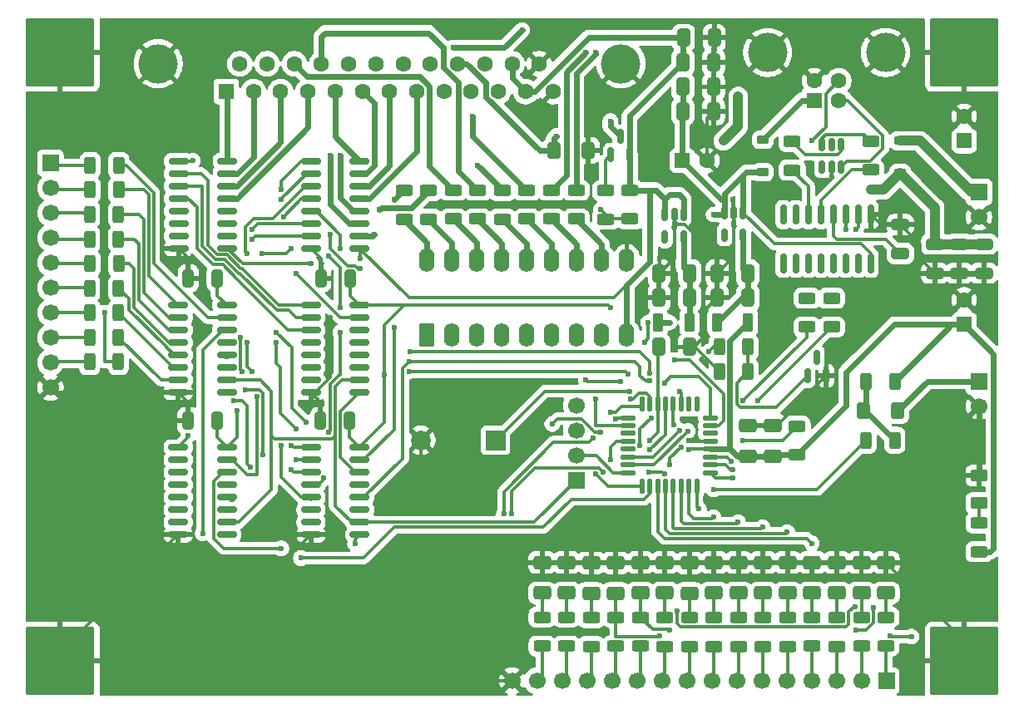
<source format=gbr>
%TF.GenerationSoftware,KiCad,Pcbnew,9.0.2-2.fc42*%
%TF.CreationDate,2025-06-06T11:43:53+08:00*%
%TF.ProjectId,wired_console_k9ay,77697265-645f-4636-9f6e-736f6c655f6b,rev?*%
%TF.SameCoordinates,Original*%
%TF.FileFunction,Copper,L1,Top*%
%TF.FilePolarity,Positive*%
%FSLAX46Y46*%
G04 Gerber Fmt 4.6, Leading zero omitted, Abs format (unit mm)*
G04 Created by KiCad (PCBNEW 9.0.2-2.fc42) date 2025-06-06 11:43:53*
%MOMM*%
%LPD*%
G01*
G04 APERTURE LIST*
G04 Aperture macros list*
%AMRoundRect*
0 Rectangle with rounded corners*
0 $1 Rounding radius*
0 $2 $3 $4 $5 $6 $7 $8 $9 X,Y pos of 4 corners*
0 Add a 4 corners polygon primitive as box body*
4,1,4,$2,$3,$4,$5,$6,$7,$8,$9,$2,$3,0*
0 Add four circle primitives for the rounded corners*
1,1,$1+$1,$2,$3*
1,1,$1+$1,$4,$5*
1,1,$1+$1,$6,$7*
1,1,$1+$1,$8,$9*
0 Add four rect primitives between the rounded corners*
20,1,$1+$1,$2,$3,$4,$5,0*
20,1,$1+$1,$4,$5,$6,$7,0*
20,1,$1+$1,$6,$7,$8,$9,0*
20,1,$1+$1,$8,$9,$2,$3,0*%
G04 Aperture macros list end*
%TA.AperFunction,SMDPad,CuDef*%
%ADD10RoundRect,0.250000X0.625000X-0.312500X0.625000X0.312500X-0.625000X0.312500X-0.625000X-0.312500X0*%
%TD*%
%TA.AperFunction,SMDPad,CuDef*%
%ADD11RoundRect,0.250000X-0.412500X-0.650000X0.412500X-0.650000X0.412500X0.650000X-0.412500X0.650000X0*%
%TD*%
%TA.AperFunction,SMDPad,CuDef*%
%ADD12RoundRect,0.250000X0.650000X-0.412500X0.650000X0.412500X-0.650000X0.412500X-0.650000X-0.412500X0*%
%TD*%
%TA.AperFunction,ComponentPad*%
%ADD13RoundRect,0.249998X-3.250002X-3.250002X3.250002X-3.250002X3.250002X3.250002X-3.250002X3.250002X0*%
%TD*%
%TA.AperFunction,SMDPad,CuDef*%
%ADD14RoundRect,0.150000X-0.150000X0.512500X-0.150000X-0.512500X0.150000X-0.512500X0.150000X0.512500X0*%
%TD*%
%TA.AperFunction,SMDPad,CuDef*%
%ADD15RoundRect,0.150000X-0.825000X-0.150000X0.825000X-0.150000X0.825000X0.150000X-0.825000X0.150000X0*%
%TD*%
%TA.AperFunction,ComponentPad*%
%ADD16RoundRect,0.250000X0.550000X-0.950000X0.550000X0.950000X-0.550000X0.950000X-0.550000X-0.950000X0*%
%TD*%
%TA.AperFunction,ComponentPad*%
%ADD17O,1.600000X2.400000*%
%TD*%
%TA.AperFunction,SMDPad,CuDef*%
%ADD18RoundRect,0.150000X-0.150000X0.825000X-0.150000X-0.825000X0.150000X-0.825000X0.150000X0.825000X0*%
%TD*%
%TA.AperFunction,SMDPad,CuDef*%
%ADD19RoundRect,0.150000X0.150000X-0.512500X0.150000X0.512500X-0.150000X0.512500X-0.150000X-0.512500X0*%
%TD*%
%TA.AperFunction,SMDPad,CuDef*%
%ADD20RoundRect,0.125000X0.625000X0.125000X-0.625000X0.125000X-0.625000X-0.125000X0.625000X-0.125000X0*%
%TD*%
%TA.AperFunction,SMDPad,CuDef*%
%ADD21RoundRect,0.125000X0.125000X0.625000X-0.125000X0.625000X-0.125000X-0.625000X0.125000X-0.625000X0*%
%TD*%
%TA.AperFunction,SMDPad,CuDef*%
%ADD22RoundRect,0.250000X0.312500X0.625000X-0.312500X0.625000X-0.312500X-0.625000X0.312500X-0.625000X0*%
%TD*%
%TA.AperFunction,SMDPad,CuDef*%
%ADD23RoundRect,0.250000X-0.312500X-0.625000X0.312500X-0.625000X0.312500X0.625000X-0.312500X0.625000X0*%
%TD*%
%TA.AperFunction,SMDPad,CuDef*%
%ADD24RoundRect,0.250000X-0.625000X0.312500X-0.625000X-0.312500X0.625000X-0.312500X0.625000X0.312500X0*%
%TD*%
%TA.AperFunction,SMDPad,CuDef*%
%ADD25RoundRect,0.150000X0.150000X-0.587500X0.150000X0.587500X-0.150000X0.587500X-0.150000X-0.587500X0*%
%TD*%
%TA.AperFunction,SMDPad,CuDef*%
%ADD26RoundRect,0.250000X0.275000X0.700000X-0.275000X0.700000X-0.275000X-0.700000X0.275000X-0.700000X0*%
%TD*%
%TA.AperFunction,SMDPad,CuDef*%
%ADD27RoundRect,0.250000X-0.275000X-0.700000X0.275000X-0.700000X0.275000X0.700000X-0.275000X0.700000X0*%
%TD*%
%TA.AperFunction,ComponentPad*%
%ADD28R,1.600000X1.600000*%
%TD*%
%TA.AperFunction,ComponentPad*%
%ADD29C,1.600000*%
%TD*%
%TA.AperFunction,ComponentPad*%
%ADD30C,4.000000*%
%TD*%
%TA.AperFunction,ComponentPad*%
%ADD31R,1.700000X1.700000*%
%TD*%
%TA.AperFunction,ComponentPad*%
%ADD32C,1.700000*%
%TD*%
%TA.AperFunction,SMDPad,CuDef*%
%ADD33RoundRect,0.250000X-0.400000X-0.600000X0.400000X-0.600000X0.400000X0.600000X-0.400000X0.600000X0*%
%TD*%
%TA.AperFunction,SMDPad,CuDef*%
%ADD34RoundRect,0.250000X-0.625000X0.375000X-0.625000X-0.375000X0.625000X-0.375000X0.625000X0.375000X0*%
%TD*%
%TA.AperFunction,SMDPad,CuDef*%
%ADD35RoundRect,0.250000X0.400000X0.600000X-0.400000X0.600000X-0.400000X-0.600000X0.400000X-0.600000X0*%
%TD*%
%TA.AperFunction,SMDPad,CuDef*%
%ADD36RoundRect,0.225000X0.375000X-0.225000X0.375000X0.225000X-0.375000X0.225000X-0.375000X-0.225000X0*%
%TD*%
%TA.AperFunction,ComponentPad*%
%ADD37RoundRect,0.250000X-0.550000X-0.550000X0.550000X-0.550000X0.550000X0.550000X-0.550000X0.550000X0*%
%TD*%
%TA.AperFunction,SMDPad,CuDef*%
%ADD38RoundRect,0.250000X0.412500X0.650000X-0.412500X0.650000X-0.412500X-0.650000X0.412500X-0.650000X0*%
%TD*%
%TA.AperFunction,SMDPad,CuDef*%
%ADD39RoundRect,0.250000X-0.325000X-0.650000X0.325000X-0.650000X0.325000X0.650000X-0.325000X0.650000X0*%
%TD*%
%TA.AperFunction,ComponentPad*%
%ADD40RoundRect,0.250000X0.550000X-0.550000X0.550000X0.550000X-0.550000X0.550000X-0.550000X-0.550000X0*%
%TD*%
%TA.AperFunction,SMDPad,CuDef*%
%ADD41RoundRect,0.250000X0.650000X-0.325000X0.650000X0.325000X-0.650000X0.325000X-0.650000X-0.325000X0*%
%TD*%
%TA.AperFunction,SMDPad,CuDef*%
%ADD42RoundRect,0.250000X-0.650000X0.325000X-0.650000X-0.325000X0.650000X-0.325000X0.650000X0.325000X0*%
%TD*%
%TA.AperFunction,ComponentPad*%
%ADD43R,2.000000X2.000000*%
%TD*%
%TA.AperFunction,ComponentPad*%
%ADD44C,2.000000*%
%TD*%
%TA.AperFunction,ViaPad*%
%ADD45C,0.600000*%
%TD*%
%TA.AperFunction,Conductor*%
%ADD46C,0.300000*%
%TD*%
%TA.AperFunction,Conductor*%
%ADD47C,0.600000*%
%TD*%
%TA.AperFunction,Conductor*%
%ADD48C,1.000000*%
%TD*%
G04 APERTURE END LIST*
D10*
%TO.P,R17,2*%
%TO.N,Net-(R17-Pad2)*%
X153000000Y-46037500D03*
%TO.P,R17,1*%
%TO.N,Net-(U3-UD+)*%
X153000000Y-48962500D03*
%TD*%
D11*
%TO.P,C37,2*%
%TO.N,GND*%
X134562500Y-67000000D03*
%TO.P,C37,1*%
%TO.N,PTT_IN*%
X131437500Y-67000000D03*
%TD*%
D12*
%TO.P,C16,2*%
%TO.N,GND*%
X140500000Y-75037500D03*
%TO.P,C16,1*%
%TO.N,3.3V*%
X140500000Y-78162500D03*
%TD*%
D13*
%TO.P,J11,1,Pin_1*%
%TO.N,GND*%
X162500000Y-99000000D03*
%TD*%
%TO.P,J10,1,Pin_1*%
%TO.N,GND*%
X70500000Y-99000000D03*
%TD*%
%TO.P,J9,1,Pin_1*%
%TO.N,GND*%
X162500000Y-37000000D03*
%TD*%
%TO.P,J8,1,Pin_1*%
%TO.N,GND*%
X70500000Y-37000000D03*
%TD*%
D14*
%TO.P,U12,1,VIN*%
%TO.N,12V*%
X133950000Y-53500000D03*
%TO.P,U12,2,GND*%
%TO.N,GND*%
X133000000Y-53500000D03*
%TO.P,U12,3,EN*%
%TO.N,12V*%
X132050000Y-53500000D03*
%TO.P,U12,4,NC*%
%TO.N,unconnected-(U12-NC-Pad4)*%
X132050000Y-55775000D03*
%TO.P,U12,5,VOUT*%
%TO.N,Net-(U12-VOUT)*%
X133950000Y-55775000D03*
%TD*%
D15*
%TO.P,U11,1,QB*%
%TO.N,Net-(U11-QB)*%
X82500000Y-62730000D03*
%TO.P,U11,2,QC*%
%TO.N,Net-(U11-QC)*%
X82500000Y-64000000D03*
%TO.P,U11,3,QD*%
%TO.N,Net-(U11-QD)*%
X82500000Y-65270000D03*
%TO.P,U11,4,QE*%
%TO.N,Net-(U11-QE)*%
X82500000Y-66540000D03*
%TO.P,U11,5,QF*%
%TO.N,Net-(U11-QF)*%
X82500000Y-67810000D03*
%TO.P,U11,6,QG*%
%TO.N,Net-(U11-QG)*%
X82500000Y-69080000D03*
%TO.P,U11,7,QH*%
%TO.N,Net-(U11-QH)*%
X82500000Y-70350000D03*
%TO.P,U11,8,GND*%
%TO.N,GND*%
X82500000Y-71620000D03*
%TO.P,U11,9,QH'*%
%TO.N,unconnected-(U11-QH&apos;-Pad9)*%
X87450000Y-71620000D03*
%TO.P,U11,10,~{SRCLR}*%
%TO.N,3.3V*%
X87450000Y-70350000D03*
%TO.P,U11,11,SRCLK*%
%TO.N,SRCLK*%
X87450000Y-69080000D03*
%TO.P,U11,12,RCLK*%
%TO.N,RCLK*%
X87450000Y-67810000D03*
%TO.P,U11,13,~{OE}*%
%TO.N,OE*%
X87450000Y-66540000D03*
%TO.P,U11,14,SER*%
%TO.N,Net-(U11-SER)*%
X87450000Y-65270000D03*
%TO.P,U11,15,QA*%
%TO.N,Net-(U11-QA)*%
X87450000Y-64000000D03*
%TO.P,U11,16,VCC*%
%TO.N,5V*%
X87450000Y-62730000D03*
%TD*%
D16*
%TO.P,U10,1,I1*%
%TO.N,Net-(U10-I1)*%
X107840000Y-65810000D03*
D17*
%TO.P,U10,2,I2*%
%TO.N,Net-(U10-I2)*%
X110380000Y-65810000D03*
%TO.P,U10,3,I3*%
%TO.N,Net-(U10-I3)*%
X112920000Y-65810000D03*
%TO.P,U10,4,I4*%
%TO.N,Net-(U10-I4)*%
X115460000Y-65810000D03*
%TO.P,U10,5,I5*%
%TO.N,Net-(U10-I5)*%
X118000000Y-65810000D03*
%TO.P,U10,6,I6*%
%TO.N,Net-(U10-I6)*%
X120540000Y-65810000D03*
%TO.P,U10,7,I7*%
%TO.N,Net-(U10-I7)*%
X123080000Y-65810000D03*
%TO.P,U10,8,I8*%
%TO.N,Net-(U10-I8)*%
X125620000Y-65810000D03*
%TO.P,U10,9,VCC*%
%TO.N,12V*%
X128160000Y-65810000D03*
%TO.P,U10,10,GND*%
%TO.N,GND*%
X128160000Y-58190000D03*
%TO.P,U10,11,O8*%
%TO.N,Net-(U10-O8)*%
X125620000Y-58190000D03*
%TO.P,U10,12,O7*%
%TO.N,Net-(U10-O7)*%
X123080000Y-58190000D03*
%TO.P,U10,13,O6*%
%TO.N,Net-(U10-O6)*%
X120540000Y-58190000D03*
%TO.P,U10,14,O5*%
%TO.N,Net-(U10-O5)*%
X118000000Y-58190000D03*
%TO.P,U10,15,O4*%
%TO.N,Net-(U10-O4)*%
X115460000Y-58190000D03*
%TO.P,U10,16,O3*%
%TO.N,Net-(U10-O3)*%
X112920000Y-58190000D03*
%TO.P,U10,17,O2*%
%TO.N,Net-(U10-O2)*%
X110380000Y-58190000D03*
%TO.P,U10,18,O1*%
%TO.N,Net-(U10-O1)*%
X107840000Y-58190000D03*
%TD*%
D15*
%TO.P,U9,1,I1*%
%TO.N,Net-(U6-QA)*%
X96025000Y-48055000D03*
%TO.P,U9,2,I2*%
%TO.N,Net-(U6-QB)*%
X96025000Y-49325000D03*
%TO.P,U9,3,I3*%
%TO.N,Net-(U6-QC)*%
X96025000Y-50595000D03*
%TO.P,U9,4,I4*%
%TO.N,Net-(U6-QD)*%
X96025000Y-51865000D03*
%TO.P,U9,5,I5*%
%TO.N,Net-(U6-QE)*%
X96025000Y-53135000D03*
%TO.P,U9,6,I6*%
%TO.N,Net-(U6-QF)*%
X96025000Y-54405000D03*
%TO.P,U9,7,I7*%
%TO.N,PA_ON_3V*%
X96025000Y-55675000D03*
%TO.P,U9,8,GND*%
%TO.N,GND*%
X96025000Y-56945000D03*
%TO.P,U9,9,COM*%
%TO.N,12V*%
X100975000Y-56945000D03*
%TO.P,U9,10,O7*%
%TO.N,PA_ON*%
X100975000Y-55675000D03*
%TO.P,U9,11,O6*%
%TO.N,560*%
X100975000Y-54405000D03*
%TO.P,U9,12,O5*%
%TO.N,510*%
X100975000Y-53135000D03*
%TO.P,U9,13,O4*%
%TO.N,470*%
X100975000Y-51865000D03*
%TO.P,U9,14,O3*%
%TO.N,430*%
X100975000Y-50595000D03*
%TO.P,U9,15,O2*%
%TO.N,390*%
X100975000Y-49325000D03*
%TO.P,U9,16,O1*%
%TO.N,300*%
X100975000Y-48055000D03*
%TD*%
%TO.P,U8,1,I1*%
%TO.N,Net-(U5-QA)*%
X82550000Y-48055000D03*
%TO.P,U8,2,I2*%
%TO.N,Net-(U5-QB)*%
X82550000Y-49325000D03*
%TO.P,U8,3,I3*%
%TO.N,Net-(U5-QC)*%
X82550000Y-50595000D03*
%TO.P,U8,4,I4*%
%TO.N,Net-(U5-QD)*%
X82550000Y-51865000D03*
%TO.P,U8,5,I5*%
%TO.N,unconnected-(U8-I5-Pad5)*%
X82550000Y-53135000D03*
%TO.P,U8,6,I6*%
%TO.N,unconnected-(U8-I6-Pad6)*%
X82550000Y-54405000D03*
%TO.P,U8,7,I7*%
%TO.N,unconnected-(U8-I7-Pad7)*%
X82550000Y-55675000D03*
%TO.P,U8,8,GND*%
%TO.N,GND*%
X82550000Y-56945000D03*
%TO.P,U8,9,COM*%
%TO.N,12V*%
X87500000Y-56945000D03*
%TO.P,U8,10,O7*%
%TO.N,unconnected-(U8-O7-Pad10)*%
X87500000Y-55675000D03*
%TO.P,U8,11,O6*%
%TO.N,unconnected-(U8-O6-Pad11)*%
X87500000Y-54405000D03*
%TO.P,U8,12,O5*%
%TO.N,unconnected-(U8-O5-Pad12)*%
X87500000Y-53135000D03*
%TO.P,U8,13,O4*%
%TO.N,K4*%
X87500000Y-51865000D03*
%TO.P,U8,14,O3*%
%TO.N,K3*%
X87500000Y-50595000D03*
%TO.P,U8,15,O2*%
%TO.N,K2*%
X87500000Y-49325000D03*
%TO.P,U8,16,O1*%
%TO.N,K1*%
X87500000Y-48055000D03*
%TD*%
%TO.P,U7,1,QB*%
%TO.N,Net-(U10-I2)*%
X82500000Y-77230000D03*
%TO.P,U7,2,QC*%
%TO.N,Net-(U10-I3)*%
X82500000Y-78500000D03*
%TO.P,U7,3,QD*%
%TO.N,Net-(U10-I4)*%
X82500000Y-79770000D03*
%TO.P,U7,4,QE*%
%TO.N,Net-(U10-I5)*%
X82500000Y-81040000D03*
%TO.P,U7,5,QF*%
%TO.N,Net-(U10-I6)*%
X82500000Y-82310000D03*
%TO.P,U7,6,QG*%
%TO.N,Net-(U10-I7)*%
X82500000Y-83580000D03*
%TO.P,U7,7,QH*%
%TO.N,Net-(U10-I8)*%
X82500000Y-84850000D03*
%TO.P,U7,8,GND*%
%TO.N,GND*%
X82500000Y-86120000D03*
%TO.P,U7,9,QH'*%
%TO.N,Net-(U11-SER)*%
X87450000Y-86120000D03*
%TO.P,U7,10,~{SRCLR}*%
%TO.N,3.3V*%
X87450000Y-84850000D03*
%TO.P,U7,11,SRCLK*%
%TO.N,SRCLK*%
X87450000Y-83580000D03*
%TO.P,U7,12,RCLK*%
%TO.N,RCLK*%
X87450000Y-82310000D03*
%TO.P,U7,13,~{OE}*%
%TO.N,OE*%
X87450000Y-81040000D03*
%TO.P,U7,14,SER*%
%TO.N,Net-(U6-QH')*%
X87450000Y-79770000D03*
%TO.P,U7,15,QA*%
%TO.N,Net-(U10-I1)*%
X87450000Y-78500000D03*
%TO.P,U7,16,VCC*%
%TO.N,5V*%
X87450000Y-77230000D03*
%TD*%
%TO.P,U6,1,QB*%
%TO.N,Net-(U6-QB)*%
X96025000Y-77230000D03*
%TO.P,U6,2,QC*%
%TO.N,Net-(U6-QC)*%
X96025000Y-78500000D03*
%TO.P,U6,3,QD*%
%TO.N,Net-(U6-QD)*%
X96025000Y-79770000D03*
%TO.P,U6,4,QE*%
%TO.N,Net-(U6-QE)*%
X96025000Y-81040000D03*
%TO.P,U6,5,QF*%
%TO.N,Net-(U6-QF)*%
X96025000Y-82310000D03*
%TO.P,U6,6,QG*%
%TO.N,unconnected-(U6-QG-Pad6)*%
X96025000Y-83580000D03*
%TO.P,U6,7,QH*%
%TO.N,unconnected-(U6-QH-Pad7)*%
X96025000Y-84850000D03*
%TO.P,U6,8,GND*%
%TO.N,GND*%
X96025000Y-86120000D03*
%TO.P,U6,9,QH'*%
%TO.N,Net-(U6-QH')*%
X100975000Y-86120000D03*
%TO.P,U6,10,~{SRCLR}*%
%TO.N,3.3V*%
X100975000Y-84850000D03*
%TO.P,U6,11,SRCLK*%
%TO.N,SRCLK*%
X100975000Y-83580000D03*
%TO.P,U6,12,RCLK*%
%TO.N,RCLK*%
X100975000Y-82310000D03*
%TO.P,U6,13,~{OE}*%
%TO.N,OE*%
X100975000Y-81040000D03*
%TO.P,U6,14,SER*%
%TO.N,Net-(U5-QH')*%
X100975000Y-79770000D03*
%TO.P,U6,15,QA*%
%TO.N,Net-(U6-QA)*%
X100975000Y-78500000D03*
%TO.P,U6,16,VCC*%
%TO.N,5V*%
X100975000Y-77230000D03*
%TD*%
%TO.P,U5,1,QB*%
%TO.N,Net-(U5-QB)*%
X96000000Y-62730000D03*
%TO.P,U5,2,QC*%
%TO.N,Net-(U5-QC)*%
X96000000Y-64000000D03*
%TO.P,U5,3,QD*%
%TO.N,Net-(U5-QD)*%
X96000000Y-65270000D03*
%TO.P,U5,4,QE*%
%TO.N,unconnected-(U5-QE-Pad4)*%
X96000000Y-66540000D03*
%TO.P,U5,5,QF*%
%TO.N,unconnected-(U5-QF-Pad5)*%
X96000000Y-67810000D03*
%TO.P,U5,6,QG*%
%TO.N,unconnected-(U5-QG-Pad6)*%
X96000000Y-69080000D03*
%TO.P,U5,7,QH*%
%TO.N,unconnected-(U5-QH-Pad7)*%
X96000000Y-70350000D03*
%TO.P,U5,8,GND*%
%TO.N,GND*%
X96000000Y-71620000D03*
%TO.P,U5,9,QH'*%
%TO.N,Net-(U5-QH')*%
X100950000Y-71620000D03*
%TO.P,U5,10,~{SRCLR}*%
%TO.N,3.3V*%
X100950000Y-70350000D03*
%TO.P,U5,11,SRCLK*%
%TO.N,SRCLK*%
X100950000Y-69080000D03*
%TO.P,U5,12,RCLK*%
%TO.N,RCLK*%
X100950000Y-67810000D03*
%TO.P,U5,13,~{OE}*%
%TO.N,OE*%
X100950000Y-66540000D03*
%TO.P,U5,14,SER*%
%TO.N,SER*%
X100950000Y-65270000D03*
%TO.P,U5,15,QA*%
%TO.N,Net-(U5-QA)*%
X100950000Y-64000000D03*
%TO.P,U5,16,VCC*%
%TO.N,5V*%
X100950000Y-62730000D03*
%TD*%
D14*
%TO.P,U4,1,VIN*%
%TO.N,5V*%
X140012500Y-53312500D03*
%TO.P,U4,2,GND*%
%TO.N,GND*%
X139062500Y-53312500D03*
%TO.P,U4,3,EN*%
%TO.N,5V*%
X138112500Y-53312500D03*
%TO.P,U4,4,NC*%
%TO.N,unconnected-(U4-NC-Pad4)*%
X138112500Y-55587500D03*
%TO.P,U4,5,VOUT*%
%TO.N,Net-(U4-VOUT)*%
X140012500Y-55587500D03*
%TD*%
D18*
%TO.P,U3,1,GND*%
%TO.N,GND*%
X153000000Y-53525000D03*
%TO.P,U3,2,TXD*%
%TO.N,Net-(U3-TXD)*%
X151730000Y-53525000D03*
%TO.P,U3,3,RXD*%
%TO.N,Net-(U3-RXD)*%
X150460000Y-53525000D03*
%TO.P,U3,4,V3*%
%TO.N,Net-(U3-V3)*%
X149190000Y-53525000D03*
%TO.P,U3,5,UD+*%
%TO.N,Net-(U3-UD+)*%
X147920000Y-53525000D03*
%TO.P,U3,6,UD-*%
%TO.N,Net-(U3-UD-)*%
X146650000Y-53525000D03*
%TO.P,U3,7,NC*%
%TO.N,unconnected-(U3-NC-Pad7)*%
X145380000Y-53525000D03*
%TO.P,U3,8,NC*%
%TO.N,unconnected-(U3-NC-Pad8)*%
X144110000Y-53525000D03*
%TO.P,U3,9,~{CTS}*%
%TO.N,unconnected-(U3-~{CTS}-Pad9)*%
X144110000Y-58475000D03*
%TO.P,U3,10,~{DSR}*%
%TO.N,unconnected-(U3-~{DSR}-Pad10)*%
X145380000Y-58475000D03*
%TO.P,U3,11,~{RI}*%
%TO.N,unconnected-(U3-~{RI}-Pad11)*%
X146650000Y-58475000D03*
%TO.P,U3,12,~{DCD}*%
%TO.N,unconnected-(U3-~{DCD}-Pad12)*%
X147920000Y-58475000D03*
%TO.P,U3,13,~{DTR}*%
%TO.N,unconnected-(U3-~{DTR}-Pad13)*%
X149190000Y-58475000D03*
%TO.P,U3,14,~{RTS}*%
%TO.N,unconnected-(U3-~{RTS}-Pad14)*%
X150460000Y-58475000D03*
%TO.P,U3,15,R232*%
%TO.N,unconnected-(U3-R232-Pad15)*%
X151730000Y-58475000D03*
%TO.P,U3,16,VCC*%
%TO.N,5V*%
X153000000Y-58475000D03*
%TD*%
D19*
%TO.P,U2,1,I/O1*%
%TO.N,Net-(J7-D+)*%
X148050000Y-48637500D03*
%TO.P,U2,2,GND*%
%TO.N,GND*%
X149000000Y-48637500D03*
%TO.P,U2,3,I/O2*%
%TO.N,Net-(J7-D-)*%
X149950000Y-48637500D03*
%TO.P,U2,4,I/O2*%
%TO.N,Net-(R18-Pad2)*%
X149950000Y-46362500D03*
%TO.P,U2,5,VBUS*%
%TO.N,5V*%
X149000000Y-46362500D03*
%TO.P,U2,6,I/O1*%
%TO.N,Net-(R17-Pad2)*%
X148050000Y-46362500D03*
%TD*%
D20*
%TO.P,U1,1,PB9*%
%TO.N,BTN_470*%
X136675000Y-79800000D03*
%TO.P,U1,2,PC14*%
%TO.N,BTN_390*%
X136675000Y-79000000D03*
%TO.P,U1,3,PC15*%
%TO.N,BTN_430*%
X136675000Y-78200000D03*
%TO.P,U1,4,VDD*%
%TO.N,3.3V*%
X136675000Y-77400000D03*
%TO.P,U1,5,VSS*%
%TO.N,GND*%
X136675000Y-76600000D03*
%TO.P,U1,6,NRST*%
%TO.N,Net-(U1-NRST)*%
X136675000Y-75800000D03*
%TO.P,U1,7,PA0*%
%TO.N,OE*%
X136675000Y-75000000D03*
%TO.P,U1,8,SPI1_SCK*%
%TO.N,SRCLK*%
X136675000Y-74200000D03*
D21*
%TO.P,U1,9,SPI1_MOSI*%
%TO.N,SER*%
X135300000Y-72825000D03*
%TO.P,U1,10,PA3*%
%TO.N,RCLK*%
X134500000Y-72825000D03*
%TO.P,U1,11,PA4*%
%TO.N,Net-(BZ1-+)*%
X133700000Y-72825000D03*
%TO.P,U1,12,PA5*%
%TO.N,BTN_510*%
X132900000Y-72825000D03*
%TO.P,U1,13,PA6*%
%TO.N,BTN_560*%
X132100000Y-72825000D03*
%TO.P,U1,14,PA7*%
%TO.N,PTT_IN*%
X131300000Y-72825000D03*
%TO.P,U1,15,PB0*%
%TO.N,BTN_N*%
X130500000Y-72825000D03*
%TO.P,U1,16,PB1*%
%TO.N,BTN_NE*%
X129700000Y-72825000D03*
D20*
%TO.P,U1,17,PB2*%
%TO.N,BTN_E*%
X128325000Y-74200000D03*
%TO.P,U1,18,PA8*%
%TO.N,TX_GND_3V*%
X128325000Y-75000000D03*
%TO.P,U1,19,USART1_TX (PA9)*%
%TO.N,unconnected-(U1-NC{slash}PA9-Pad19)*%
X128325000Y-75800000D03*
%TO.P,U1,20,PC6*%
%TO.N,BTN_300*%
X128325000Y-76600000D03*
%TO.P,U1,21,USART1_RX (PA10)*%
%TO.N,unconnected-(U1-NC{slash}PA10-Pad21)*%
X128325000Y-77400000D03*
%TO.P,U1,22,USART1_TX (PA9)*%
%TO.N,RXD*%
X128325000Y-78200000D03*
%TO.P,U1,23,USART1_RX (PA10)*%
%TO.N,TXD*%
X128325000Y-79000000D03*
%TO.P,U1,24,SYS_SWDIO*%
%TO.N,SWDIO*%
X128325000Y-79800000D03*
D21*
%TO.P,U1,25,SYS_SWCLK*%
%TO.N,SWCLK*%
X129700000Y-81175000D03*
%TO.P,U1,26,PA15*%
%TO.N,PA_ON_3V*%
X130500000Y-81175000D03*
%TO.P,U1,27,PB3*%
%TO.N,BTN_SE*%
X131300000Y-81175000D03*
%TO.P,U1,28,PB4*%
%TO.N,BTN_S*%
X132100000Y-81175000D03*
%TO.P,U1,29,PB5*%
%TO.N,BTN_SW*%
X132900000Y-81175000D03*
%TO.P,U1,30,PB6*%
%TO.N,BTN_W*%
X133700000Y-81175000D03*
%TO.P,U1,31,PB7*%
%TO.N,BTN_NW*%
X134500000Y-81175000D03*
%TO.P,U1,32,PB8*%
%TO.N,BTN_PA*%
X135300000Y-81175000D03*
%TD*%
D22*
%TO.P,R36,1*%
%TO.N,Net-(Q2-B)*%
X140500000Y-67000000D03*
%TO.P,R36,2*%
%TO.N,TX_GND_3V*%
X137575000Y-67000000D03*
%TD*%
D23*
%TO.P,R35,1*%
%TO.N,GND*%
X137575000Y-69500000D03*
%TO.P,R35,2*%
%TO.N,Net-(Q2-B)*%
X140500000Y-69500000D03*
%TD*%
%TO.P,R34,1*%
%TO.N,PTT_IN*%
X152537500Y-76500000D03*
%TO.P,R34,2*%
%TO.N,Net-(D3-A)*%
X155462500Y-76500000D03*
%TD*%
%TO.P,R33,1*%
%TO.N,Net-(D3-A)*%
X152537500Y-70500000D03*
%TO.P,R33,2*%
%TO.N,3.3V*%
X155462500Y-70500000D03*
%TD*%
D10*
%TO.P,R32,1*%
%TO.N,PA_ON*%
X128500000Y-53962500D03*
%TO.P,R32,2*%
%TO.N,12V*%
X128500000Y-51037500D03*
%TD*%
%TO.P,R31,1*%
%TO.N,PA_ON*%
X126000000Y-54000000D03*
%TO.P,R31,2*%
%TO.N,Net-(Q1-G)*%
X126000000Y-51075000D03*
%TD*%
D23*
%TO.P,R30,1*%
%TO.N,Net-(J5-Pin_9)*%
X73500000Y-68500000D03*
%TO.P,R30,2*%
%TO.N,PA_ON_3V*%
X76425000Y-68500000D03*
%TD*%
%TO.P,R29,1*%
%TO.N,Net-(J5-Pin_8)*%
X73500000Y-66000000D03*
%TO.P,R29,2*%
%TO.N,Net-(U11-QH)*%
X76425000Y-66000000D03*
%TD*%
%TO.P,R28,1*%
%TO.N,Net-(J5-Pin_7)*%
X73500000Y-63500000D03*
%TO.P,R28,2*%
%TO.N,Net-(U11-QG)*%
X76425000Y-63500000D03*
%TD*%
%TO.P,R27,1*%
%TO.N,Net-(J5-Pin_6)*%
X73500000Y-61000000D03*
%TO.P,R27,2*%
%TO.N,Net-(U11-QF)*%
X76425000Y-61000000D03*
%TD*%
%TO.P,R26,1*%
%TO.N,Net-(J5-Pin_5)*%
X73537500Y-58500000D03*
%TO.P,R26,2*%
%TO.N,Net-(U11-QE)*%
X76462500Y-58500000D03*
%TD*%
%TO.P,R25,1*%
%TO.N,Net-(J5-Pin_4)*%
X73500000Y-56000000D03*
%TO.P,R25,2*%
%TO.N,Net-(U11-QD)*%
X76425000Y-56000000D03*
%TD*%
%TO.P,R24,1*%
%TO.N,Net-(J5-Pin_3)*%
X73500000Y-53500000D03*
%TO.P,R24,2*%
%TO.N,Net-(U11-QC)*%
X76425000Y-53500000D03*
%TD*%
%TO.P,R23,1*%
%TO.N,Net-(J5-Pin_2)*%
X73537500Y-51000000D03*
%TO.P,R23,2*%
%TO.N,Net-(U11-QB)*%
X76462500Y-51000000D03*
%TD*%
%TO.P,R22,1*%
%TO.N,Net-(J5-Pin_1)*%
X73537500Y-48500000D03*
%TO.P,R22,2*%
%TO.N,Net-(U11-QA)*%
X76462500Y-48500000D03*
%TD*%
D24*
%TO.P,R21,1*%
%TO.N,Net-(D4-A)*%
X164000000Y-84937500D03*
%TO.P,R21,2*%
%TO.N,3.3V*%
X164000000Y-87862500D03*
%TD*%
D10*
%TO.P,R20,1*%
%TO.N,RXD*%
X146500000Y-64962500D03*
%TO.P,R20,2*%
%TO.N,Net-(U3-RXD)*%
X146500000Y-62037500D03*
%TD*%
%TO.P,R19,1*%
%TO.N,TXD*%
X149000000Y-64962500D03*
%TO.P,R19,2*%
%TO.N,Net-(U3-TXD)*%
X149000000Y-62037500D03*
%TD*%
%TO.P,R18,1*%
%TO.N,Net-(U3-UD-)*%
X145000000Y-49000000D03*
%TO.P,R18,2*%
%TO.N,Net-(R18-Pad2)*%
X145000000Y-46075000D03*
%TD*%
D24*
%TO.P,R16,1*%
%TO.N,Net-(U1-NRST)*%
X145500000Y-75075000D03*
%TO.P,R16,2*%
%TO.N,3.3V*%
X145500000Y-78000000D03*
%TD*%
%TO.P,R15,1*%
%TO.N,BTN_560*%
X119540000Y-94537500D03*
%TO.P,R15,2*%
%TO.N,Net-(J1-Pin_15)*%
X119540000Y-97462500D03*
%TD*%
%TO.P,R14,1*%
%TO.N,BTN_510*%
X122040000Y-94537500D03*
%TO.P,R14,2*%
%TO.N,Net-(J1-Pin_14)*%
X122040000Y-97462500D03*
%TD*%
%TO.P,R13,1*%
%TO.N,BTN_470*%
X124540000Y-94575000D03*
%TO.P,R13,2*%
%TO.N,Net-(J1-Pin_13)*%
X124540000Y-97500000D03*
%TD*%
%TO.P,R12,1*%
%TO.N,BTN_430*%
X127040000Y-94537500D03*
%TO.P,R12,2*%
%TO.N,Net-(J1-Pin_12)*%
X127040000Y-97462500D03*
%TD*%
%TO.P,R11,1*%
%TO.N,BTN_390*%
X129540000Y-94537500D03*
%TO.P,R11,2*%
%TO.N,Net-(J1-Pin_11)*%
X129540000Y-97462500D03*
%TD*%
%TO.P,R10,1*%
%TO.N,BTN_300*%
X132040000Y-94575000D03*
%TO.P,R10,2*%
%TO.N,Net-(J1-Pin_10)*%
X132040000Y-97500000D03*
%TD*%
%TO.P,R9,1*%
%TO.N,BTN_PA*%
X134540000Y-94575000D03*
%TO.P,R9,2*%
%TO.N,Net-(J1-Pin_9)*%
X134540000Y-97500000D03*
%TD*%
%TO.P,R8,1*%
%TO.N,BTN_NW*%
X137040000Y-94575000D03*
%TO.P,R8,2*%
%TO.N,Net-(J1-Pin_8)*%
X137040000Y-97500000D03*
%TD*%
%TO.P,R7,1*%
%TO.N,BTN_W*%
X139540000Y-94575000D03*
%TO.P,R7,2*%
%TO.N,Net-(J1-Pin_7)*%
X139540000Y-97500000D03*
%TD*%
%TO.P,R6,1*%
%TO.N,BTN_SW*%
X142040000Y-94575000D03*
%TO.P,R6,2*%
%TO.N,Net-(J1-Pin_6)*%
X142040000Y-97500000D03*
%TD*%
%TO.P,R5,1*%
%TO.N,BTN_S*%
X144540000Y-94575000D03*
%TO.P,R5,2*%
%TO.N,Net-(J1-Pin_5)*%
X144540000Y-97500000D03*
%TD*%
%TO.P,R4,1*%
%TO.N,BTN_SE*%
X147040000Y-94537500D03*
%TO.P,R4,2*%
%TO.N,Net-(J1-Pin_4)*%
X147040000Y-97462500D03*
%TD*%
%TO.P,R3,1*%
%TO.N,BTN_E*%
X149540000Y-94575000D03*
%TO.P,R3,2*%
%TO.N,Net-(J1-Pin_3)*%
X149540000Y-97500000D03*
%TD*%
%TO.P,R2,1*%
%TO.N,BTN_NE*%
X152040000Y-94537500D03*
%TO.P,R2,2*%
%TO.N,Net-(J1-Pin_2)*%
X152040000Y-97462500D03*
%TD*%
%TO.P,R1,1*%
%TO.N,BTN_N*%
X154540000Y-94537500D03*
%TO.P,R1,2*%
%TO.N,Net-(J1-Pin_1)*%
X154540000Y-97462500D03*
%TD*%
D25*
%TO.P,Q2,1,B*%
%TO.N,Net-(Q2-B)*%
X146550000Y-69937500D03*
%TO.P,Q2,2,E*%
%TO.N,GND*%
X148450000Y-69937500D03*
%TO.P,Q2,3,C*%
%TO.N,TX_GND*%
X147500000Y-68062500D03*
%TD*%
%TO.P,Q1,1,G*%
%TO.N,Net-(Q1-G)*%
X126550000Y-47437500D03*
%TO.P,Q1,2,S*%
%TO.N,12V*%
X128450000Y-47437500D03*
%TO.P,Q1,3,D*%
%TO.N,~{PA_ON}*%
X127500000Y-45562500D03*
%TD*%
D26*
%TO.P,L2,1,1*%
%TO.N,Net-(U12-VOUT)*%
X134525000Y-64500000D03*
%TO.P,L2,2,2*%
%TO.N,5V*%
X131375000Y-64500000D03*
%TD*%
D27*
%TO.P,L1,1,1*%
%TO.N,Net-(U4-VOUT)*%
X137350000Y-64500000D03*
%TO.P,L1,2,2*%
%TO.N,3.3V*%
X140500000Y-64500000D03*
%TD*%
D28*
%TO.P,J7,1,VBUS*%
%TO.N,Net-(D2-A)*%
X147250000Y-41860000D03*
D29*
%TO.P,J7,2,D-*%
%TO.N,Net-(J7-D-)*%
X149750000Y-41860000D03*
%TO.P,J7,3,D+*%
%TO.N,Net-(J7-D+)*%
X149750000Y-39860000D03*
%TO.P,J7,4,GND*%
%TO.N,GND*%
X147250000Y-39860000D03*
D30*
%TO.P,J7,5,Shield*%
X142500000Y-37000000D03*
X154500000Y-37000000D03*
%TD*%
%TO.P,J6,0,PAD*%
%TO.N,GND*%
X127565000Y-38140000D03*
X80465000Y-38140000D03*
D28*
%TO.P,J6,1,1*%
%TO.N,K1*%
X87395000Y-40980000D03*
D29*
%TO.P,J6,2,2*%
%TO.N,K2*%
X90165000Y-40980000D03*
%TO.P,J6,3,3*%
%TO.N,K3*%
X92935000Y-40980000D03*
%TO.P,J6,4,4*%
%TO.N,K4*%
X95705000Y-40980000D03*
%TO.P,J6,5,5*%
%TO.N,300*%
X98475000Y-40980000D03*
%TO.P,J6,6,6*%
%TO.N,390*%
X101245000Y-40980000D03*
%TO.P,J6,7,7*%
%TO.N,430*%
X104015000Y-40980000D03*
%TO.P,J6,8,8*%
%TO.N,470*%
X106785000Y-40980000D03*
%TO.P,J6,9,9*%
%TO.N,510*%
X109555000Y-40980000D03*
%TO.P,J6,10,10*%
%TO.N,560*%
X112325000Y-40980000D03*
%TO.P,J6,11,11*%
%TO.N,PA_ON*%
X115095000Y-40980000D03*
%TO.P,J6,12,12*%
%TO.N,12V*%
X117865000Y-40980000D03*
%TO.P,J6,13,13*%
%TO.N,GND*%
X120635000Y-40980000D03*
%TO.P,J6,14,P14*%
%TO.N,OUT1*%
X88780000Y-38140000D03*
%TO.P,J6,15,P15*%
%TO.N,OUT2*%
X91550000Y-38140000D03*
%TO.P,J6,16,P16*%
%TO.N,OUT3*%
X94320000Y-38140000D03*
%TO.P,J6,17,P17*%
%TO.N,OUT4*%
X97090000Y-38140000D03*
%TO.P,J6,18,P18*%
%TO.N,OUT5*%
X99860000Y-38140000D03*
%TO.P,J6,19,P19*%
%TO.N,OUT6*%
X102630000Y-38140000D03*
%TO.P,J6,20,P20*%
%TO.N,OUT7*%
X105400000Y-38140000D03*
%TO.P,J6,21,P21*%
%TO.N,OUT8*%
X108170000Y-38140000D03*
%TO.P,J6,22,P22*%
%TO.N,TX_GND*%
X110940000Y-38140000D03*
%TO.P,J6,23,P23*%
%TO.N,~{PA_ON}*%
X113710000Y-38140000D03*
%TO.P,J6,24,P24*%
%TO.N,12V*%
X116480000Y-38140000D03*
%TO.P,J6,25,P25*%
%TO.N,GND*%
X119250000Y-38140000D03*
%TD*%
D31*
%TO.P,J5,1,Pin_1*%
%TO.N,Net-(J5-Pin_1)*%
X69500000Y-48260000D03*
D32*
%TO.P,J5,2,Pin_2*%
%TO.N,Net-(J5-Pin_2)*%
X69500000Y-50800000D03*
%TO.P,J5,3,Pin_3*%
%TO.N,Net-(J5-Pin_3)*%
X69500000Y-53340000D03*
%TO.P,J5,4,Pin_4*%
%TO.N,Net-(J5-Pin_4)*%
X69500000Y-55880000D03*
%TO.P,J5,5,Pin_5*%
%TO.N,Net-(J5-Pin_5)*%
X69500000Y-58420000D03*
%TO.P,J5,6,Pin_6*%
%TO.N,Net-(J5-Pin_6)*%
X69500000Y-60960000D03*
%TO.P,J5,7,Pin_7*%
%TO.N,Net-(J5-Pin_7)*%
X69500000Y-63500000D03*
%TO.P,J5,8,Pin_8*%
%TO.N,Net-(J5-Pin_8)*%
X69500000Y-66040000D03*
%TO.P,J5,9,Pin_9*%
%TO.N,Net-(J5-Pin_9)*%
X69500000Y-68580000D03*
%TO.P,J5,10,Pin_10*%
%TO.N,GND*%
X69500000Y-71120000D03*
%TD*%
D31*
%TO.P,J4,1,Pin_1*%
%TO.N,Net-(D1-A)*%
X164000000Y-51225000D03*
D32*
%TO.P,J4,2,Pin_2*%
%TO.N,GND*%
X164000000Y-53765000D03*
%TD*%
D31*
%TO.P,J3,1,Pin_1*%
%TO.N,Net-(D3-K)*%
X164000000Y-70500000D03*
D32*
%TO.P,J3,2,Pin_2*%
%TO.N,GND*%
X164000000Y-73040000D03*
%TD*%
D31*
%TO.P,J2,1,Pin_1*%
%TO.N,3.3V*%
X123000000Y-80580000D03*
D32*
%TO.P,J2,2,Pin_2*%
%TO.N,SWDIO*%
X123000000Y-78040000D03*
%TO.P,J2,3,Pin_3*%
%TO.N,SWCLK*%
X123000000Y-75500000D03*
%TO.P,J2,4,Pin_4*%
%TO.N,GND*%
X123000000Y-72960000D03*
%TD*%
D10*
%TO.P,F8,1*%
%TO.N,Net-(U10-O8)*%
X123000000Y-53962500D03*
%TO.P,F8,2*%
%TO.N,OUT8*%
X123000000Y-51037500D03*
%TD*%
%TO.P,F7,1*%
%TO.N,Net-(U10-O7)*%
X120500000Y-53962500D03*
%TO.P,F7,2*%
%TO.N,OUT7*%
X120500000Y-51037500D03*
%TD*%
%TO.P,F6,1*%
%TO.N,Net-(U10-O6)*%
X118000000Y-53962500D03*
%TO.P,F6,2*%
%TO.N,OUT6*%
X118000000Y-51037500D03*
%TD*%
%TO.P,F5,1*%
%TO.N,Net-(U10-O5)*%
X115500000Y-54000000D03*
%TO.P,F5,2*%
%TO.N,OUT5*%
X115500000Y-51075000D03*
%TD*%
%TO.P,F4,1*%
%TO.N,Net-(U10-O4)*%
X113000000Y-53962500D03*
%TO.P,F4,2*%
%TO.N,OUT4*%
X113000000Y-51037500D03*
%TD*%
%TO.P,F3,1*%
%TO.N,Net-(U10-O3)*%
X110500000Y-53962500D03*
%TO.P,F3,2*%
%TO.N,OUT3*%
X110500000Y-51037500D03*
%TD*%
%TO.P,F2,1*%
%TO.N,Net-(U10-O2)*%
X108000000Y-54000000D03*
%TO.P,F2,2*%
%TO.N,OUT2*%
X108000000Y-51075000D03*
%TD*%
%TO.P,F1,1*%
%TO.N,Net-(U10-O1)*%
X105500000Y-54000000D03*
%TO.P,F1,2*%
%TO.N,OUT1*%
X105500000Y-51075000D03*
%TD*%
D33*
%TO.P,D5,1,K*%
%TO.N,TX_GND*%
X120750000Y-47000000D03*
%TO.P,D5,2,A*%
%TO.N,GND*%
X124250000Y-47000000D03*
%TD*%
D34*
%TO.P,D4,1,K*%
%TO.N,GND*%
X164000000Y-80100000D03*
%TO.P,D4,2,A*%
%TO.N,Net-(D4-A)*%
X164000000Y-82900000D03*
%TD*%
D35*
%TO.P,D3,1,K*%
%TO.N,Net-(D3-K)*%
X155750000Y-73500000D03*
%TO.P,D3,2,A*%
%TO.N,Net-(D3-A)*%
X152250000Y-73500000D03*
%TD*%
D36*
%TO.P,D2,1,K*%
%TO.N,5V*%
X142000000Y-49187500D03*
%TO.P,D2,2,A*%
%TO.N,Net-(D2-A)*%
X142000000Y-45887500D03*
%TD*%
%TO.P,D1,1,K*%
%TO.N,12V*%
X156000000Y-49300000D03*
%TO.P,D1,2,A*%
%TO.N,Net-(D1-A)*%
X156000000Y-46000000D03*
%TD*%
D37*
%TO.P,C36,1*%
%TO.N,5V*%
X133794888Y-48000000D03*
D29*
%TO.P,C36,2*%
%TO.N,GND*%
X136294888Y-48000000D03*
%TD*%
D38*
%TO.P,C35,1*%
%TO.N,Net-(U12-VOUT)*%
X134575000Y-62000000D03*
%TO.P,C35,2*%
%TO.N,GND*%
X131450000Y-62000000D03*
%TD*%
%TO.P,C34,1*%
%TO.N,Net-(U12-VOUT)*%
X134575000Y-59500000D03*
%TO.P,C34,2*%
%TO.N,GND*%
X131450000Y-59500000D03*
%TD*%
D11*
%TO.P,C33,1*%
%TO.N,12V*%
X133937500Y-35500000D03*
%TO.P,C33,2*%
%TO.N,GND*%
X137062500Y-35500000D03*
%TD*%
%TO.P,C32,1*%
%TO.N,12V*%
X133875000Y-38000000D03*
%TO.P,C32,2*%
%TO.N,GND*%
X137000000Y-38000000D03*
%TD*%
D39*
%TO.P,C31,1*%
%TO.N,GND*%
X83525000Y-60000000D03*
%TO.P,C31,2*%
%TO.N,5V*%
X86475000Y-60000000D03*
%TD*%
%TO.P,C30,1*%
%TO.N,GND*%
X83500000Y-74500000D03*
%TO.P,C30,2*%
%TO.N,5V*%
X86450000Y-74500000D03*
%TD*%
%TO.P,C29,1*%
%TO.N,GND*%
X97000000Y-74500000D03*
%TO.P,C29,2*%
%TO.N,5V*%
X99950000Y-74500000D03*
%TD*%
%TO.P,C28,1*%
%TO.N,GND*%
X97025000Y-60000000D03*
%TO.P,C28,2*%
%TO.N,5V*%
X99975000Y-60000000D03*
%TD*%
D40*
%TO.P,C27,1*%
%TO.N,3.3V*%
X162500000Y-64705113D03*
D29*
%TO.P,C27,2*%
%TO.N,GND*%
X162500000Y-62205113D03*
%TD*%
D38*
%TO.P,C26,1*%
%TO.N,Net-(U4-VOUT)*%
X140487500Y-62000000D03*
%TO.P,C26,2*%
%TO.N,GND*%
X137362500Y-62000000D03*
%TD*%
%TO.P,C25,1*%
%TO.N,Net-(U4-VOUT)*%
X140487500Y-59500000D03*
%TO.P,C25,2*%
%TO.N,GND*%
X137362500Y-59500000D03*
%TD*%
D41*
%TO.P,C24,1*%
%TO.N,Net-(U3-V3)*%
X156000000Y-57475000D03*
%TO.P,C24,2*%
%TO.N,GND*%
X156000000Y-54525000D03*
%TD*%
D11*
%TO.P,C23,1*%
%TO.N,5V*%
X133875000Y-40500000D03*
%TO.P,C23,2*%
%TO.N,GND*%
X137000000Y-40500000D03*
%TD*%
%TO.P,C22,1*%
%TO.N,5V*%
X133875000Y-43000000D03*
%TO.P,C22,2*%
%TO.N,GND*%
X137000000Y-43000000D03*
%TD*%
D42*
%TO.P,C21,1*%
%TO.N,12V*%
X164500000Y-56525000D03*
%TO.P,C21,2*%
%TO.N,GND*%
X164500000Y-59475000D03*
%TD*%
%TO.P,C20,1*%
%TO.N,12V*%
X162000000Y-56525000D03*
%TO.P,C20,2*%
%TO.N,GND*%
X162000000Y-59475000D03*
%TD*%
%TO.P,C19,1*%
%TO.N,12V*%
X159500000Y-56525000D03*
%TO.P,C19,2*%
%TO.N,GND*%
X159500000Y-59475000D03*
%TD*%
D40*
%TO.P,C18,1*%
%TO.N,12V*%
X162500000Y-46000000D03*
D29*
%TO.P,C18,2*%
%TO.N,GND*%
X162500000Y-43500000D03*
%TD*%
D12*
%TO.P,C17,1*%
%TO.N,3.3V*%
X143000000Y-78100000D03*
%TO.P,C17,2*%
%TO.N,GND*%
X143000000Y-74975000D03*
%TD*%
%TO.P,C15,1*%
%TO.N,BTN_N*%
X154540000Y-92062500D03*
%TO.P,C15,2*%
%TO.N,GND*%
X154540000Y-88937500D03*
%TD*%
%TO.P,C14,1*%
%TO.N,BTN_NE*%
X152040000Y-92062500D03*
%TO.P,C14,2*%
%TO.N,GND*%
X152040000Y-88937500D03*
%TD*%
%TO.P,C13,1*%
%TO.N,BTN_E*%
X149540000Y-92062500D03*
%TO.P,C13,2*%
%TO.N,GND*%
X149540000Y-88937500D03*
%TD*%
%TO.P,C12,1*%
%TO.N,BTN_SE*%
X147040000Y-92062500D03*
%TO.P,C12,2*%
%TO.N,GND*%
X147040000Y-88937500D03*
%TD*%
%TO.P,C11,1*%
%TO.N,BTN_S*%
X144540000Y-92062500D03*
%TO.P,C11,2*%
%TO.N,GND*%
X144540000Y-88937500D03*
%TD*%
%TO.P,C10,1*%
%TO.N,BTN_SW*%
X142040000Y-92062500D03*
%TO.P,C10,2*%
%TO.N,GND*%
X142040000Y-88937500D03*
%TD*%
%TO.P,C9,1*%
%TO.N,BTN_W*%
X139540000Y-92062500D03*
%TO.P,C9,2*%
%TO.N,GND*%
X139540000Y-88937500D03*
%TD*%
%TO.P,C8,1*%
%TO.N,BTN_NW*%
X137040000Y-92062500D03*
%TO.P,C8,2*%
%TO.N,GND*%
X137040000Y-88937500D03*
%TD*%
%TO.P,C7,1*%
%TO.N,BTN_PA*%
X134540000Y-92125000D03*
%TO.P,C7,2*%
%TO.N,GND*%
X134540000Y-89000000D03*
%TD*%
%TO.P,C6,1*%
%TO.N,BTN_300*%
X132040000Y-92062500D03*
%TO.P,C6,2*%
%TO.N,GND*%
X132040000Y-88937500D03*
%TD*%
%TO.P,C5,1*%
%TO.N,BTN_390*%
X129540000Y-92062500D03*
%TO.P,C5,2*%
%TO.N,GND*%
X129540000Y-88937500D03*
%TD*%
%TO.P,C4,1*%
%TO.N,BTN_430*%
X127040000Y-92125000D03*
%TO.P,C4,2*%
%TO.N,GND*%
X127040000Y-89000000D03*
%TD*%
%TO.P,C3,1*%
%TO.N,BTN_470*%
X124540000Y-92125000D03*
%TO.P,C3,2*%
%TO.N,GND*%
X124540000Y-89000000D03*
%TD*%
%TO.P,C2,1*%
%TO.N,BTN_510*%
X122040000Y-92062500D03*
%TO.P,C2,2*%
%TO.N,GND*%
X122040000Y-88937500D03*
%TD*%
%TO.P,C1,1*%
%TO.N,BTN_560*%
X119540000Y-92062500D03*
%TO.P,C1,2*%
%TO.N,GND*%
X119540000Y-88937500D03*
%TD*%
D43*
%TO.P,BZ1,1,+*%
%TO.N,Net-(BZ1-+)*%
X114800000Y-76500000D03*
D44*
%TO.P,BZ1,2,-*%
%TO.N,GND*%
X107200000Y-76500000D03*
%TD*%
D31*
%TO.P,J1,1,Pin_1*%
%TO.N,Net-(J1-Pin_1)*%
X154580000Y-101000000D03*
D32*
%TO.P,J1,2,Pin_2*%
%TO.N,Net-(J1-Pin_2)*%
X152040000Y-101000000D03*
%TO.P,J1,3,Pin_3*%
%TO.N,Net-(J1-Pin_3)*%
X149500000Y-101000000D03*
%TO.P,J1,4,Pin_4*%
%TO.N,Net-(J1-Pin_4)*%
X146960000Y-101000000D03*
%TO.P,J1,5,Pin_5*%
%TO.N,Net-(J1-Pin_5)*%
X144420000Y-101000000D03*
%TO.P,J1,6,Pin_6*%
%TO.N,Net-(J1-Pin_6)*%
X141880000Y-101000000D03*
%TO.P,J1,7,Pin_7*%
%TO.N,Net-(J1-Pin_7)*%
X139340000Y-101000000D03*
%TO.P,J1,8,Pin_8*%
%TO.N,Net-(J1-Pin_8)*%
X136800000Y-101000000D03*
%TO.P,J1,9,Pin_9*%
%TO.N,Net-(J1-Pin_9)*%
X134260000Y-101000000D03*
%TO.P,J1,10,Pin_10*%
%TO.N,Net-(J1-Pin_10)*%
X131720000Y-101000000D03*
%TO.P,J1,11,Pin_11*%
%TO.N,Net-(J1-Pin_11)*%
X129180000Y-101000000D03*
%TO.P,J1,12,Pin_12*%
%TO.N,Net-(J1-Pin_12)*%
X126640000Y-101000000D03*
%TO.P,J1,13,Pin_13*%
%TO.N,Net-(J1-Pin_13)*%
X124100000Y-101000000D03*
%TO.P,J1,14,Pin_14*%
%TO.N,Net-(J1-Pin_14)*%
X121560000Y-101000000D03*
%TO.P,J1,15,Pin_15*%
%TO.N,Net-(J1-Pin_15)*%
X119020000Y-101000000D03*
%TO.P,J1,16,Pin_16*%
%TO.N,GND*%
X116480000Y-101000000D03*
%TD*%
D45*
%TO.N,BTN_PA*%
X134540000Y-92125000D03*
X135500000Y-83500000D03*
%TO.N,BTN_NW*%
X137000000Y-84350000D03*
X137040000Y-92062500D03*
%TO.N,BTN_W*%
X139500000Y-84850000D03*
X139540000Y-92062500D03*
%TO.N,BTN_SW*%
X142000000Y-85350000D03*
X142040000Y-92062500D03*
%TO.N,BTN_S*%
X144500000Y-85850000D03*
X144540000Y-92062500D03*
%TO.N,BTN_SE*%
X147040000Y-92062500D03*
X147000000Y-87000000D03*
%TO.N,BTN_470*%
X139000000Y-80300003D03*
X133290000Y-93847914D03*
X124540000Y-94575000D03*
X151390000Y-93475000D03*
%TO.N,BTN_390*%
X151500000Y-95850000D03*
X153263948Y-93567357D03*
X139000000Y-79500000D03*
X132500000Y-95850000D03*
%TO.N,BTN_430*%
X157150000Y-96500000D03*
X154975442Y-96400000D03*
X138822814Y-78677186D03*
X131513711Y-96437500D03*
%TO.N,BTN_300*%
X116450003Y-84000000D03*
X125790380Y-79709620D03*
X132040000Y-94575000D03*
X126500000Y-78500000D03*
%TO.N,BTN_510*%
X122040000Y-92062500D03*
X115650000Y-84000000D03*
X129515323Y-77003344D03*
X130650000Y-74230762D03*
X132934313Y-74934313D03*
X124709620Y-76290380D03*
%TO.N,BTN_560*%
X132013686Y-79925000D03*
X130365380Y-79715380D03*
X119540000Y-92062500D03*
X130500000Y-77500000D03*
%TO.N,BTN_E*%
X125500000Y-75650000D03*
X127000000Y-74350000D03*
X120577380Y-74841860D03*
X149540000Y-92062500D03*
%TO.N,BTN_NE*%
X152040000Y-94537500D03*
X126500000Y-73610000D03*
%TO.N,BTN_N*%
X124000000Y-70350000D03*
X127500000Y-70500000D03*
X128516309Y-72312443D03*
X130000000Y-66500000D03*
X130350000Y-64500000D03*
X154540000Y-92062500D03*
%TO.N,Net-(BZ1-+)*%
X133500000Y-71500000D03*
X128500000Y-71500000D03*
%TO.N,GND*%
X98000000Y-64000000D03*
X97025000Y-60000000D03*
X103000000Y-84000000D03*
X96025000Y-86120000D03*
%TO.N,PA_ON_3V*%
X95000000Y-88500000D03*
X76425000Y-68500000D03*
%TO.N,Net-(U6-QE)*%
X97340777Y-80350000D03*
X97850000Y-75692372D03*
X99000000Y-63000000D03*
X97790380Y-57709620D03*
X99000000Y-65500000D03*
X99000000Y-57000000D03*
%TO.N,Net-(U6-QD)*%
X94000000Y-79500000D03*
X89850001Y-79277758D03*
X88850000Y-66000000D03*
X88150000Y-72500000D03*
X89000000Y-69500000D03*
X94000000Y-57000000D03*
X93209620Y-53709620D03*
X91000000Y-57500000D03*
%TO.N,Net-(U6-QC)*%
X90000000Y-69500000D03*
X91150000Y-78000000D03*
X89500000Y-66500000D03*
X89331054Y-71331054D03*
X94500000Y-78500000D03*
X89500000Y-57500000D03*
%TO.N,Net-(U6-QB)*%
X94000000Y-77000000D03*
X94500000Y-75350000D03*
X92500000Y-66500000D03*
X93000000Y-52000000D03*
%TO.N,Net-(U6-QF)*%
X93000000Y-77000000D03*
X92500000Y-65500000D03*
X90000000Y-55000000D03*
X95500000Y-74656000D03*
%TO.N,GND*%
X137575000Y-69500000D03*
X140562500Y-74975000D03*
%TO.N,Net-(U6-QA)*%
X93000000Y-51000000D03*
X98000000Y-55500000D03*
X101000000Y-59000000D03*
X104500000Y-65000000D03*
%TO.N,GND*%
X97000000Y-74656000D03*
%TO.N,5V*%
X88500000Y-73500000D03*
X103500000Y-69847999D03*
%TO.N,SRCLK*%
X128250000Y-69750000D03*
X132000000Y-70651000D03*
X106000000Y-69500000D03*
%TO.N,RCLK*%
X106000000Y-68500000D03*
X130500000Y-70450003D03*
X134478201Y-72825620D03*
%TO.N,SER*%
X135277880Y-72802880D03*
X130500000Y-69650000D03*
X100950000Y-65270000D03*
X106150000Y-67500000D03*
%TO.N,Net-(U10-I8)*%
X82500000Y-84850000D03*
%TO.N,Net-(U10-I7)*%
X82500000Y-83580000D03*
%TO.N,Net-(U10-I6)*%
X82500000Y-82310000D03*
%TO.N,Net-(U10-I5)*%
X82500000Y-81040000D03*
%TO.N,Net-(U10-I4)*%
X82500000Y-79770000D03*
%TO.N,Net-(U10-I3)*%
X82500000Y-78500000D03*
%TO.N,Net-(U10-I2)*%
X83500000Y-76000000D03*
%TO.N,Net-(U10-I1)*%
X90500000Y-72000000D03*
%TO.N,5V*%
X86450000Y-74500000D03*
X86475000Y-60000000D03*
%TO.N,GND*%
X83525000Y-60000000D03*
%TO.N,PA_ON_3V*%
X90000000Y-56000000D03*
X75000000Y-63500000D03*
%TO.N,TX_GND_3V*%
X125000000Y-72310000D03*
X136500000Y-67500000D03*
%TO.N,TX_GND*%
X121000000Y-45500000D03*
X147500000Y-68062500D03*
%TO.N,PA_ON*%
X125500000Y-53000000D03*
%TO.N,OUT8*%
X117500000Y-34700000D03*
X110500000Y-36500000D03*
X125000000Y-37000000D03*
%TO.N,OUT7*%
X124000000Y-37000000D03*
%TO.N,OUT6*%
X112500000Y-43500000D03*
%TO.N,OUT5*%
X113000000Y-48500000D03*
%TO.N,OUT2*%
X103000000Y-53000000D03*
%TO.N,OUT1*%
X104500000Y-52000000D03*
%TO.N,~{PA_ON}*%
X126500000Y-44000000D03*
%TO.N,PA_ON*%
X102500000Y-55500000D03*
%TO.N,560*%
X98000000Y-47500000D03*
%TO.N,510*%
X99000000Y-47500000D03*
%TO.N,5V*%
X126500000Y-63000000D03*
%TO.N,Net-(U5-QA)*%
X94500000Y-59500000D03*
X84000000Y-48000000D03*
%TO.N,Net-(U11-SER)*%
X85000000Y-86000000D03*
X87450000Y-86120000D03*
%TO.N,Net-(U6-QH')*%
X100500000Y-87000000D03*
X93000000Y-87500000D03*
%TO.N,OE*%
X87500000Y-81000000D03*
X100975000Y-81040000D03*
%TO.N,RCLK*%
X88000000Y-82500000D03*
X100975000Y-82310000D03*
%TO.N,SRCLK*%
X87500000Y-83500000D03*
X100975000Y-83580000D03*
%TO.N,12V*%
X101000000Y-58000000D03*
X96000000Y-58500000D03*
%TO.N,SRCLK*%
X87500000Y-69000000D03*
X100950000Y-69080000D03*
%TO.N,OE*%
X87500000Y-66500000D03*
X100950000Y-66540000D03*
%TO.N,RCLK*%
X87500000Y-68000000D03*
X100950000Y-67810000D03*
%TO.N,12V*%
X138000000Y-46000000D03*
X153000000Y-51000000D03*
X139500000Y-41500000D03*
X133875000Y-38000000D03*
%TO.N,PTT_IN*%
X133669239Y-77169239D03*
X137000000Y-81500000D03*
X130500000Y-76500000D03*
X132500000Y-79000000D03*
%TO.N,TXD*%
X134359621Y-75559618D03*
X141500000Y-72500000D03*
%TO.N,RXD*%
X133500000Y-75500000D03*
X140000000Y-72500000D03*
%TO.N,Net-(U1-NRST)*%
X140000000Y-76500000D03*
X136675000Y-75800000D03*
%TO.N,Net-(U3-RXD)*%
X150500000Y-55000000D03*
X146500000Y-62037500D03*
%TO.N,Net-(U3-TXD)*%
X151500000Y-55000000D03*
X149000000Y-62037500D03*
%TO.N,Net-(J7-D+)*%
X147000000Y-46000000D03*
X148050000Y-48637500D03*
%TO.N,GND*%
X149000000Y-49000000D03*
%TO.N,5V*%
X149000000Y-46500000D03*
%TO.N,GND*%
X139000000Y-52000000D03*
X131500000Y-58000000D03*
%TO.N,SWCLK*%
X125000000Y-79930000D03*
%TO.N,GND*%
X134500000Y-76500000D03*
%TO.N,3.3V*%
X134500000Y-77500000D03*
%TO.N,5V*%
X137000000Y-53500000D03*
X132500000Y-64500000D03*
%TO.N,12V*%
X157350000Y-50650000D03*
%TO.N,OE*%
X133000000Y-68350000D03*
%TD*%
D46*
%TO.N,BTN_PA*%
X135300000Y-81175000D02*
X135300000Y-83300000D01*
X135300000Y-83300000D02*
X135500000Y-83500000D01*
%TO.N,BTN_NW*%
X136850000Y-84500000D02*
X137000000Y-84350000D01*
X135000000Y-84500000D02*
X136850000Y-84500000D01*
X134500000Y-81175000D02*
X134500000Y-84000000D01*
X134500000Y-84000000D02*
X135000000Y-84500000D01*
%TO.N,BTN_W*%
X133700000Y-84700000D02*
X134000000Y-85000000D01*
X133700000Y-81175000D02*
X133700000Y-84700000D01*
X134000000Y-85000000D02*
X139350000Y-85000000D01*
X139350000Y-85000000D02*
X139500000Y-84850000D01*
%TO.N,BTN_SW*%
X141850000Y-85500000D02*
X142000000Y-85350000D01*
X132900000Y-81175000D02*
X132900000Y-85400000D01*
X133000000Y-85500000D02*
X141850000Y-85500000D01*
X132900000Y-85400000D02*
X133000000Y-85500000D01*
%TO.N,BTN_S*%
X144350000Y-86000000D02*
X144500000Y-85850000D01*
X132500000Y-86000000D02*
X144350000Y-86000000D01*
X132100000Y-81175000D02*
X132100000Y-85600000D01*
X132100000Y-85600000D02*
X132500000Y-86000000D01*
%TO.N,BTN_SE*%
X146500000Y-86500000D02*
X147000000Y-87000000D01*
X131300000Y-81175000D02*
X131300000Y-85800000D01*
X132000000Y-86500000D02*
X146500000Y-86500000D01*
X131300000Y-85800000D02*
X132000000Y-86500000D01*
%TO.N,BTN_470*%
X150766000Y-94006630D02*
X150766000Y-95234000D01*
X151390000Y-93475000D02*
X151297630Y-93475000D01*
X150766000Y-95234000D02*
X150500000Y-95500000D01*
X150500000Y-95500000D02*
X133622630Y-95500000D01*
X133622630Y-95500000D02*
X133290000Y-95167370D01*
X133290000Y-95167370D02*
X133290000Y-93847914D01*
X137175003Y-80300003D02*
X139000000Y-80300003D01*
X136675000Y-79800000D02*
X137175003Y-80300003D01*
X151297630Y-93475000D02*
X150766000Y-94006630D01*
%TO.N,BTN_390*%
X132500000Y-95850000D02*
X132436500Y-95786500D01*
X132436500Y-95786500D02*
X130789000Y-95786500D01*
X130789000Y-95786500D02*
X129540000Y-94537500D01*
%TO.N,BTN_430*%
X131513711Y-96437500D02*
X131451211Y-96500000D01*
X131451211Y-96500000D02*
X127040000Y-96500000D01*
X127040000Y-96500000D02*
X127040000Y-94537500D01*
%TO.N,BTN_390*%
X153263948Y-93567357D02*
X153266000Y-93569409D01*
X153266000Y-95105870D02*
X152521870Y-95850000D01*
X138224974Y-79000000D02*
X138724974Y-79500000D01*
X153266000Y-93569409D02*
X153266000Y-95105870D01*
X138724974Y-79500000D02*
X139000000Y-79500000D01*
X152521870Y-95850000D02*
X151500000Y-95850000D01*
X136675000Y-79000000D02*
X136500000Y-79000000D01*
X136500000Y-79000000D02*
X138224974Y-79000000D01*
%TO.N,BTN_430*%
X157150000Y-96500000D02*
X155075442Y-96500000D01*
X155075442Y-96500000D02*
X154975442Y-96400000D01*
X136675000Y-78200000D02*
X138345628Y-78200000D01*
X138345628Y-78200000D02*
X138822814Y-78677186D01*
%TO.N,BTN_300*%
X118555260Y-79555260D02*
X116450003Y-81660517D01*
X125359760Y-79279000D02*
X118831520Y-79279000D01*
X125790380Y-79709620D02*
X125359760Y-79279000D01*
X116450003Y-81660517D02*
X116450003Y-84000000D01*
X118831520Y-79279000D02*
X118555260Y-79555260D01*
%TO.N,SWDIO*%
X123000000Y-78040000D02*
X125040000Y-78040000D01*
X125040000Y-78040000D02*
X126800000Y-79800000D01*
X126800000Y-79800000D02*
X128325000Y-79800000D01*
%TO.N,BTN_300*%
X126500000Y-77190380D02*
X126500000Y-78500000D01*
X127090380Y-76600000D02*
X126500000Y-77190380D01*
X128325000Y-76600000D02*
X127090380Y-76600000D01*
%TO.N,Net-(D4-A)*%
X164000000Y-84937500D02*
X164000000Y-82900000D01*
%TO.N,BTN_510*%
X124709620Y-76290380D02*
X124299000Y-76701000D01*
X124299000Y-76701000D02*
X120701000Y-76701000D01*
X120701000Y-76701000D02*
X115650000Y-81752000D01*
X115650000Y-81752000D02*
X115650000Y-84000000D01*
%TO.N,BTN_300*%
X128325000Y-76600000D02*
X128100000Y-76600000D01*
X128100000Y-76600000D02*
X128000000Y-76500000D01*
%TO.N,BTN_510*%
X129515323Y-75365439D02*
X129515323Y-77003344D01*
X130650000Y-74230762D02*
X129515323Y-75365439D01*
X132900000Y-74900000D02*
X132934313Y-74934313D01*
X132900000Y-72825000D02*
X132900000Y-74900000D01*
%TO.N,BTN_560*%
X131804066Y-79715380D02*
X132013686Y-79925000D01*
X130365380Y-79715380D02*
X131804066Y-79715380D01*
X132100000Y-75900000D02*
X130500000Y-77500000D01*
X132100000Y-72825000D02*
X132100000Y-75900000D01*
%TO.N,GND*%
X116480000Y-101000000D02*
X88000000Y-101000000D01*
X88000000Y-101000000D02*
X86000000Y-99000000D01*
X86000000Y-99000000D02*
X70500000Y-99000000D01*
%TO.N,BTN_E*%
X127000000Y-74350000D02*
X127150000Y-74200000D01*
X127150000Y-74200000D02*
X128325000Y-74200000D01*
X120577380Y-74841860D02*
X121120240Y-74299000D01*
X121120240Y-74299000D02*
X123590479Y-74299000D01*
X123590479Y-74299000D02*
X124941479Y-75650000D01*
X124941479Y-75650000D02*
X125500000Y-75650000D01*
%TO.N,BTN_NE*%
X126500000Y-73610000D02*
X127039998Y-73610000D01*
X127039998Y-73610000D02*
X127574999Y-73074999D01*
X127574999Y-73074999D02*
X129450001Y-73074999D01*
X129450001Y-73074999D02*
X129700000Y-72825000D01*
%TO.N,BTN_N*%
X129374370Y-71724000D02*
X130148999Y-71724000D01*
X124000000Y-70350000D02*
X124150000Y-70500000D01*
X124150000Y-70500000D02*
X127500000Y-70500000D01*
X128785927Y-72312443D02*
X129374370Y-71724000D01*
X128516309Y-72312443D02*
X128785927Y-72312443D01*
X130148999Y-71724000D02*
X130500000Y-72075001D01*
X130500000Y-72075001D02*
X130500000Y-72825000D01*
X130350000Y-66150000D02*
X130000000Y-66500000D01*
X130350000Y-64500000D02*
X130350000Y-66150000D01*
%TO.N,Net-(BZ1-+)*%
X133500000Y-71500000D02*
X133700000Y-71700000D01*
X133700000Y-71700000D02*
X133700000Y-72825000D01*
X114800000Y-76500000D02*
X119800000Y-71500000D01*
X119800000Y-71500000D02*
X128500000Y-71500000D01*
%TO.N,GND*%
X98000000Y-70082959D02*
X98000000Y-64000000D01*
X96462959Y-71620000D02*
X98000000Y-70082959D01*
X96000000Y-71620000D02*
X96462959Y-71620000D01*
%TO.N,Net-(U6-QE)*%
X99000000Y-65500000D02*
X99000000Y-69849000D01*
X99000000Y-69849000D02*
X98942479Y-69849000D01*
X98942479Y-69849000D02*
X97999000Y-70792480D01*
X97999000Y-70792480D02*
X97999000Y-75543372D01*
X97999000Y-75543372D02*
X97850000Y-75692372D01*
%TO.N,GND*%
X107200000Y-79800000D02*
X103000000Y-84000000D01*
X107200000Y-76500000D02*
X107200000Y-79800000D01*
%TO.N,Net-(U6-QE)*%
X97340777Y-80350000D02*
X97340777Y-80509223D01*
X97340777Y-80509223D02*
X96810000Y-81040000D01*
X96810000Y-81040000D02*
X96025000Y-81040000D01*
%TO.N,PA_ON_3V*%
X119649000Y-85351000D02*
X104500000Y-85351000D01*
X122500000Y-82500000D02*
X119649000Y-85351000D01*
X130500000Y-81175000D02*
X130500000Y-81924999D01*
X130500000Y-81924999D02*
X129924999Y-82500000D01*
X129924999Y-82500000D02*
X122500000Y-82500000D01*
X104500000Y-85351000D02*
X101351000Y-88500000D01*
X101351000Y-88500000D02*
X95000000Y-88500000D01*
%TO.N,3.3V*%
X92000000Y-76000000D02*
X92343372Y-76343372D01*
X92343372Y-76343372D02*
X98156628Y-76343372D01*
X98156628Y-76343372D02*
X98500000Y-76000000D01*
X98500000Y-75500000D02*
X98500000Y-76000000D01*
%TO.N,Net-(U6-QE)*%
X96025000Y-53135000D02*
X96025000Y-53025000D01*
X96000000Y-53000000D02*
X96420654Y-53000000D01*
X97790380Y-57709620D02*
X99000000Y-58919240D01*
X96025000Y-53025000D02*
X96000000Y-53000000D01*
X96420654Y-53000000D02*
X99000000Y-55579346D01*
X99000000Y-58919240D02*
X99000000Y-63000000D01*
X99000000Y-55579346D02*
X99000000Y-57000000D01*
%TO.N,Net-(U6-QA)*%
X101000000Y-59000000D02*
X100806870Y-59000000D01*
X100806870Y-59000000D02*
X100555870Y-58749000D01*
X100555870Y-58749000D02*
X99749000Y-58749000D01*
X99749000Y-58749000D02*
X98000000Y-57000000D01*
X98000000Y-57000000D02*
X98000000Y-55500000D01*
%TO.N,Net-(U6-QD)*%
X94000000Y-79500000D02*
X94270000Y-79770000D01*
X94270000Y-79770000D02*
X96025000Y-79770000D01*
X89500294Y-73000294D02*
X89500294Y-78928051D01*
X89500294Y-78928051D02*
X89850001Y-79277758D01*
%TO.N,Net-(U10-I1)*%
X90500000Y-72000000D02*
X90500000Y-80000000D01*
X90500000Y-80000000D02*
X89500000Y-80000000D01*
X89500000Y-80000000D02*
X88000000Y-78500000D01*
X88000000Y-78500000D02*
X87450000Y-78500000D01*
%TO.N,Net-(U6-QD)*%
X93500000Y-57500000D02*
X91000000Y-57500000D01*
X94000000Y-57000000D02*
X93500000Y-57500000D01*
X89000000Y-72500000D02*
X89500294Y-73000294D01*
X88850000Y-66000000D02*
X88850000Y-69350000D01*
X95054240Y-51865000D02*
X93209620Y-53709620D01*
X96025000Y-51865000D02*
X95054240Y-51865000D01*
X88850000Y-69350000D02*
X89000000Y-69500000D01*
X88150000Y-72500000D02*
X89000000Y-72500000D01*
%TO.N,Net-(U6-QC)*%
X90175346Y-53904000D02*
X89349000Y-54730346D01*
X89331054Y-71331054D02*
X90749708Y-71331054D01*
X89349000Y-57349000D02*
X89500000Y-57500000D01*
X89500000Y-69000000D02*
X90000000Y-69500000D01*
X89500000Y-66500000D02*
X89500000Y-69000000D01*
X94500000Y-78500000D02*
X96025000Y-78500000D01*
X91150000Y-71731346D02*
X91150000Y-78000000D01*
X90749708Y-71331054D02*
X91150000Y-71731346D01*
X89349000Y-54730346D02*
X89349000Y-57349000D01*
X92096000Y-53904000D02*
X90175346Y-53904000D01*
X96025000Y-50595000D02*
X95405000Y-50595000D01*
X95405000Y-50595000D02*
X92096000Y-53904000D01*
%TO.N,Net-(U6-QB)*%
X94000000Y-77000000D02*
X94230000Y-77230000D01*
X94230000Y-77230000D02*
X96025000Y-77230000D01*
X92924500Y-69075500D02*
X92924500Y-73774500D01*
X92924500Y-73774500D02*
X94500000Y-75350000D01*
X92500000Y-68651000D02*
X92924500Y-69075500D01*
%TO.N,Net-(U6-QF)*%
X94063880Y-67063880D02*
X92500000Y-65500000D01*
X95500000Y-74656000D02*
X94063880Y-73219880D01*
X94063880Y-73219880D02*
X94063880Y-67063880D01*
%TO.N,Net-(U6-QB)*%
X93000000Y-52000000D02*
X93000000Y-51920654D01*
X95595654Y-49325000D02*
X93000000Y-51920654D01*
X96025000Y-49325000D02*
X95595654Y-49325000D01*
%TO.N,Net-(U6-QF)*%
X96025000Y-82310000D02*
X95050001Y-82310000D01*
X95050001Y-82310000D02*
X93000000Y-80259999D01*
X93000000Y-80259999D02*
X93000000Y-77000000D01*
X90595000Y-54405000D02*
X96025000Y-54405000D01*
X90000000Y-55000000D02*
X90595000Y-54405000D01*
X96025000Y-82475000D02*
X96000000Y-82500000D01*
X96025000Y-82310000D02*
X96025000Y-82475000D01*
%TO.N,GND*%
X140562500Y-74975000D02*
X140500000Y-75037500D01*
%TO.N,Net-(U6-QA)*%
X104500000Y-75392678D02*
X104500000Y-65000000D01*
X101392678Y-78500000D02*
X104500000Y-75392678D01*
X101000000Y-78500000D02*
X101392678Y-78500000D01*
X95050001Y-48055000D02*
X96025000Y-48055000D01*
X100975000Y-78500000D02*
X101000000Y-78500000D01*
X93000000Y-50105001D02*
X95050001Y-48055000D01*
X93000000Y-51000000D02*
X93000000Y-50105001D01*
%TO.N,5V*%
X100975000Y-77230000D02*
X103500000Y-74705000D01*
X103500000Y-74705000D02*
X103500000Y-64730000D01*
X103500000Y-64730000D02*
X105500000Y-62730000D01*
%TO.N,Net-(U5-QH')*%
X100975000Y-79770000D02*
X100557322Y-79770000D01*
X100557322Y-79770000D02*
X99024000Y-78236678D01*
X99024000Y-78236678D02*
X99024000Y-73546000D01*
X99024000Y-73546000D02*
X100950000Y-71620000D01*
%TO.N,RCLK*%
X100975000Y-82310000D02*
X101392678Y-82310000D01*
X101392678Y-82310000D02*
X105349000Y-78353678D01*
X105349000Y-78353678D02*
X105349000Y-69151000D01*
X105349000Y-69151000D02*
X106000000Y-68500000D01*
%TO.N,OE*%
X136675000Y-75000000D02*
X137500000Y-75000000D01*
X137987500Y-71778980D02*
X134558520Y-68350000D01*
X137500000Y-75000000D02*
X137987500Y-74512500D01*
X137987500Y-74512500D02*
X137987500Y-71778980D01*
X134558520Y-68350000D02*
X133000000Y-68350000D01*
%TO.N,RCLK*%
X129000000Y-68500000D02*
X106000000Y-68500000D01*
X129500000Y-69000000D02*
X129000000Y-68500000D01*
X129500000Y-69920654D02*
X129500000Y-69000000D01*
X130029349Y-70450003D02*
X129500000Y-69920654D01*
X130500000Y-70450003D02*
X130029349Y-70450003D01*
%TO.N,GND*%
X97000000Y-74500000D02*
X97000000Y-74656000D01*
%TO.N,5V*%
X88500000Y-76180000D02*
X88500000Y-73500000D01*
X87450000Y-77230000D02*
X88500000Y-76180000D01*
%TO.N,SRCLK*%
X132000000Y-70651000D02*
X132651000Y-70000000D01*
X132651000Y-70000000D02*
X135500000Y-70000000D01*
X135500000Y-70000000D02*
X136675000Y-71175000D01*
X136675000Y-71175000D02*
X136675000Y-74200000D01*
X128250000Y-69750000D02*
X128000000Y-69500000D01*
X128000000Y-69500000D02*
X106000000Y-69500000D01*
%TO.N,SER*%
X130500000Y-68500000D02*
X129500000Y-67500000D01*
X129500000Y-67500000D02*
X106150000Y-67500000D01*
X130500000Y-69650000D02*
X130500000Y-68500000D01*
%TO.N,TX_GND_3V*%
X125000000Y-72310000D02*
X125000000Y-75000000D01*
X125000000Y-75000000D02*
X128325000Y-75000000D01*
%TO.N,Net-(U10-I2)*%
X83500000Y-76000000D02*
X83500000Y-76230000D01*
X83500000Y-76230000D02*
X82500000Y-77230000D01*
X110380000Y-65810000D02*
X110380000Y-66120000D01*
%TO.N,5V*%
X100950000Y-62730000D02*
X105500000Y-62730000D01*
%TO.N,PA_ON_3V*%
X90325000Y-55675000D02*
X90000000Y-56000000D01*
X96025000Y-55675000D02*
X90325000Y-55675000D01*
X75000000Y-63500000D02*
X75000000Y-68500000D01*
X75000000Y-68500000D02*
X76425000Y-68500000D01*
%TO.N,TX_GND_3V*%
X137575000Y-67000000D02*
X137000000Y-67000000D01*
X137000000Y-67000000D02*
X136500000Y-67500000D01*
%TO.N,GND*%
X137362500Y-59500000D02*
X137362500Y-57812322D01*
X134063678Y-54513500D02*
X133351001Y-54513500D01*
X137362500Y-57812322D02*
X134063678Y-54513500D01*
X133351001Y-54513500D02*
X133000000Y-54162499D01*
X133000000Y-54162499D02*
X133000000Y-53500000D01*
D47*
%TO.N,TX_GND*%
X120750000Y-45750000D02*
X121000000Y-45500000D01*
X120750000Y-47000000D02*
X120750000Y-45750000D01*
D46*
%TO.N,PA_ON*%
X126000000Y-53500000D02*
X125500000Y-53000000D01*
X126000000Y-54000000D02*
X126000000Y-53500000D01*
D47*
%TO.N,OUT8*%
X125000000Y-37132786D02*
X125000000Y-37000000D01*
X117500000Y-34700000D02*
X115700000Y-36500000D01*
X115700000Y-36500000D02*
X110500000Y-36500000D01*
X123000000Y-39132786D02*
X125000000Y-37132786D01*
X123000000Y-51037500D02*
X123000000Y-39132786D01*
%TO.N,OUT7*%
X122000000Y-49537500D02*
X122000000Y-39000000D01*
X120500000Y-51037500D02*
X122000000Y-49537500D01*
X122000000Y-39000000D02*
X124000000Y-37000000D01*
%TO.N,OUT6*%
X112500000Y-45537500D02*
X112500000Y-43500000D01*
X118000000Y-51037500D02*
X112500000Y-45537500D01*
%TO.N,OUT5*%
X115500000Y-51000000D02*
X113000000Y-48500000D01*
X115500000Y-51075000D02*
X115500000Y-51000000D01*
%TO.N,OUT4*%
X108000000Y-35000000D02*
X97500000Y-35000000D01*
X109471000Y-36471000D02*
X108000000Y-35000000D01*
X109471000Y-38510892D02*
X109471000Y-36471000D01*
X111024000Y-40063892D02*
X109471000Y-38510892D01*
X111024000Y-49061500D02*
X111024000Y-40063892D01*
X113000000Y-51037500D02*
X111024000Y-49061500D01*
X97500000Y-35000000D02*
X97090000Y-35410000D01*
X97090000Y-35410000D02*
X97090000Y-38140000D01*
%TO.N,OUT3*%
X110500000Y-51037500D02*
X108086000Y-48623500D01*
X108086000Y-48623500D02*
X108086000Y-40441108D01*
X108086000Y-40441108D02*
X107085892Y-39441000D01*
X107085892Y-39441000D02*
X95621000Y-39441000D01*
X95621000Y-39441000D02*
X94320000Y-38140000D01*
%TO.N,OUT2*%
X103199000Y-52801000D02*
X103000000Y-53000000D01*
X106274000Y-52801000D02*
X103199000Y-52801000D01*
X108000000Y-51075000D02*
X106274000Y-52801000D01*
%TO.N,OUT1*%
X105425000Y-51075000D02*
X104500000Y-52000000D01*
X105500000Y-51075000D02*
X105425000Y-51075000D01*
%TO.N,~{PA_ON}*%
X126500000Y-44000000D02*
X126500000Y-44562500D01*
X126500000Y-44562500D02*
X127500000Y-45562500D01*
%TO.N,TX_GND*%
X120750000Y-47000000D02*
X119275108Y-47000000D01*
X119275108Y-47000000D02*
X113794000Y-41518892D01*
X113794000Y-41518892D02*
X113794000Y-40063892D01*
X113794000Y-40063892D02*
X111870108Y-38140000D01*
X111870108Y-38140000D02*
X110940000Y-38140000D01*
%TO.N,12V*%
X133875000Y-38000000D02*
X133875000Y-35562500D01*
X133875000Y-35562500D02*
X133937500Y-35500000D01*
X117865000Y-40980000D02*
X118795108Y-40980000D01*
X118795108Y-40980000D02*
X124275108Y-35500000D01*
X124275108Y-35500000D02*
X133937500Y-35500000D01*
D46*
X100975000Y-56945000D02*
X106030000Y-62000000D01*
X106030000Y-62000000D02*
X126818498Y-62000000D01*
X126818498Y-62000000D02*
X128160000Y-60658498D01*
D47*
%TO.N,PA_ON*%
X102325000Y-55675000D02*
X102500000Y-55500000D01*
X100975000Y-55675000D02*
X102325000Y-55675000D01*
%TO.N,560*%
X98000000Y-52500000D02*
X98000000Y-47500000D01*
X99905000Y-54405000D02*
X98000000Y-52500000D01*
X100975000Y-54405000D02*
X99905000Y-54405000D01*
%TO.N,510*%
X100345190Y-53135000D02*
X99000000Y-51789810D01*
X99000000Y-51789810D02*
X99000000Y-47500000D01*
X100975000Y-53135000D02*
X100345190Y-53135000D01*
%TO.N,470*%
X100975000Y-51865000D02*
X101949999Y-51865000D01*
X101949999Y-51865000D02*
X106785000Y-47029999D01*
X106785000Y-47029999D02*
X106785000Y-40980000D01*
%TO.N,430*%
X100975000Y-50595000D02*
X101949999Y-50595000D01*
X101949999Y-50595000D02*
X104015000Y-48529999D01*
X104015000Y-48529999D02*
X104015000Y-40980000D01*
%TO.N,390*%
X100975000Y-49325000D02*
X101604810Y-49325000D01*
X101604810Y-49325000D02*
X102451000Y-48478810D01*
X102451000Y-48478810D02*
X102451000Y-42186000D01*
X102451000Y-42186000D02*
X101245000Y-40980000D01*
%TO.N,300*%
X100975000Y-48055000D02*
X98475000Y-45555000D01*
X98475000Y-45555000D02*
X98475000Y-40980000D01*
D46*
%TO.N,5V*%
X105500000Y-62730000D02*
X126230000Y-62730000D01*
X126230000Y-62730000D02*
X126500000Y-63000000D01*
%TO.N,Net-(U5-QA)*%
X82550000Y-48055000D02*
X83945000Y-48055000D01*
X83945000Y-48055000D02*
X84000000Y-48000000D01*
X99000000Y-64000000D02*
X100950000Y-64000000D01*
X94500000Y-59500000D02*
X99000000Y-64000000D01*
%TO.N,Net-(U5-QD)*%
X96000000Y-65270000D02*
X93699438Y-65270000D01*
X93699438Y-65270000D02*
X88432438Y-60003000D01*
X88432435Y-60003000D02*
X87027438Y-58598000D01*
X88432438Y-60003000D02*
X88432435Y-60003000D01*
X87027438Y-58598000D02*
X86048281Y-58598000D01*
X84404000Y-52744001D02*
X83524999Y-51865000D01*
X86048281Y-58598000D02*
X84404000Y-56953720D01*
X84404000Y-56953720D02*
X84404000Y-52744001D01*
X83524999Y-51865000D02*
X82550000Y-51865000D01*
%TO.N,Net-(U5-QC)*%
X96000000Y-64000000D02*
X94500000Y-64000000D01*
X86255802Y-58097000D02*
X84905000Y-56746199D01*
X94500000Y-64000000D02*
X93731000Y-63231000D01*
X93731000Y-63231000D02*
X92522479Y-63231000D01*
X92522479Y-63231000D02*
X88793480Y-59502000D01*
X88793480Y-59502000D02*
X88639957Y-59502000D01*
X88639957Y-59502000D02*
X87234959Y-58097000D01*
X87234959Y-58097000D02*
X86255802Y-58097000D01*
X84905000Y-56746199D02*
X84905000Y-50595000D01*
X84905000Y-50595000D02*
X82550000Y-50595000D01*
%TO.N,Net-(U5-QB)*%
X96000000Y-62730000D02*
X92730000Y-62730000D01*
X87442480Y-57596000D02*
X86463322Y-57596000D01*
X92730000Y-62730000D02*
X89001000Y-59001000D01*
X89001000Y-59001000D02*
X88847479Y-59001000D01*
X88847479Y-59001000D02*
X87442480Y-57596000D01*
X86463322Y-57596000D02*
X85500000Y-56632678D01*
X85500000Y-56632678D02*
X85500000Y-50000000D01*
X85500000Y-50000000D02*
X84825000Y-49325000D01*
X84825000Y-49325000D02*
X82550000Y-49325000D01*
%TO.N,Net-(U11-SER)*%
X85000000Y-67302322D02*
X85000000Y-86000000D01*
X87032322Y-65270000D02*
X85000000Y-67302322D01*
X87450000Y-65270000D02*
X87032322Y-65270000D01*
%TO.N,Net-(U6-QH')*%
X87450000Y-79770000D02*
X87032322Y-79770000D01*
X87032322Y-79770000D02*
X86124000Y-80678322D01*
X86124000Y-80678322D02*
X86124000Y-86481678D01*
X86124000Y-86481678D02*
X87142322Y-87500000D01*
X87142322Y-87500000D02*
X93000000Y-87500000D01*
X100500000Y-86595000D02*
X100975000Y-86120000D01*
X100500000Y-87000000D02*
X100500000Y-86595000D01*
%TO.N,OE*%
X87460000Y-81040000D02*
X87500000Y-81000000D01*
X87450000Y-81040000D02*
X87460000Y-81040000D01*
%TO.N,RCLK*%
X87810000Y-82310000D02*
X88000000Y-82500000D01*
X87450000Y-82310000D02*
X87810000Y-82310000D01*
%TO.N,SRCLK*%
X87450000Y-83550000D02*
X87500000Y-83500000D01*
X87450000Y-83580000D02*
X87450000Y-83550000D01*
%TO.N,12V*%
X87500000Y-56945000D02*
X89055000Y-58500000D01*
X89055000Y-58500000D02*
X96000000Y-58500000D01*
X101000000Y-56970000D02*
X100975000Y-56945000D01*
X101000000Y-58000000D02*
X101000000Y-56970000D01*
%TO.N,SRCLK*%
X87450000Y-69050000D02*
X87500000Y-69000000D01*
X87450000Y-69080000D02*
X87450000Y-69050000D01*
%TO.N,OE*%
X87460000Y-66540000D02*
X87500000Y-66500000D01*
X87450000Y-66540000D02*
X87460000Y-66540000D01*
%TO.N,RCLK*%
X87450000Y-67950000D02*
X87500000Y-68000000D01*
X87450000Y-67810000D02*
X87450000Y-67950000D01*
%TO.N,Net-(U11-QA)*%
X76462500Y-48500000D02*
X77208521Y-48500000D01*
X77208521Y-48500000D02*
X80001000Y-51292479D01*
X80001000Y-51292479D02*
X80001000Y-58501000D01*
X80001000Y-58501000D02*
X85500000Y-64000000D01*
X85500000Y-64000000D02*
X87450000Y-64000000D01*
%TO.N,3.3V*%
X98500000Y-75500000D02*
X98500000Y-71000000D01*
X92000000Y-81538000D02*
X92000000Y-76000000D01*
X92000000Y-76000000D02*
X92000000Y-71500000D01*
X88688000Y-84850000D02*
X92000000Y-81538000D01*
X87450000Y-84850000D02*
X88688000Y-84850000D01*
X92000000Y-71500000D02*
X90850000Y-70350000D01*
X90850000Y-70350000D02*
X87450000Y-70350000D01*
X98500000Y-83200000D02*
X98500000Y-75500000D01*
X100150000Y-84850000D02*
X98500000Y-83200000D01*
X100975000Y-84850000D02*
X100150000Y-84850000D01*
X98500000Y-71000000D02*
X99150000Y-70350000D01*
X99150000Y-70350000D02*
X100950000Y-70350000D01*
X100975000Y-84850000D02*
X118730000Y-84850000D01*
X118730000Y-84850000D02*
X123000000Y-80580000D01*
D48*
%TO.N,12V*%
X156000000Y-49300000D02*
X154300000Y-51000000D01*
X139500000Y-44500000D02*
X139500000Y-41500000D01*
X154300000Y-51000000D02*
X153000000Y-51000000D01*
X138000000Y-46000000D02*
X139500000Y-44500000D01*
D47*
%TO.N,Net-(D2-A)*%
X147250000Y-41860000D02*
X146027500Y-41860000D01*
X146027500Y-41860000D02*
X142000000Y-45887500D01*
D46*
%TO.N,GND*%
X136294888Y-48000000D02*
X136294888Y-43705112D01*
X136294888Y-43705112D02*
X137000000Y-43000000D01*
X134562500Y-67000000D02*
X135000000Y-67000000D01*
X136000000Y-66000000D02*
X136000000Y-63362500D01*
X135000000Y-67000000D02*
X136000000Y-66000000D01*
X136000000Y-63362500D02*
X137362500Y-62000000D01*
X134562500Y-67000000D02*
X135075000Y-67000000D01*
X135075000Y-67000000D02*
X137575000Y-69500000D01*
%TO.N,PTT_IN*%
X131437500Y-67000000D02*
X131300000Y-67137500D01*
X131300000Y-67137500D02*
X131300000Y-72825000D01*
X152537500Y-76500000D02*
X147537500Y-81500000D01*
X132500000Y-79000000D02*
X132500000Y-78338478D01*
X147537500Y-81500000D02*
X137000000Y-81500000D01*
X132500000Y-78338478D02*
X133669239Y-77169239D01*
X130500000Y-76500000D02*
X131300000Y-75700000D01*
X131300000Y-75700000D02*
X131300000Y-72825000D01*
%TO.N,Net-(Q2-B)*%
X146550000Y-69937500D02*
X143336500Y-73151000D01*
X143336500Y-73151000D02*
X139730346Y-73151000D01*
X139730346Y-73151000D02*
X139349000Y-72769654D01*
X139349000Y-70651000D02*
X140500000Y-69500000D01*
X139349000Y-72769654D02*
X139349000Y-70651000D01*
%TO.N,TXD*%
X141500000Y-72462500D02*
X141500000Y-72500000D01*
X149000000Y-64962500D02*
X141500000Y-72462500D01*
X134359621Y-75559618D02*
X130919239Y-79000000D01*
X130919239Y-79000000D02*
X128325000Y-79000000D01*
%TO.N,RXD*%
X146500000Y-64962500D02*
X146500000Y-66000000D01*
X146500000Y-66000000D02*
X140000000Y-72500000D01*
X133500000Y-75500000D02*
X130800000Y-78200000D01*
X130800000Y-78200000D02*
X128325000Y-78200000D01*
%TO.N,Net-(Q2-B)*%
X140500000Y-69500000D02*
X140500000Y-67000000D01*
%TO.N,Net-(U1-NRST)*%
X144075000Y-76500000D02*
X140000000Y-76500000D01*
X145500000Y-75075000D02*
X144075000Y-76500000D01*
%TO.N,GND*%
X143000000Y-74975000D02*
X143412500Y-74975000D01*
X143412500Y-74975000D02*
X148450000Y-69937500D01*
X143000000Y-74975000D02*
X140562500Y-74975000D01*
%TO.N,Net-(U3-RXD)*%
X150460000Y-54960000D02*
X150500000Y-55000000D01*
X150460000Y-53525000D02*
X150460000Y-54960000D01*
%TO.N,Net-(U3-TXD)*%
X151730000Y-54770000D02*
X151500000Y-55000000D01*
X151730000Y-53525000D02*
X151730000Y-54770000D01*
%TO.N,GND*%
X156000000Y-54525000D02*
X158000000Y-56525000D01*
X158000000Y-56525000D02*
X158000000Y-57975000D01*
X158000000Y-57975000D02*
X159500000Y-59475000D01*
%TO.N,5V*%
X153000000Y-58475000D02*
X153000000Y-57500001D01*
X153000000Y-57500001D02*
X152000999Y-56501000D01*
X152000999Y-56501000D02*
X143201000Y-56501000D01*
X143201000Y-56501000D02*
X140012500Y-53312500D01*
%TO.N,Net-(U3-V3)*%
X154525000Y-56000000D02*
X149500000Y-56000000D01*
X149190000Y-55690000D02*
X149190000Y-53525000D01*
X156000000Y-57475000D02*
X154525000Y-56000000D01*
X149500000Y-56000000D02*
X149190000Y-55690000D01*
%TO.N,GND*%
X153000000Y-53525000D02*
X154000000Y-54525000D01*
X154000000Y-54525000D02*
X156000000Y-54525000D01*
%TO.N,Net-(J7-D-)*%
X149750000Y-41860000D02*
X150616870Y-41860000D01*
X150616870Y-41860000D02*
X154226000Y-45469130D01*
X154226000Y-45469130D02*
X154226000Y-46774000D01*
X154226000Y-46774000D02*
X152951000Y-48049000D01*
X152951000Y-48049000D02*
X150538500Y-48049000D01*
X150538500Y-48049000D02*
X149950000Y-48637500D01*
%TO.N,Net-(J7-D+)*%
X148401000Y-44599000D02*
X147000000Y-46000000D01*
X148401000Y-41209000D02*
X148401000Y-44599000D01*
X149750000Y-39860000D02*
X148401000Y-41209000D01*
%TO.N,GND*%
X149000000Y-48637500D02*
X149000000Y-49000000D01*
%TO.N,5V*%
X149000000Y-46362500D02*
X149000000Y-46500000D01*
%TO.N,Net-(R18-Pad2)*%
X145000000Y-46075000D02*
X146301000Y-47376000D01*
X146301000Y-47376000D02*
X149598999Y-47376000D01*
X149598999Y-47376000D02*
X149950000Y-47024999D01*
X149950000Y-47024999D02*
X149950000Y-46362500D01*
%TO.N,Net-(R17-Pad2)*%
X153000000Y-46037500D02*
X152311500Y-45349000D01*
X152311500Y-45349000D02*
X148401001Y-45349000D01*
X148401001Y-45349000D02*
X148050000Y-45700001D01*
X148050000Y-45700001D02*
X148050000Y-46362500D01*
%TO.N,Net-(U3-UD+)*%
X153000000Y-48962500D02*
X151037500Y-48962500D01*
X151037500Y-48962500D02*
X147920000Y-52080000D01*
X147920000Y-52080000D02*
X147920000Y-53525000D01*
%TO.N,Net-(U3-UD-)*%
X145000000Y-49000000D02*
X146650000Y-50650000D01*
X146650000Y-50650000D02*
X146650000Y-53525000D01*
%TO.N,GND*%
X124250000Y-47000000D02*
X124250000Y-41455000D01*
X124250000Y-41455000D02*
X127565000Y-38140000D01*
%TO.N,PA_ON*%
X128500000Y-53962500D02*
X126037500Y-53962500D01*
X126037500Y-53962500D02*
X126000000Y-54000000D01*
%TO.N,Net-(Q1-G)*%
X126000000Y-51075000D02*
X126000000Y-47987500D01*
X126000000Y-47987500D02*
X126550000Y-47437500D01*
%TO.N,GND*%
X137062500Y-35500000D02*
X141000000Y-35500000D01*
X141000000Y-35500000D02*
X142500000Y-37000000D01*
X137000000Y-38000000D02*
X137000000Y-35562500D01*
X137000000Y-35562500D02*
X137062500Y-35500000D01*
X137000000Y-40500000D02*
X137000000Y-38000000D01*
X137000000Y-43000000D02*
X137000000Y-40500000D01*
X139000000Y-52000000D02*
X139000000Y-53250000D01*
X139000000Y-53250000D02*
X139062500Y-53312500D01*
X133000000Y-53500000D02*
X133000000Y-57950000D01*
X133000000Y-57950000D02*
X131450000Y-59500000D01*
X139062500Y-53312500D02*
X139062500Y-57800000D01*
X139062500Y-57800000D02*
X137362500Y-59500000D01*
X137362500Y-59500000D02*
X137362500Y-62000000D01*
X131450000Y-59500000D02*
X131450000Y-62000000D01*
X131500000Y-58000000D02*
X131500000Y-59450000D01*
X131500000Y-59450000D02*
X131450000Y-59500000D01*
D47*
%TO.N,12V*%
X128500000Y-51037500D02*
X130500000Y-51037500D01*
X128160000Y-65810000D02*
X128160000Y-60658498D01*
X130500000Y-58318498D02*
X130500000Y-51037500D01*
X128160000Y-60658498D02*
X130500000Y-58318498D01*
%TO.N,Net-(U10-O8)*%
X125620000Y-58190000D02*
X125620000Y-56582500D01*
X125620000Y-56582500D02*
X123000000Y-53962500D01*
%TO.N,Net-(U10-O7)*%
X123080000Y-58190000D02*
X123080000Y-56542500D01*
X123080000Y-56542500D02*
X120500000Y-53962500D01*
%TO.N,Net-(U10-O6)*%
X120540000Y-58190000D02*
X120540000Y-56502500D01*
X120540000Y-56502500D02*
X118000000Y-53962500D01*
%TO.N,Net-(U10-O5)*%
X118000000Y-58190000D02*
X118000000Y-56500000D01*
X118000000Y-56500000D02*
X115500000Y-54000000D01*
%TO.N,Net-(U10-O4)*%
X115460000Y-58190000D02*
X115460000Y-56422500D01*
X115460000Y-56422500D02*
X113000000Y-53962500D01*
%TO.N,Net-(U10-O3)*%
X112920000Y-58190000D02*
X112920000Y-56382500D01*
X112920000Y-56382500D02*
X110500000Y-53962500D01*
%TO.N,Net-(U10-O2)*%
X110380000Y-58190000D02*
X110380000Y-56380000D01*
X110380000Y-56380000D02*
X108000000Y-54000000D01*
%TO.N,Net-(U10-O1)*%
X107840000Y-58190000D02*
X107840000Y-56340000D01*
X107840000Y-56340000D02*
X105500000Y-54000000D01*
%TO.N,K4*%
X87500000Y-51865000D02*
X88474999Y-51865000D01*
X88474999Y-51865000D02*
X95705000Y-44634999D01*
X95705000Y-44634999D02*
X95705000Y-40980000D01*
%TO.N,K3*%
X87500000Y-50595000D02*
X88474999Y-50595000D01*
X88474999Y-50595000D02*
X92935000Y-46134999D01*
X92935000Y-46134999D02*
X92935000Y-40980000D01*
%TO.N,K2*%
X87500000Y-49325000D02*
X88474999Y-49325000D01*
X88474999Y-49325000D02*
X90165000Y-47634999D01*
X90165000Y-47634999D02*
X90165000Y-40980000D01*
%TO.N,K1*%
X87500000Y-48055000D02*
X87500000Y-41085000D01*
X87500000Y-41085000D02*
X87395000Y-40980000D01*
D46*
%TO.N,Net-(U11-QH)*%
X82500000Y-70350000D02*
X80775000Y-70350000D01*
X80775000Y-70350000D02*
X76425000Y-66000000D01*
%TO.N,Net-(U11-QG)*%
X82500000Y-69080000D02*
X82005000Y-69080000D01*
X82005000Y-69080000D02*
X76425000Y-63500000D01*
%TO.N,Net-(U11-QF)*%
X82500000Y-67810000D02*
X81810000Y-67810000D01*
X81810000Y-67810000D02*
X81948240Y-67671759D01*
X77499000Y-62074000D02*
X76425000Y-61000000D01*
X81948240Y-67671759D02*
X81467481Y-67191000D01*
X81174000Y-66901678D02*
X81174000Y-66897519D01*
X81467481Y-67191000D02*
X81463322Y-67191000D01*
X81463322Y-67191000D02*
X81174000Y-66901678D01*
X81174000Y-66897519D02*
X77499000Y-63222519D01*
X77499000Y-63222519D02*
X77499000Y-62074000D01*
%TO.N,Net-(U11-QE)*%
X78000000Y-63014999D02*
X78000000Y-59000000D01*
X81525001Y-66540000D02*
X78000000Y-63014999D01*
X82500000Y-66540000D02*
X81525001Y-66540000D01*
X78000000Y-59000000D02*
X77500000Y-58500000D01*
X77500000Y-58500000D02*
X76462500Y-58500000D01*
%TO.N,Net-(U11-QD)*%
X78500000Y-62244999D02*
X78500000Y-56500000D01*
X81525001Y-65270000D02*
X78500000Y-62244999D01*
X82500000Y-65270000D02*
X81525001Y-65270000D01*
X78500000Y-56500000D02*
X78000000Y-56000000D01*
X78000000Y-56000000D02*
X76425000Y-56000000D01*
%TO.N,Net-(U11-QC)*%
X79000000Y-54000000D02*
X78500000Y-53500000D01*
X82500000Y-64000000D02*
X81525001Y-64000000D01*
X81525001Y-64000000D02*
X79000000Y-61474999D01*
X78500000Y-53500000D02*
X76425000Y-53500000D01*
X79000000Y-61474999D02*
X79000000Y-54000000D01*
%TO.N,Net-(U11-QB)*%
X79500000Y-59730000D02*
X79500000Y-51500000D01*
X82500000Y-62730000D02*
X79500000Y-59730000D01*
X79500000Y-51500000D02*
X79000000Y-51000000D01*
X79000000Y-51000000D02*
X76462500Y-51000000D01*
%TO.N,GND*%
X96025000Y-86120000D02*
X83145000Y-99000000D01*
X83145000Y-99000000D02*
X70500000Y-99000000D01*
X82500000Y-86120000D02*
X70500000Y-98120000D01*
X70500000Y-98120000D02*
X70500000Y-99000000D01*
X97000000Y-74500000D02*
X97000000Y-72620000D01*
X97000000Y-72620000D02*
X96000000Y-71620000D01*
X97025000Y-60000000D02*
X97025000Y-57945000D01*
X97025000Y-57945000D02*
X96025000Y-56945000D01*
X83525000Y-60000000D02*
X83525000Y-57920000D01*
X83525000Y-57920000D02*
X82550000Y-56945000D01*
X83500000Y-74500000D02*
X83500000Y-72620000D01*
X83500000Y-72620000D02*
X82500000Y-71620000D01*
X82500000Y-71620000D02*
X70000000Y-71620000D01*
X70000000Y-71620000D02*
X69500000Y-71120000D01*
%TO.N,Net-(J5-Pin_9)*%
X73500000Y-68500000D02*
X69580000Y-68500000D01*
X69580000Y-68500000D02*
X69500000Y-68580000D01*
%TO.N,Net-(J5-Pin_8)*%
X73500000Y-66000000D02*
X69540000Y-66000000D01*
X69540000Y-66000000D02*
X69500000Y-66040000D01*
%TO.N,Net-(J5-Pin_7)*%
X73500000Y-63500000D02*
X69500000Y-63500000D01*
%TO.N,Net-(J5-Pin_6)*%
X73500000Y-61000000D02*
X73000000Y-61000000D01*
X73000000Y-61000000D02*
X72960000Y-60960000D01*
X72960000Y-60960000D02*
X69500000Y-60960000D01*
%TO.N,Net-(J5-Pin_5)*%
X73537500Y-58500000D02*
X69580000Y-58500000D01*
X69580000Y-58500000D02*
X69500000Y-58420000D01*
%TO.N,Net-(J5-Pin_4)*%
X73500000Y-56000000D02*
X69620000Y-56000000D01*
X69620000Y-56000000D02*
X69500000Y-55880000D01*
%TO.N,Net-(J5-Pin_3)*%
X73500000Y-53500000D02*
X73000000Y-53500000D01*
X73000000Y-53500000D02*
X72840000Y-53340000D01*
X72840000Y-53340000D02*
X69500000Y-53340000D01*
%TO.N,Net-(J5-Pin_2)*%
X73537500Y-51000000D02*
X69700000Y-51000000D01*
X69700000Y-51000000D02*
X69500000Y-50800000D01*
%TO.N,Net-(J5-Pin_1)*%
X73537500Y-48500000D02*
X69740000Y-48500000D01*
X69740000Y-48500000D02*
X69500000Y-48260000D01*
%TO.N,5V*%
X99975000Y-60000000D02*
X99975000Y-61755000D01*
X99975000Y-61755000D02*
X100950000Y-62730000D01*
X99950000Y-74500000D02*
X99950000Y-76205000D01*
X99950000Y-76205000D02*
X100975000Y-77230000D01*
X86475000Y-60000000D02*
X86475000Y-61755000D01*
X86475000Y-61755000D02*
X87450000Y-62730000D01*
X86450000Y-74500000D02*
X86450000Y-76230000D01*
X86450000Y-76230000D02*
X87450000Y-77230000D01*
%TO.N,GND*%
X154540000Y-88937500D02*
X162500000Y-96897500D01*
X162500000Y-96897500D02*
X162500000Y-99000000D01*
X152040000Y-88937500D02*
X154540000Y-88937500D01*
X149540000Y-88937500D02*
X152040000Y-88937500D01*
X147040000Y-88937500D02*
X149540000Y-88937500D01*
X144540000Y-88937500D02*
X147040000Y-88937500D01*
X142040000Y-88937500D02*
X144540000Y-88937500D01*
X139540000Y-88937500D02*
X142040000Y-88937500D01*
X137040000Y-88937500D02*
X139540000Y-88937500D01*
X137040000Y-88937500D02*
X134602500Y-88937500D01*
X134602500Y-88937500D02*
X134540000Y-89000000D01*
X132040000Y-88937500D02*
X134477500Y-88937500D01*
X134477500Y-88937500D02*
X134540000Y-89000000D01*
X129540000Y-88937500D02*
X132040000Y-88937500D01*
X127040000Y-89000000D02*
X129477500Y-89000000D01*
X129477500Y-89000000D02*
X129540000Y-88937500D01*
X124540000Y-89000000D02*
X127040000Y-89000000D01*
X122040000Y-88937500D02*
X124477500Y-88937500D01*
X124477500Y-88937500D02*
X124540000Y-89000000D01*
X119540000Y-88937500D02*
X122040000Y-88937500D01*
%TO.N,Net-(J1-Pin_1)*%
X154540000Y-97462500D02*
X154540000Y-100960000D01*
X154540000Y-100960000D02*
X154580000Y-101000000D01*
%TO.N,Net-(J1-Pin_2)*%
X152040000Y-97462500D02*
X152040000Y-101000000D01*
%TO.N,Net-(J1-Pin_3)*%
X149540000Y-97500000D02*
X149540000Y-100960000D01*
X149540000Y-100960000D02*
X149500000Y-101000000D01*
%TO.N,Net-(J1-Pin_4)*%
X147040000Y-97462500D02*
X147040000Y-100920000D01*
X147040000Y-100920000D02*
X146960000Y-101000000D01*
%TO.N,Net-(J1-Pin_5)*%
X144540000Y-97500000D02*
X144540000Y-100880000D01*
X144540000Y-100880000D02*
X144420000Y-101000000D01*
%TO.N,Net-(J1-Pin_6)*%
X142040000Y-97500000D02*
X142040000Y-100840000D01*
X142040000Y-100840000D02*
X141880000Y-101000000D01*
%TO.N,Net-(J1-Pin_7)*%
X139540000Y-97500000D02*
X139540000Y-100800000D01*
X139540000Y-100800000D02*
X139340000Y-101000000D01*
%TO.N,Net-(J1-Pin_8)*%
X137040000Y-97500000D02*
X137040000Y-100760000D01*
X137040000Y-100760000D02*
X136800000Y-101000000D01*
%TO.N,Net-(J1-Pin_9)*%
X134540000Y-97500000D02*
X134540000Y-100720000D01*
X134540000Y-100720000D02*
X134260000Y-101000000D01*
%TO.N,Net-(J1-Pin_10)*%
X132040000Y-97500000D02*
X132040000Y-100680000D01*
X132040000Y-100680000D02*
X131720000Y-101000000D01*
%TO.N,Net-(J1-Pin_11)*%
X129540000Y-97462500D02*
X129540000Y-100640000D01*
X129540000Y-100640000D02*
X129180000Y-101000000D01*
%TO.N,Net-(J1-Pin_12)*%
X127040000Y-97462500D02*
X127040000Y-100600000D01*
X127040000Y-100600000D02*
X126640000Y-101000000D01*
%TO.N,Net-(J1-Pin_13)*%
X124540000Y-97500000D02*
X124540000Y-100560000D01*
X124540000Y-100560000D02*
X124100000Y-101000000D01*
%TO.N,Net-(J1-Pin_14)*%
X122040000Y-97462500D02*
X122040000Y-100520000D01*
X122040000Y-100520000D02*
X121560000Y-101000000D01*
%TO.N,Net-(J1-Pin_15)*%
X119540000Y-97462500D02*
X119540000Y-100480000D01*
X119540000Y-100480000D02*
X119020000Y-101000000D01*
%TO.N,BTN_560*%
X119540000Y-92062500D02*
X119540000Y-94537500D01*
%TO.N,BTN_510*%
X122040000Y-92062500D02*
X122040000Y-94537500D01*
%TO.N,BTN_470*%
X124540000Y-92125000D02*
X124540000Y-94575000D01*
%TO.N,BTN_430*%
X127040000Y-92125000D02*
X127040000Y-94537500D01*
%TO.N,BTN_390*%
X129540000Y-92062500D02*
X129540000Y-94537500D01*
%TO.N,BTN_300*%
X132040000Y-92062500D02*
X132040000Y-94575000D01*
%TO.N,BTN_PA*%
X134540000Y-92125000D02*
X134540000Y-94575000D01*
%TO.N,BTN_NW*%
X137040000Y-92062500D02*
X137040000Y-94575000D01*
%TO.N,BTN_W*%
X139540000Y-92062500D02*
X139540000Y-94575000D01*
%TO.N,BTN_SW*%
X142040000Y-92062500D02*
X142040000Y-94575000D01*
%TO.N,BTN_S*%
X144540000Y-92062500D02*
X144540000Y-94575000D01*
%TO.N,BTN_SE*%
X147040000Y-92062500D02*
X147040000Y-94537500D01*
%TO.N,BTN_E*%
X149540000Y-92062500D02*
X149540000Y-94575000D01*
%TO.N,BTN_NE*%
X152040000Y-92062500D02*
X152040000Y-94537500D01*
%TO.N,BTN_N*%
X154540000Y-92062500D02*
X154540000Y-94537500D01*
%TO.N,SWCLK*%
X125000000Y-79930000D02*
X126245000Y-81175000D01*
X126245000Y-81175000D02*
X129700000Y-81175000D01*
%TO.N,GND*%
X134500000Y-76500000D02*
X134600000Y-76600000D01*
X134600000Y-76600000D02*
X136675000Y-76600000D01*
%TO.N,3.3V*%
X134500000Y-77500000D02*
X134600000Y-77400000D01*
X134600000Y-77400000D02*
X136675000Y-77400000D01*
D47*
%TO.N,Net-(D3-A)*%
X152537500Y-70500000D02*
X152537500Y-73212500D01*
X152537500Y-73212500D02*
X152250000Y-73500000D01*
%TO.N,3.3V*%
X150500000Y-69549810D02*
X150500000Y-73000000D01*
X155344697Y-64705113D02*
X150500000Y-69549810D01*
X162500000Y-64705113D02*
X155344697Y-64705113D01*
X150500000Y-73000000D02*
X145500000Y-78000000D01*
%TO.N,Net-(D3-A)*%
X152250000Y-73500000D02*
X152462500Y-73500000D01*
X152462500Y-73500000D02*
X155462500Y-76500000D01*
%TO.N,Net-(D3-K)*%
X164000000Y-70500000D02*
X158750000Y-70500000D01*
X158750000Y-70500000D02*
X155750000Y-73500000D01*
%TO.N,3.3V*%
X165137500Y-87862500D02*
X165500000Y-87500000D01*
X164000000Y-87862500D02*
X165137500Y-87862500D01*
X165500000Y-87500000D02*
X165500000Y-67705113D01*
X165500000Y-67705113D02*
X162500000Y-64705113D01*
X162500000Y-64705113D02*
X161257387Y-64705113D01*
X161257387Y-64705113D02*
X155462500Y-70500000D01*
X143000000Y-78100000D02*
X140562500Y-78100000D01*
X140562500Y-78100000D02*
X140500000Y-78162500D01*
X145500000Y-78000000D02*
X143100000Y-78000000D01*
X143100000Y-78000000D02*
X143000000Y-78100000D01*
X138638500Y-77361500D02*
X138638500Y-76500000D01*
X138638500Y-76500000D02*
X138638500Y-77161500D01*
X138638500Y-77161500D02*
X138400000Y-77400000D01*
X138400000Y-77400000D02*
X136675000Y-77400000D01*
X140500000Y-78162500D02*
X139439500Y-78162500D01*
X139439500Y-78162500D02*
X138638500Y-77361500D01*
X138638500Y-66361500D02*
X138638500Y-77361500D01*
X140500000Y-64500000D02*
X138638500Y-66361500D01*
%TO.N,5V*%
X137925000Y-53500000D02*
X138112500Y-53312500D01*
X137000000Y-53500000D02*
X137925000Y-53500000D01*
X131375000Y-64500000D02*
X132500000Y-64500000D01*
%TO.N,Net-(U4-VOUT)*%
X140487500Y-62000000D02*
X139850000Y-62000000D01*
X139850000Y-62000000D02*
X137350000Y-64500000D01*
X140487500Y-59500000D02*
X140487500Y-62000000D01*
X140012500Y-55587500D02*
X140012500Y-59025000D01*
X140012500Y-59025000D02*
X140487500Y-59500000D01*
%TO.N,Net-(U12-VOUT)*%
X134575000Y-62000000D02*
X134575000Y-64450000D01*
X134575000Y-64450000D02*
X134525000Y-64500000D01*
X134575000Y-59500000D02*
X134575000Y-62000000D01*
X133950000Y-55775000D02*
X133950000Y-58875000D01*
X133950000Y-58875000D02*
X134575000Y-59500000D01*
%TO.N,12V*%
X130500000Y-51037500D02*
X131137500Y-51037500D01*
X131137500Y-51037500D02*
X132050000Y-51950000D01*
X133500000Y-51500000D02*
X132500000Y-51500000D01*
X132050000Y-51950000D02*
X132050000Y-53500000D01*
X133950000Y-53500000D02*
X133950000Y-51950000D01*
X133950000Y-51950000D02*
X133500000Y-51500000D01*
X132500000Y-51500000D02*
X132050000Y-51950000D01*
%TO.N,GND*%
X164000000Y-80100000D02*
X164000000Y-73040000D01*
X162000000Y-59475000D02*
X164500000Y-59475000D01*
X159500000Y-59475000D02*
X162000000Y-59475000D01*
%TO.N,12V*%
X116480000Y-38140000D02*
X116480000Y-39595000D01*
X116480000Y-39595000D02*
X117865000Y-40980000D01*
X128500000Y-51037500D02*
X128500000Y-47487500D01*
X128500000Y-47487500D02*
X128450000Y-47437500D01*
X133875000Y-38000000D02*
X128450000Y-43425000D01*
X128450000Y-43425000D02*
X128450000Y-47437500D01*
%TO.N,5V*%
X133875000Y-43000000D02*
X133875000Y-40500000D01*
X133794888Y-48000000D02*
X133794888Y-43080112D01*
X133794888Y-43080112D02*
X133875000Y-43000000D01*
X138112500Y-52000000D02*
X138112500Y-51387500D01*
X138112500Y-52000000D02*
X137794888Y-52000000D01*
X137794888Y-52000000D02*
X133794888Y-48000000D01*
X140012500Y-53312500D02*
X140012500Y-49487500D01*
X140012500Y-49487500D02*
X140312500Y-49187500D01*
X138112500Y-53312500D02*
X138112500Y-52000000D01*
X138112500Y-51387500D02*
X140312500Y-49187500D01*
X140312500Y-49187500D02*
X142000000Y-49187500D01*
D48*
%TO.N,12V*%
X156000000Y-49300000D02*
X157350000Y-50650000D01*
X162000000Y-56525000D02*
X164500000Y-56525000D01*
X159500000Y-56525000D02*
X162000000Y-56525000D01*
X157350000Y-50650000D02*
X159500000Y-52800000D01*
X159500000Y-52800000D02*
X159500000Y-56525000D01*
%TO.N,Net-(D1-A)*%
X163225000Y-51225000D02*
X158000000Y-46000000D01*
X164000000Y-51225000D02*
X163225000Y-51225000D01*
X158000000Y-46000000D02*
X156000000Y-46000000D01*
D46*
%TO.N,Net-(U6-QB)*%
X92500000Y-66500000D02*
X92500000Y-68651000D01*
%TD*%
%TA.AperFunction,Conductor*%
%TO.N,GND*%
G36*
X158450109Y-33520185D02*
G01*
X158495864Y-33572989D01*
X158506428Y-33637103D01*
X158500000Y-33700012D01*
X158500000Y-36750000D01*
X160313930Y-36750000D01*
X160300000Y-36855804D01*
X160300000Y-37144196D01*
X160313930Y-37250000D01*
X158500000Y-37250000D01*
X158500000Y-40299987D01*
X158510494Y-40402698D01*
X158565642Y-40569126D01*
X158657684Y-40718346D01*
X158781653Y-40842315D01*
X158930873Y-40934357D01*
X159097301Y-40989505D01*
X159200012Y-40999999D01*
X159200025Y-41000000D01*
X162250000Y-41000000D01*
X162250000Y-39186070D01*
X162355804Y-39200000D01*
X162644196Y-39200000D01*
X162750000Y-39186070D01*
X162750000Y-41000000D01*
X165799975Y-41000000D01*
X165799987Y-40999999D01*
X165862897Y-40993572D01*
X165931590Y-41006341D01*
X165982475Y-41054221D01*
X165999500Y-41116930D01*
X165999500Y-55710425D01*
X165979815Y-55777464D01*
X165927011Y-55823219D01*
X165857853Y-55833163D01*
X165794297Y-55804138D01*
X165769962Y-55775522D01*
X165742714Y-55731347D01*
X165742711Y-55731343D01*
X165618657Y-55607289D01*
X165618656Y-55607288D01*
X165496983Y-55532240D01*
X165469336Y-55515187D01*
X165469331Y-55515185D01*
X165438036Y-55504815D01*
X165302797Y-55460001D01*
X165302795Y-55460000D01*
X165200010Y-55449500D01*
X163799998Y-55449500D01*
X163799981Y-55449501D01*
X163697203Y-55460000D01*
X163697200Y-55460001D01*
X163523810Y-55517458D01*
X163523204Y-55515631D01*
X163483202Y-55524500D01*
X163016798Y-55524500D01*
X162976795Y-55515631D01*
X162976190Y-55517458D01*
X162969331Y-55515185D01*
X162802797Y-55460001D01*
X162802795Y-55460000D01*
X162700010Y-55449500D01*
X161299998Y-55449500D01*
X161299981Y-55449501D01*
X161197203Y-55460000D01*
X161197200Y-55460001D01*
X161023810Y-55517458D01*
X161023204Y-55515631D01*
X160983202Y-55524500D01*
X160624500Y-55524500D01*
X160557461Y-55504815D01*
X160511706Y-55452011D01*
X160500500Y-55400500D01*
X160500500Y-52701456D01*
X160476085Y-52578718D01*
X160462814Y-52512000D01*
X160462474Y-52510292D01*
X160462053Y-52508173D01*
X160462052Y-52508171D01*
X160462051Y-52508164D01*
X160433735Y-52439803D01*
X160426012Y-52421157D01*
X160386635Y-52326092D01*
X160386628Y-52326079D01*
X160277139Y-52162218D01*
X160277136Y-52162214D01*
X160134686Y-52019764D01*
X160134655Y-52019735D01*
X158131479Y-50016559D01*
X158131459Y-50016537D01*
X157127019Y-49012099D01*
X157093534Y-48950776D01*
X157091342Y-48937015D01*
X157090349Y-48927292D01*
X157037003Y-48766303D01*
X157036999Y-48766297D01*
X157036998Y-48766294D01*
X156947970Y-48621959D01*
X156947967Y-48621955D01*
X156828044Y-48502032D01*
X156828040Y-48502029D01*
X156683705Y-48413001D01*
X156683699Y-48412998D01*
X156683697Y-48412997D01*
X156683694Y-48412996D01*
X156522709Y-48359651D01*
X156423352Y-48349500D01*
X156423345Y-48349500D01*
X156344388Y-48349500D01*
X156296938Y-48340062D01*
X156291840Y-48337950D01*
X156291828Y-48337947D01*
X156098543Y-48299500D01*
X156098540Y-48299500D01*
X155901460Y-48299500D01*
X155901457Y-48299500D01*
X155708168Y-48337947D01*
X155708164Y-48337948D01*
X155703055Y-48340065D01*
X155655613Y-48349500D01*
X155576663Y-48349500D01*
X155576644Y-48349501D01*
X155477292Y-48359650D01*
X155477289Y-48359651D01*
X155316305Y-48412996D01*
X155316294Y-48413001D01*
X155171959Y-48502029D01*
X155171955Y-48502032D01*
X155052032Y-48621955D01*
X155052029Y-48621959D01*
X154963001Y-48766294D01*
X154962996Y-48766305D01*
X154909650Y-48927295D01*
X154909649Y-48927299D01*
X154908655Y-48937027D01*
X154882256Y-49001717D01*
X154872979Y-49012099D01*
X154587180Y-49297898D01*
X154525857Y-49331383D01*
X154456165Y-49326399D01*
X154400232Y-49284527D01*
X154375815Y-49219063D01*
X154375499Y-49210240D01*
X154375499Y-48599992D01*
X154371997Y-48565713D01*
X154364999Y-48497203D01*
X154364998Y-48497200D01*
X154358671Y-48478106D01*
X154309814Y-48330666D01*
X154217712Y-48181344D01*
X154093656Y-48057288D01*
X154093655Y-48057287D01*
X154084256Y-48051490D01*
X154037532Y-47999542D01*
X154026311Y-47930579D01*
X154054154Y-47866497D01*
X154061660Y-47858284D01*
X154731276Y-47188670D01*
X154802465Y-47082127D01*
X154851501Y-46963744D01*
X154854136Y-46950499D01*
X154876500Y-46838069D01*
X154876500Y-46801874D01*
X154896185Y-46734835D01*
X154948989Y-46689080D01*
X155018147Y-46679136D01*
X155081703Y-46708161D01*
X155088181Y-46714193D01*
X155171955Y-46797967D01*
X155171959Y-46797970D01*
X155316294Y-46886998D01*
X155316297Y-46886999D01*
X155316303Y-46887003D01*
X155477292Y-46940349D01*
X155576655Y-46950500D01*
X155655610Y-46950499D01*
X155703065Y-46959938D01*
X155708165Y-46962051D01*
X155708167Y-46962051D01*
X155708169Y-46962052D01*
X155901456Y-47000500D01*
X155901459Y-47000500D01*
X157534218Y-47000500D01*
X157601257Y-47020185D01*
X157621899Y-47036819D01*
X162447858Y-51862778D01*
X162447861Y-51862782D01*
X162587218Y-52002139D01*
X162603642Y-52013113D01*
X162611646Y-52020844D01*
X162623640Y-52041930D01*
X162639195Y-52060543D01*
X162642064Y-52074322D01*
X162646191Y-52081577D01*
X162645651Y-52091546D01*
X162649500Y-52110026D01*
X162649500Y-52122865D01*
X162649501Y-52122877D01*
X162655908Y-52182483D01*
X162706202Y-52317328D01*
X162706206Y-52317335D01*
X162792452Y-52432544D01*
X162792455Y-52432547D01*
X162907664Y-52518793D01*
X162907671Y-52518797D01*
X162952618Y-52535561D01*
X163042517Y-52569091D01*
X163102127Y-52575500D01*
X163112685Y-52575499D01*
X163179723Y-52595179D01*
X163200372Y-52611818D01*
X163870591Y-53282037D01*
X163807007Y-53299075D01*
X163692993Y-53364901D01*
X163599901Y-53457993D01*
X163534075Y-53572007D01*
X163517037Y-53635591D01*
X162884728Y-53003282D01*
X162884727Y-53003282D01*
X162845380Y-53057439D01*
X162748904Y-53246782D01*
X162683242Y-53448869D01*
X162683242Y-53448872D01*
X162650000Y-53658753D01*
X162650000Y-53871246D01*
X162683242Y-54081127D01*
X162683242Y-54081130D01*
X162748904Y-54283217D01*
X162845375Y-54472550D01*
X162884728Y-54526716D01*
X163517037Y-53894408D01*
X163534075Y-53957993D01*
X163599901Y-54072007D01*
X163692993Y-54165099D01*
X163807007Y-54230925D01*
X163870590Y-54247962D01*
X163238282Y-54880269D01*
X163238282Y-54880270D01*
X163292449Y-54919624D01*
X163481782Y-55016095D01*
X163683870Y-55081757D01*
X163893754Y-55115000D01*
X164106246Y-55115000D01*
X164316127Y-55081757D01*
X164316130Y-55081757D01*
X164518217Y-55016095D01*
X164707554Y-54919622D01*
X164761716Y-54880270D01*
X164761717Y-54880270D01*
X164129408Y-54247962D01*
X164192993Y-54230925D01*
X164307007Y-54165099D01*
X164400099Y-54072007D01*
X164465925Y-53957993D01*
X164482962Y-53894408D01*
X165115270Y-54526717D01*
X165115270Y-54526716D01*
X165154622Y-54472554D01*
X165251095Y-54283217D01*
X165316757Y-54081130D01*
X165316757Y-54081127D01*
X165350000Y-53871246D01*
X165350000Y-53658753D01*
X165316757Y-53448872D01*
X165316757Y-53448869D01*
X165251095Y-53246782D01*
X165154624Y-53057449D01*
X165115270Y-53003282D01*
X164482962Y-53635590D01*
X164465925Y-53572007D01*
X164400099Y-53457993D01*
X164307007Y-53364901D01*
X164192993Y-53299075D01*
X164129409Y-53282037D01*
X164799627Y-52611818D01*
X164860950Y-52578333D01*
X164887307Y-52575499D01*
X164897872Y-52575499D01*
X164957483Y-52569091D01*
X165092331Y-52518796D01*
X165207546Y-52432546D01*
X165293796Y-52317331D01*
X165344091Y-52182483D01*
X165350500Y-52122873D01*
X165350499Y-50327128D01*
X165344118Y-50267764D01*
X165344091Y-50267516D01*
X165293797Y-50132671D01*
X165293793Y-50132664D01*
X165207547Y-50017455D01*
X165207544Y-50017452D01*
X165092335Y-49931206D01*
X165092328Y-49931202D01*
X164957482Y-49880908D01*
X164957483Y-49880908D01*
X164897883Y-49874501D01*
X164897881Y-49874500D01*
X164897873Y-49874500D01*
X164897865Y-49874500D01*
X163340782Y-49874500D01*
X163273743Y-49854815D01*
X163253101Y-49838181D01*
X158814903Y-45399983D01*
X161199500Y-45399983D01*
X161199500Y-46600001D01*
X161199501Y-46600018D01*
X161210000Y-46702796D01*
X161210001Y-46702799D01*
X161265185Y-46869331D01*
X161265187Y-46869336D01*
X161296759Y-46920523D01*
X161357288Y-47018656D01*
X161481344Y-47142712D01*
X161630666Y-47234814D01*
X161797203Y-47289999D01*
X161899991Y-47300500D01*
X163100008Y-47300499D01*
X163202797Y-47289999D01*
X163369334Y-47234814D01*
X163518656Y-47142712D01*
X163642712Y-47018656D01*
X163734814Y-46869334D01*
X163789999Y-46702797D01*
X163800500Y-46600009D01*
X163800499Y-45399992D01*
X163797518Y-45370814D01*
X163789999Y-45297203D01*
X163789998Y-45297200D01*
X163777585Y-45259741D01*
X163734814Y-45130666D01*
X163642712Y-44981344D01*
X163518656Y-44857288D01*
X163412528Y-44791828D01*
X163369336Y-44765187D01*
X163369335Y-44765186D01*
X163369334Y-44765186D01*
X163307558Y-44744715D01*
X163250115Y-44704943D01*
X163223292Y-44640427D01*
X163222946Y-44617280D01*
X163225921Y-44579473D01*
X162546447Y-43900000D01*
X162552661Y-43900000D01*
X162654394Y-43872741D01*
X162745606Y-43820080D01*
X162820080Y-43745606D01*
X162872741Y-43654394D01*
X162900000Y-43552661D01*
X162900000Y-43546448D01*
X163579474Y-44225922D01*
X163579474Y-44225921D01*
X163611859Y-44181349D01*
X163704755Y-43999031D01*
X163767990Y-43804417D01*
X163800000Y-43602317D01*
X163800000Y-43397682D01*
X163767990Y-43195582D01*
X163704755Y-43000968D01*
X163611859Y-42818650D01*
X163579474Y-42774077D01*
X163579474Y-42774076D01*
X162900000Y-43453551D01*
X162900000Y-43447339D01*
X162872741Y-43345606D01*
X162820080Y-43254394D01*
X162745606Y-43179920D01*
X162654394Y-43127259D01*
X162552661Y-43100000D01*
X162546446Y-43100000D01*
X163225922Y-42420524D01*
X163225921Y-42420523D01*
X163181359Y-42388147D01*
X163181350Y-42388141D01*
X162999031Y-42295244D01*
X162804417Y-42232009D01*
X162602317Y-42200000D01*
X162397683Y-42200000D01*
X162195582Y-42232009D01*
X162000968Y-42295244D01*
X161818644Y-42388143D01*
X161774077Y-42420523D01*
X161774077Y-42420524D01*
X162453554Y-43100000D01*
X162447339Y-43100000D01*
X162345606Y-43127259D01*
X162254394Y-43179920D01*
X162179920Y-43254394D01*
X162127259Y-43345606D01*
X162100000Y-43447339D01*
X162100000Y-43453553D01*
X161420524Y-42774077D01*
X161420523Y-42774077D01*
X161388143Y-42818644D01*
X161295244Y-43000968D01*
X161232009Y-43195582D01*
X161200000Y-43397682D01*
X161200000Y-43602317D01*
X161232009Y-43804417D01*
X161295244Y-43999031D01*
X161388141Y-44181350D01*
X161388147Y-44181359D01*
X161420523Y-44225921D01*
X161420524Y-44225922D01*
X162100000Y-43546446D01*
X162100000Y-43552661D01*
X162127259Y-43654394D01*
X162179920Y-43745606D01*
X162254394Y-43820080D01*
X162345606Y-43872741D01*
X162447339Y-43900000D01*
X162453553Y-43900000D01*
X161774076Y-44579474D01*
X161777052Y-44617282D01*
X161762687Y-44685659D01*
X161713636Y-44735415D01*
X161692440Y-44744715D01*
X161630672Y-44765184D01*
X161630663Y-44765187D01*
X161481342Y-44857289D01*
X161357289Y-44981342D01*
X161265187Y-45130663D01*
X161265185Y-45130668D01*
X161252222Y-45169788D01*
X161210001Y-45297203D01*
X161210001Y-45297204D01*
X161210000Y-45297204D01*
X161199500Y-45399983D01*
X158814903Y-45399983D01*
X158781479Y-45366559D01*
X158781459Y-45366537D01*
X158637785Y-45222863D01*
X158637781Y-45222860D01*
X158473920Y-45113371D01*
X158473907Y-45113364D01*
X158334506Y-45055623D01*
X158334501Y-45055621D01*
X158326267Y-45052211D01*
X158291836Y-45037949D01*
X158172331Y-45014178D01*
X158154891Y-45010708D01*
X158098543Y-44999500D01*
X158098541Y-44999500D01*
X155901459Y-44999500D01*
X155901457Y-44999500D01*
X155708167Y-45037948D01*
X155708165Y-45037948D01*
X155703056Y-45040065D01*
X155655614Y-45049500D01*
X155576663Y-45049500D01*
X155576644Y-45049501D01*
X155477292Y-45059650D01*
X155477289Y-45059651D01*
X155316305Y-45112996D01*
X155316294Y-45113001D01*
X155171959Y-45202029D01*
X155053927Y-45320061D01*
X154992604Y-45353545D01*
X154922912Y-45348561D01*
X154866979Y-45306689D01*
X154851685Y-45279831D01*
X154843777Y-45260740D01*
X154815252Y-45191873D01*
X154802466Y-45161004D01*
X154798160Y-45154560D01*
X154731278Y-45054462D01*
X154731272Y-45054455D01*
X151031543Y-41354726D01*
X151003456Y-41335959D01*
X150938049Y-41292256D01*
X150896455Y-41245449D01*
X150892767Y-41238211D01*
X150862287Y-41178390D01*
X150862285Y-41178387D01*
X150862284Y-41178385D01*
X150741971Y-41012786D01*
X150676866Y-40947681D01*
X150643381Y-40886358D01*
X150648365Y-40816666D01*
X150676866Y-40772319D01*
X150705096Y-40744089D01*
X150741966Y-40707219D01*
X150741968Y-40707215D01*
X150741971Y-40707213D01*
X150810155Y-40613364D01*
X150862287Y-40541610D01*
X150955220Y-40359219D01*
X151018477Y-40164534D01*
X151050500Y-39962352D01*
X151050500Y-39757648D01*
X151050205Y-39755787D01*
X151018477Y-39555465D01*
X150980772Y-39439421D01*
X150955220Y-39360781D01*
X150955218Y-39360778D01*
X150955218Y-39360776D01*
X150905613Y-39263422D01*
X150862287Y-39178390D01*
X150846053Y-39156045D01*
X150741971Y-39012786D01*
X150597213Y-38868028D01*
X150431613Y-38747715D01*
X150431612Y-38747714D01*
X150431610Y-38747713D01*
X150337941Y-38699986D01*
X150249223Y-38654781D01*
X150054534Y-38591522D01*
X149879995Y-38563878D01*
X149852352Y-38559500D01*
X149647648Y-38559500D01*
X149623329Y-38563351D01*
X149445465Y-38591522D01*
X149250776Y-38654781D01*
X149068386Y-38747715D01*
X148902786Y-38868028D01*
X148758028Y-39012786D01*
X148637714Y-39178386D01*
X148610203Y-39232379D01*
X148562227Y-39283174D01*
X148494406Y-39299968D01*
X148428272Y-39277429D01*
X148389234Y-39232376D01*
X148361861Y-39178652D01*
X148329474Y-39134077D01*
X148329474Y-39134076D01*
X147712550Y-39751001D01*
X147692630Y-39676657D01*
X147630095Y-39568343D01*
X147541657Y-39479905D01*
X147433343Y-39417370D01*
X147358996Y-39397449D01*
X147975922Y-38780524D01*
X147975921Y-38780523D01*
X147931359Y-38748147D01*
X147931350Y-38748141D01*
X147749031Y-38655244D01*
X147554417Y-38592009D01*
X147352317Y-38560000D01*
X147147683Y-38560000D01*
X146945582Y-38592009D01*
X146750968Y-38655244D01*
X146568644Y-38748143D01*
X146524077Y-38780523D01*
X146524077Y-38780524D01*
X147141003Y-39397449D01*
X147066657Y-39417370D01*
X146958343Y-39479905D01*
X146869905Y-39568343D01*
X146807370Y-39676657D01*
X146787449Y-39751002D01*
X146170524Y-39134077D01*
X146170523Y-39134077D01*
X146138143Y-39178644D01*
X146045244Y-39360968D01*
X145982009Y-39555582D01*
X145950000Y-39757682D01*
X145950000Y-39962317D01*
X145982009Y-40164417D01*
X146045244Y-40359031D01*
X146137558Y-40540206D01*
X146150454Y-40608875D01*
X146124178Y-40673616D01*
X146101388Y-40695765D01*
X146092457Y-40702450D01*
X146092451Y-40702457D01*
X146006206Y-40817664D01*
X146006202Y-40817671D01*
X145955908Y-40952516D01*
X145954053Y-40969777D01*
X145927315Y-41034328D01*
X145869922Y-41074176D01*
X145854956Y-41078138D01*
X145794008Y-41090261D01*
X145793998Y-41090264D01*
X145648327Y-41150602D01*
X145648314Y-41150609D01*
X145554198Y-41213497D01*
X145554197Y-41213498D01*
X145517208Y-41238212D01*
X141854739Y-44900681D01*
X141793416Y-44934166D01*
X141767059Y-44937000D01*
X141576663Y-44937000D01*
X141576644Y-44937001D01*
X141477292Y-44947150D01*
X141477289Y-44947151D01*
X141316305Y-45000496D01*
X141316294Y-45000501D01*
X141171959Y-45089529D01*
X141171955Y-45089532D01*
X141052032Y-45209455D01*
X141052029Y-45209459D01*
X140963001Y-45353794D01*
X140962996Y-45353805D01*
X140909651Y-45514790D01*
X140899500Y-45614147D01*
X140899500Y-46160837D01*
X140899501Y-46160855D01*
X140909650Y-46260207D01*
X140909651Y-46260210D01*
X140962996Y-46421194D01*
X140963001Y-46421205D01*
X141052029Y-46565540D01*
X141052032Y-46565544D01*
X141171955Y-46685467D01*
X141171959Y-46685470D01*
X141316294Y-46774498D01*
X141316297Y-46774499D01*
X141316303Y-46774503D01*
X141477292Y-46827849D01*
X141576655Y-46838000D01*
X142423344Y-46837999D01*
X142423352Y-46837998D01*
X142423355Y-46837998D01*
X142477760Y-46832440D01*
X142522708Y-46827849D01*
X142683697Y-46774503D01*
X142828044Y-46685468D01*
X142947968Y-46565544D01*
X143037003Y-46421197D01*
X143090349Y-46260208D01*
X143100500Y-46160845D01*
X143100499Y-45970439D01*
X143120183Y-45903400D01*
X143136813Y-45882763D01*
X143414155Y-45605421D01*
X143475476Y-45571938D01*
X143545168Y-45576922D01*
X143601101Y-45618794D01*
X143625518Y-45684258D01*
X143625193Y-45705695D01*
X143624501Y-45712473D01*
X143624500Y-45712496D01*
X143624500Y-46437501D01*
X143624501Y-46437519D01*
X143635000Y-46540296D01*
X143635001Y-46540299D01*
X143690185Y-46706831D01*
X143690187Y-46706836D01*
X143699004Y-46721130D01*
X143782288Y-46856156D01*
X143906344Y-46980212D01*
X144055666Y-47072314D01*
X144222203Y-47127499D01*
X144324991Y-47138000D01*
X145091691Y-47137999D01*
X145158730Y-47157683D01*
X145179372Y-47174318D01*
X145730372Y-47725319D01*
X145763857Y-47786642D01*
X145758873Y-47856334D01*
X145717001Y-47912267D01*
X145651537Y-47936684D01*
X145642691Y-47937000D01*
X144324998Y-47937000D01*
X144324981Y-47937001D01*
X144222203Y-47947500D01*
X144222200Y-47947501D01*
X144055668Y-48002685D01*
X144055663Y-48002687D01*
X143906342Y-48094789D01*
X143782289Y-48218842D01*
X143690187Y-48368163D01*
X143690185Y-48368168D01*
X143683945Y-48387000D01*
X143635001Y-48534703D01*
X143635001Y-48534704D01*
X143635000Y-48534704D01*
X143624500Y-48637483D01*
X143624500Y-49362501D01*
X143624501Y-49362519D01*
X143635000Y-49465296D01*
X143635001Y-49465299D01*
X143690185Y-49631831D01*
X143690187Y-49631836D01*
X143708989Y-49662319D01*
X143782288Y-49781156D01*
X143906344Y-49905212D01*
X144055666Y-49997314D01*
X144222203Y-50052499D01*
X144324991Y-50063000D01*
X145091691Y-50062999D01*
X145158730Y-50082683D01*
X145179372Y-50099318D01*
X145963181Y-50883127D01*
X145996666Y-50944450D01*
X145999500Y-50970808D01*
X145999500Y-52004523D01*
X145979815Y-52071562D01*
X145927011Y-52117317D01*
X145857853Y-52127261D01*
X145812381Y-52111256D01*
X145790398Y-52098256D01*
X145790393Y-52098254D01*
X145632573Y-52052402D01*
X145632567Y-52052401D01*
X145595701Y-52049500D01*
X145595694Y-52049500D01*
X145164306Y-52049500D01*
X145164298Y-52049500D01*
X145127432Y-52052401D01*
X145127426Y-52052402D01*
X144969606Y-52098254D01*
X144969603Y-52098255D01*
X144828137Y-52181917D01*
X144821969Y-52186702D01*
X144820072Y-52184256D01*
X144771358Y-52210857D01*
X144701666Y-52205873D01*
X144669296Y-52185069D01*
X144668031Y-52186702D01*
X144661862Y-52181917D01*
X144562023Y-52122873D01*
X144520398Y-52098256D01*
X144520397Y-52098255D01*
X144520396Y-52098255D01*
X144520393Y-52098254D01*
X144362573Y-52052402D01*
X144362567Y-52052401D01*
X144325701Y-52049500D01*
X144325694Y-52049500D01*
X143894306Y-52049500D01*
X143894298Y-52049500D01*
X143857432Y-52052401D01*
X143857426Y-52052402D01*
X143699606Y-52098254D01*
X143699603Y-52098255D01*
X143558137Y-52181917D01*
X143558129Y-52181923D01*
X143441923Y-52298129D01*
X143441917Y-52298137D01*
X143358255Y-52439603D01*
X143358254Y-52439606D01*
X143312402Y-52597426D01*
X143312401Y-52597432D01*
X143309500Y-52634298D01*
X143309500Y-54415701D01*
X143312401Y-54452567D01*
X143312402Y-54452573D01*
X143358254Y-54610393D01*
X143358255Y-54610396D01*
X143358256Y-54610398D01*
X143370933Y-54631834D01*
X143441917Y-54751862D01*
X143441923Y-54751870D01*
X143558129Y-54868076D01*
X143558133Y-54868079D01*
X143558135Y-54868081D01*
X143699602Y-54951744D01*
X143727138Y-54959744D01*
X143857426Y-54997597D01*
X143857429Y-54997597D01*
X143857431Y-54997598D01*
X143894306Y-55000500D01*
X143894314Y-55000500D01*
X144325686Y-55000500D01*
X144325694Y-55000500D01*
X144362569Y-54997598D01*
X144362571Y-54997597D01*
X144362573Y-54997597D01*
X144439707Y-54975187D01*
X144520398Y-54951744D01*
X144661865Y-54868081D01*
X144661870Y-54868075D01*
X144668031Y-54863298D01*
X144669933Y-54865750D01*
X144718579Y-54839155D01*
X144788274Y-54844104D01*
X144820695Y-54864940D01*
X144821969Y-54863298D01*
X144828132Y-54868078D01*
X144828135Y-54868081D01*
X144969602Y-54951744D01*
X144997138Y-54959744D01*
X145127426Y-54997597D01*
X145127429Y-54997597D01*
X145127431Y-54997598D01*
X145164306Y-55000500D01*
X145164314Y-55000500D01*
X145595686Y-55000500D01*
X145595694Y-55000500D01*
X145632569Y-54997598D01*
X145632571Y-54997597D01*
X145632573Y-54997597D01*
X145709707Y-54975187D01*
X145790398Y-54951744D01*
X145931865Y-54868081D01*
X145931870Y-54868075D01*
X145938031Y-54863298D01*
X145939933Y-54865750D01*
X145988579Y-54839155D01*
X146058274Y-54844104D01*
X146090695Y-54864940D01*
X146091969Y-54863298D01*
X146098132Y-54868078D01*
X146098135Y-54868081D01*
X146239602Y-54951744D01*
X146267138Y-54959744D01*
X146397426Y-54997597D01*
X146397429Y-54997597D01*
X146397431Y-54997598D01*
X146434306Y-55000500D01*
X146434314Y-55000500D01*
X146865686Y-55000500D01*
X146865694Y-55000500D01*
X146902569Y-54997598D01*
X146902571Y-54997597D01*
X146902573Y-54997597D01*
X146979707Y-54975187D01*
X147060398Y-54951744D01*
X147201865Y-54868081D01*
X147201870Y-54868075D01*
X147208031Y-54863298D01*
X147209933Y-54865750D01*
X147258579Y-54839155D01*
X147328274Y-54844104D01*
X147360695Y-54864940D01*
X147361969Y-54863298D01*
X147368132Y-54868078D01*
X147368135Y-54868081D01*
X147509602Y-54951744D01*
X147537138Y-54959744D01*
X147667426Y-54997597D01*
X147667429Y-54997597D01*
X147667431Y-54997598D01*
X147704306Y-55000500D01*
X147704314Y-55000500D01*
X148135686Y-55000500D01*
X148135694Y-55000500D01*
X148172569Y-54997598D01*
X148172571Y-54997597D01*
X148172573Y-54997597D01*
X148330392Y-54951746D01*
X148330392Y-54951745D01*
X148330398Y-54951744D01*
X148352381Y-54938743D01*
X148420102Y-54921561D01*
X148486365Y-54943720D01*
X148530128Y-54998186D01*
X148539500Y-55045476D01*
X148539500Y-55726500D01*
X148519815Y-55793539D01*
X148467011Y-55839294D01*
X148415500Y-55850500D01*
X143521808Y-55850500D01*
X143454769Y-55830815D01*
X143434127Y-55814181D01*
X140849319Y-53229373D01*
X140815834Y-53168050D01*
X140813000Y-53141692D01*
X140813000Y-50112000D01*
X140815550Y-50103314D01*
X140814262Y-50094353D01*
X140825240Y-50070312D01*
X140832685Y-50044961D01*
X140839525Y-50039033D01*
X140843287Y-50030797D01*
X140865521Y-50016507D01*
X140885489Y-49999206D01*
X140896003Y-49996918D01*
X140902065Y-49993023D01*
X140937000Y-49988000D01*
X141140895Y-49988000D01*
X141205991Y-50006461D01*
X141316303Y-50074503D01*
X141477292Y-50127849D01*
X141576655Y-50138000D01*
X142423344Y-50137999D01*
X142423352Y-50137998D01*
X142423355Y-50137998D01*
X142479252Y-50132288D01*
X142522708Y-50127849D01*
X142683697Y-50074503D01*
X142828044Y-49985468D01*
X142947968Y-49865544D01*
X143037003Y-49721197D01*
X143090349Y-49560208D01*
X143100500Y-49460845D01*
X143100499Y-48914156D01*
X143095920Y-48869334D01*
X143090349Y-48814792D01*
X143090348Y-48814789D01*
X143074261Y-48766241D01*
X143037003Y-48653803D01*
X143036999Y-48653797D01*
X143036998Y-48653794D01*
X142947970Y-48509459D01*
X142947967Y-48509455D01*
X142828044Y-48389532D01*
X142828040Y-48389529D01*
X142683705Y-48300501D01*
X142683699Y-48300498D01*
X142683697Y-48300497D01*
X142657819Y-48291922D01*
X142522709Y-48247151D01*
X142423346Y-48237000D01*
X141576662Y-48237000D01*
X141576644Y-48237001D01*
X141477292Y-48247150D01*
X141477289Y-48247151D01*
X141316305Y-48300496D01*
X141316298Y-48300499D01*
X141252154Y-48340065D01*
X141205991Y-48368538D01*
X141140895Y-48387000D01*
X140233655Y-48387000D01*
X140079010Y-48417761D01*
X140078998Y-48417764D01*
X139933327Y-48478102D01*
X139933314Y-48478109D01*
X139802211Y-48565710D01*
X139802207Y-48565713D01*
X137735124Y-50632796D01*
X137673801Y-50666281D01*
X137604109Y-50661297D01*
X137559762Y-50632796D01*
X136422326Y-49495360D01*
X136388841Y-49434037D01*
X136393825Y-49364345D01*
X136435697Y-49308412D01*
X136490609Y-49285206D01*
X136599305Y-49267990D01*
X136793919Y-49204755D01*
X136976237Y-49111859D01*
X137020809Y-49079474D01*
X136341334Y-48400000D01*
X136347549Y-48400000D01*
X136449282Y-48372741D01*
X136540494Y-48320080D01*
X136614968Y-48245606D01*
X136667629Y-48154394D01*
X136694888Y-48052661D01*
X136694888Y-48046448D01*
X137374362Y-48725922D01*
X137374362Y-48725921D01*
X137406747Y-48681349D01*
X137499643Y-48499031D01*
X137562878Y-48304417D01*
X137594888Y-48102317D01*
X137594888Y-47897682D01*
X137562878Y-47695582D01*
X137499643Y-47500968D01*
X137406747Y-47318650D01*
X137374362Y-47274077D01*
X137374362Y-47274076D01*
X136694888Y-47953551D01*
X136694888Y-47947339D01*
X136667629Y-47845606D01*
X136614968Y-47754394D01*
X136540494Y-47679920D01*
X136449282Y-47627259D01*
X136347549Y-47600000D01*
X136341334Y-47600000D01*
X137020810Y-46920524D01*
X137020809Y-46920523D01*
X136976247Y-46888147D01*
X136976238Y-46888141D01*
X136793919Y-46795244D01*
X136599305Y-46732009D01*
X136397205Y-46700000D01*
X136192571Y-46700000D01*
X135990470Y-46732009D01*
X135795856Y-46795244D01*
X135613532Y-46888143D01*
X135568965Y-46920523D01*
X135568965Y-46920524D01*
X136248442Y-47600000D01*
X136242227Y-47600000D01*
X136140494Y-47627259D01*
X136049282Y-47679920D01*
X135974808Y-47754394D01*
X135922147Y-47845606D01*
X135894888Y-47947339D01*
X135894888Y-47953553D01*
X135215412Y-47274077D01*
X135177607Y-47277053D01*
X135109229Y-47262689D01*
X135059472Y-47213638D01*
X135056998Y-47208949D01*
X135052989Y-47200942D01*
X135029702Y-47130666D01*
X134937600Y-46981344D01*
X134813544Y-46857288D01*
X134664222Y-46765186D01*
X134664220Y-46765185D01*
X134658075Y-46761395D01*
X134659178Y-46759605D01*
X134614537Y-46720290D01*
X134595388Y-46654091D01*
X134595388Y-45901455D01*
X136999500Y-45901455D01*
X136999500Y-46098544D01*
X137037947Y-46291828D01*
X137037949Y-46291836D01*
X137113367Y-46473910D01*
X137113372Y-46473920D01*
X137222860Y-46637780D01*
X137222863Y-46637784D01*
X137362215Y-46777136D01*
X137362219Y-46777139D01*
X137526079Y-46886627D01*
X137526083Y-46886629D01*
X137526086Y-46886631D01*
X137708164Y-46962051D01*
X137901455Y-47000499D01*
X137901458Y-47000500D01*
X137901460Y-47000500D01*
X138098542Y-47000500D01*
X138098543Y-47000499D01*
X138291836Y-46962051D01*
X138473914Y-46886631D01*
X138637781Y-46777139D01*
X140277139Y-45137782D01*
X140302718Y-45099500D01*
X140386632Y-44973914D01*
X140438166Y-44849500D01*
X140462051Y-44791836D01*
X140462297Y-44790602D01*
X140491748Y-44642539D01*
X140500500Y-44598541D01*
X140500500Y-44401460D01*
X140500500Y-41401459D01*
X140500500Y-41401456D01*
X140462052Y-41208170D01*
X140462051Y-41208169D01*
X140462051Y-41208165D01*
X140449716Y-41178385D01*
X140386635Y-41026092D01*
X140386628Y-41026079D01*
X140277139Y-40862218D01*
X140277136Y-40862214D01*
X140137785Y-40722863D01*
X140137781Y-40722860D01*
X139973920Y-40613371D01*
X139973907Y-40613364D01*
X139791839Y-40537950D01*
X139791829Y-40537947D01*
X139598543Y-40499500D01*
X139598541Y-40499500D01*
X139401459Y-40499500D01*
X139401457Y-40499500D01*
X139208170Y-40537947D01*
X139208160Y-40537950D01*
X139026092Y-40613364D01*
X139026079Y-40613371D01*
X138862218Y-40722860D01*
X138862214Y-40722863D01*
X138722863Y-40862214D01*
X138722860Y-40862218D01*
X138613371Y-41026079D01*
X138613364Y-41026092D01*
X138537950Y-41208160D01*
X138537947Y-41208170D01*
X138499500Y-41401456D01*
X138499500Y-44034217D01*
X138479815Y-44101256D01*
X138463181Y-44121898D01*
X137222863Y-45362215D01*
X137222860Y-45362219D01*
X137113372Y-45526079D01*
X137113367Y-45526089D01*
X137037949Y-45708163D01*
X137037947Y-45708171D01*
X136999500Y-45901455D01*
X134595388Y-45901455D01*
X134595388Y-44411080D01*
X134615073Y-44344041D01*
X134654289Y-44305543D01*
X134756156Y-44242712D01*
X134880212Y-44118656D01*
X134972314Y-43969334D01*
X135027499Y-43802797D01*
X135038000Y-43700009D01*
X135038000Y-43699986D01*
X135837501Y-43699986D01*
X135847994Y-43802697D01*
X135903141Y-43969119D01*
X135903143Y-43969124D01*
X135995184Y-44118345D01*
X136119154Y-44242315D01*
X136268375Y-44334356D01*
X136268380Y-44334358D01*
X136434802Y-44389505D01*
X136434809Y-44389506D01*
X136537519Y-44399999D01*
X136749999Y-44399999D01*
X137250000Y-44399999D01*
X137462472Y-44399999D01*
X137462486Y-44399998D01*
X137565197Y-44389505D01*
X137731619Y-44334358D01*
X137731624Y-44334356D01*
X137880845Y-44242315D01*
X138004815Y-44118345D01*
X138096856Y-43969124D01*
X138096858Y-43969119D01*
X138152005Y-43802697D01*
X138152006Y-43802690D01*
X138162499Y-43699986D01*
X138162500Y-43699973D01*
X138162500Y-43250000D01*
X137250000Y-43250000D01*
X137250000Y-44399999D01*
X136749999Y-44399999D01*
X136750000Y-44399998D01*
X136750000Y-43250000D01*
X135837501Y-43250000D01*
X135837501Y-43699986D01*
X135038000Y-43699986D01*
X135037999Y-42989711D01*
X135037999Y-42300013D01*
X135837500Y-42300013D01*
X135837500Y-42750000D01*
X136750000Y-42750000D01*
X137250000Y-42750000D01*
X138162499Y-42750000D01*
X138162499Y-42300028D01*
X138162498Y-42300013D01*
X138152005Y-42197302D01*
X138096858Y-42030880D01*
X138096856Y-42030875D01*
X138004815Y-41881654D01*
X137960842Y-41837681D01*
X137927357Y-41776358D01*
X137932341Y-41706666D01*
X137960842Y-41662319D01*
X138004815Y-41618345D01*
X138096856Y-41469124D01*
X138096858Y-41469119D01*
X138152005Y-41302697D01*
X138152006Y-41302690D01*
X138162499Y-41199986D01*
X138162500Y-41199973D01*
X138162500Y-40750000D01*
X137250000Y-40750000D01*
X137250000Y-42750000D01*
X136750000Y-42750000D01*
X136750000Y-40750000D01*
X135837501Y-40750000D01*
X135837501Y-41199986D01*
X135847994Y-41302697D01*
X135903141Y-41469119D01*
X135903143Y-41469124D01*
X135995184Y-41618345D01*
X136039158Y-41662319D01*
X136072643Y-41723642D01*
X136067659Y-41793334D01*
X136039158Y-41837681D01*
X135995184Y-41881654D01*
X135903143Y-42030875D01*
X135903141Y-42030880D01*
X135847994Y-42197302D01*
X135847993Y-42197309D01*
X135837500Y-42300013D01*
X135037999Y-42300013D01*
X135037999Y-42299998D01*
X135037998Y-42299981D01*
X135027499Y-42197203D01*
X135027498Y-42197200D01*
X135021350Y-42178648D01*
X134972314Y-42030666D01*
X134880212Y-41881344D01*
X134836548Y-41837680D01*
X134803064Y-41776358D01*
X134808048Y-41706666D01*
X134836549Y-41662319D01*
X134837523Y-41661345D01*
X134880212Y-41618656D01*
X134972314Y-41469334D01*
X135027499Y-41302797D01*
X135038000Y-41200009D01*
X135037999Y-39800013D01*
X135837500Y-39800013D01*
X135837500Y-40250000D01*
X136750000Y-40250000D01*
X137250000Y-40250000D01*
X138162499Y-40250000D01*
X138162499Y-39800028D01*
X138162498Y-39800013D01*
X138152005Y-39697302D01*
X138096858Y-39530880D01*
X138096856Y-39530875D01*
X138004815Y-39381654D01*
X137960842Y-39337681D01*
X137927357Y-39276358D01*
X137932341Y-39206666D01*
X137960842Y-39162319D01*
X138004815Y-39118345D01*
X138096856Y-38969124D01*
X138096858Y-38969119D01*
X138136874Y-38848360D01*
X138152005Y-38802697D01*
X138152006Y-38802690D01*
X138162499Y-38699986D01*
X138162500Y-38699973D01*
X138162500Y-38250000D01*
X137250000Y-38250000D01*
X137250000Y-40250000D01*
X136750000Y-40250000D01*
X136750000Y-38250000D01*
X135837501Y-38250000D01*
X135837501Y-38699986D01*
X135847994Y-38802697D01*
X135903141Y-38969119D01*
X135903143Y-38969124D01*
X135995184Y-39118345D01*
X136039158Y-39162319D01*
X136072643Y-39223642D01*
X136067659Y-39293334D01*
X136039158Y-39337681D01*
X135995184Y-39381654D01*
X135903143Y-39530875D01*
X135903141Y-39530880D01*
X135847994Y-39697302D01*
X135847993Y-39697309D01*
X135837500Y-39800013D01*
X135037999Y-39800013D01*
X135037999Y-39799992D01*
X135027499Y-39697203D01*
X134972314Y-39530666D01*
X134880212Y-39381344D01*
X134836549Y-39337681D01*
X134803064Y-39276358D01*
X134808048Y-39206666D01*
X134836549Y-39162319D01*
X134842823Y-39156045D01*
X134880212Y-39118656D01*
X134972314Y-38969334D01*
X135027499Y-38802797D01*
X135038000Y-38700009D01*
X135037999Y-37300013D01*
X135837500Y-37300013D01*
X135837500Y-37750000D01*
X136750000Y-37750000D01*
X136750000Y-37030000D01*
X137250000Y-37030000D01*
X137250000Y-37750000D01*
X138162499Y-37750000D01*
X138162499Y-37300028D01*
X138162498Y-37300013D01*
X138152005Y-37197302D01*
X138096858Y-37030880D01*
X138096853Y-37030869D01*
X138031851Y-36925485D01*
X137983465Y-36859598D01*
X140000000Y-36859598D01*
X140000000Y-37140401D01*
X140031437Y-37419412D01*
X140031439Y-37419424D01*
X140093921Y-37693178D01*
X140093922Y-37693180D01*
X140186662Y-37958217D01*
X140308492Y-38211200D01*
X140457884Y-38448956D01*
X140564187Y-38582257D01*
X141527912Y-37618532D01*
X141622829Y-37749175D01*
X141750825Y-37877171D01*
X141881466Y-37972086D01*
X140917741Y-38935810D01*
X140917741Y-38935811D01*
X141051043Y-39042115D01*
X141288799Y-39191507D01*
X141541782Y-39313337D01*
X141806819Y-39406077D01*
X141806821Y-39406078D01*
X142080575Y-39468560D01*
X142080587Y-39468562D01*
X142359598Y-39499999D01*
X142359600Y-39500000D01*
X142640400Y-39500000D01*
X142640401Y-39499999D01*
X142919412Y-39468562D01*
X142919424Y-39468560D01*
X143193178Y-39406078D01*
X143193180Y-39406077D01*
X143458217Y-39313337D01*
X143711200Y-39191507D01*
X143948956Y-39042116D01*
X144082257Y-38935810D01*
X144061911Y-38915464D01*
X143118533Y-37972086D01*
X143249175Y-37877171D01*
X143377171Y-37749175D01*
X143472086Y-37618533D01*
X144435810Y-38582257D01*
X144542116Y-38448956D01*
X144691507Y-38211200D01*
X144813337Y-37958217D01*
X144906077Y-37693180D01*
X144906078Y-37693178D01*
X144968560Y-37419424D01*
X144968562Y-37419412D01*
X144999999Y-37140401D01*
X145000000Y-37140399D01*
X145000000Y-36859600D01*
X144999999Y-36859598D01*
X152000000Y-36859598D01*
X152000000Y-37140401D01*
X152031437Y-37419412D01*
X152031439Y-37419424D01*
X152093921Y-37693178D01*
X152093922Y-37693180D01*
X152186662Y-37958217D01*
X152308492Y-38211200D01*
X152457884Y-38448956D01*
X152564187Y-38582257D01*
X153527912Y-37618532D01*
X153622829Y-37749175D01*
X153750825Y-37877171D01*
X153881466Y-37972086D01*
X152917741Y-38935810D01*
X152917741Y-38935811D01*
X153051043Y-39042115D01*
X153288799Y-39191507D01*
X153541782Y-39313337D01*
X153806819Y-39406077D01*
X153806821Y-39406078D01*
X154080575Y-39468560D01*
X154080587Y-39468562D01*
X154359598Y-39499999D01*
X154359600Y-39500000D01*
X154640400Y-39500000D01*
X154640401Y-39499999D01*
X154919412Y-39468562D01*
X154919424Y-39468560D01*
X155193178Y-39406078D01*
X155193180Y-39406077D01*
X155458217Y-39313337D01*
X155711200Y-39191507D01*
X155948956Y-39042116D01*
X156082257Y-38935810D01*
X155118533Y-37972086D01*
X155249175Y-37877171D01*
X155377171Y-37749175D01*
X155472086Y-37618533D01*
X156435810Y-38582257D01*
X156542116Y-38448956D01*
X156691507Y-38211200D01*
X156813337Y-37958217D01*
X156906077Y-37693180D01*
X156906078Y-37693178D01*
X156968560Y-37419424D01*
X156968562Y-37419412D01*
X156995003Y-37184754D01*
X156995003Y-37184753D01*
X156999999Y-37140405D01*
X157000000Y-37140399D01*
X157000000Y-36859600D01*
X156999999Y-36859598D01*
X156968562Y-36580587D01*
X156968560Y-36580575D01*
X156906078Y-36306821D01*
X156906077Y-36306819D01*
X156813337Y-36041782D01*
X156691507Y-35788799D01*
X156542115Y-35551043D01*
X156435810Y-35417741D01*
X155472086Y-36381465D01*
X155377171Y-36250825D01*
X155249175Y-36122829D01*
X155118533Y-36027912D01*
X156082257Y-35064187D01*
X155948956Y-34957884D01*
X155711200Y-34808492D01*
X155458217Y-34686662D01*
X155193180Y-34593922D01*
X155193178Y-34593921D01*
X154919424Y-34531439D01*
X154919412Y-34531437D01*
X154640401Y-34500000D01*
X154359598Y-34500000D01*
X154080587Y-34531437D01*
X154080575Y-34531439D01*
X153806821Y-34593921D01*
X153806819Y-34593922D01*
X153541782Y-34686662D01*
X153288799Y-34808492D01*
X153051043Y-34957884D01*
X152917741Y-35064187D01*
X153881466Y-36027912D01*
X153750825Y-36122829D01*
X153622829Y-36250825D01*
X153527912Y-36381466D01*
X152564187Y-35417741D01*
X152457884Y-35551043D01*
X152308492Y-35788799D01*
X152186662Y-36041782D01*
X152093922Y-36306819D01*
X152093921Y-36306821D01*
X152031439Y-36580575D01*
X152031437Y-36580587D01*
X152000000Y-36859598D01*
X144999999Y-36859598D01*
X144968562Y-36580587D01*
X144968560Y-36580575D01*
X144906078Y-36306821D01*
X144906077Y-36306819D01*
X144813337Y-36041782D01*
X144691507Y-35788799D01*
X144542115Y-35551043D01*
X144435810Y-35417741D01*
X143472086Y-36381465D01*
X143377171Y-36250825D01*
X143249175Y-36122829D01*
X143118533Y-36027912D01*
X144082257Y-35064187D01*
X143948956Y-34957884D01*
X143711200Y-34808492D01*
X143458217Y-34686662D01*
X143193180Y-34593922D01*
X143193178Y-34593921D01*
X142919424Y-34531439D01*
X142919412Y-34531437D01*
X142640401Y-34500000D01*
X142359598Y-34500000D01*
X142080587Y-34531437D01*
X142080575Y-34531439D01*
X141806821Y-34593921D01*
X141806819Y-34593922D01*
X141541782Y-34686662D01*
X141288799Y-34808492D01*
X141051043Y-34957884D01*
X140917741Y-35064187D01*
X141881466Y-36027912D01*
X141750825Y-36122829D01*
X141622829Y-36250825D01*
X141527912Y-36381466D01*
X140564187Y-35417741D01*
X140457884Y-35551043D01*
X140308492Y-35788799D01*
X140186662Y-36041782D01*
X140093922Y-36306819D01*
X140093921Y-36306821D01*
X140031439Y-36580575D01*
X140031437Y-36580587D01*
X140000000Y-36859598D01*
X137983465Y-36859598D01*
X137979829Y-36854647D01*
X137971008Y-36830318D01*
X137958607Y-36807608D01*
X137959293Y-36798009D01*
X137956013Y-36788962D01*
X137961745Y-36763727D01*
X137963591Y-36737916D01*
X137969804Y-36728247D01*
X137971490Y-36720828D01*
X137979845Y-36712624D01*
X137992092Y-36693569D01*
X138067315Y-36618345D01*
X138159356Y-36469124D01*
X138159358Y-36469119D01*
X138214505Y-36302697D01*
X138214506Y-36302690D01*
X138224999Y-36199986D01*
X138225000Y-36199973D01*
X138225000Y-35750000D01*
X137312500Y-35750000D01*
X137312500Y-36916138D01*
X137303855Y-36945578D01*
X137297332Y-36975565D01*
X137293577Y-36980580D01*
X137292815Y-36983177D01*
X137276181Y-37003819D01*
X137250000Y-37030000D01*
X136750000Y-37030000D01*
X136750000Y-36583862D01*
X136769685Y-36516823D01*
X136786319Y-36496181D01*
X136812500Y-36470000D01*
X136812500Y-35750000D01*
X135900001Y-35750000D01*
X135900001Y-36199986D01*
X135910494Y-36302697D01*
X135965641Y-36469119D01*
X135965643Y-36469124D01*
X136057684Y-36618345D01*
X136070407Y-36631068D01*
X136103892Y-36692391D01*
X136098908Y-36762083D01*
X136070408Y-36806429D01*
X135995184Y-36881654D01*
X135903143Y-37030875D01*
X135903141Y-37030880D01*
X135847994Y-37197302D01*
X135847993Y-37197309D01*
X135837500Y-37300013D01*
X135037999Y-37300013D01*
X135037999Y-37299992D01*
X135037262Y-37292781D01*
X135027499Y-37197203D01*
X135027498Y-37197200D01*
X135011206Y-37148034D01*
X134972314Y-37030666D01*
X134880212Y-36881344D01*
X134867799Y-36868931D01*
X134834314Y-36807608D01*
X134839298Y-36737916D01*
X134867799Y-36693569D01*
X134904147Y-36657221D01*
X134942712Y-36618656D01*
X135034814Y-36469334D01*
X135089999Y-36302797D01*
X135100500Y-36200009D01*
X135100499Y-34800013D01*
X135900000Y-34800013D01*
X135900000Y-35250000D01*
X136812500Y-35250000D01*
X137312500Y-35250000D01*
X138224999Y-35250000D01*
X138224999Y-34800028D01*
X138224998Y-34800013D01*
X138214505Y-34697302D01*
X138159358Y-34530880D01*
X138159356Y-34530875D01*
X138067315Y-34381654D01*
X137943345Y-34257684D01*
X137794124Y-34165643D01*
X137794119Y-34165641D01*
X137627697Y-34110494D01*
X137627690Y-34110493D01*
X137524986Y-34100000D01*
X137312500Y-34100000D01*
X137312500Y-35250000D01*
X136812500Y-35250000D01*
X136812500Y-34100000D01*
X136600029Y-34100000D01*
X136600012Y-34100001D01*
X136497302Y-34110494D01*
X136330880Y-34165641D01*
X136330875Y-34165643D01*
X136181654Y-34257684D01*
X136057684Y-34381654D01*
X135965643Y-34530875D01*
X135965641Y-34530880D01*
X135910494Y-34697302D01*
X135910493Y-34697309D01*
X135900000Y-34800013D01*
X135100499Y-34800013D01*
X135100499Y-34799992D01*
X135089999Y-34697203D01*
X135034814Y-34530666D01*
X134942712Y-34381344D01*
X134818656Y-34257288D01*
X134669334Y-34165186D01*
X134502797Y-34110001D01*
X134502795Y-34110000D01*
X134400010Y-34099500D01*
X133474998Y-34099500D01*
X133474980Y-34099501D01*
X133372203Y-34110000D01*
X133372200Y-34110001D01*
X133205668Y-34165185D01*
X133205663Y-34165187D01*
X133056342Y-34257289D01*
X132932289Y-34381342D01*
X132840187Y-34530663D01*
X132840187Y-34530664D01*
X132840186Y-34530666D01*
X132819225Y-34593922D01*
X132812405Y-34614504D01*
X132772632Y-34671949D01*
X132708116Y-34698772D01*
X132694699Y-34699500D01*
X124196263Y-34699500D01*
X124041616Y-34730261D01*
X124041606Y-34730264D01*
X123895935Y-34790602D01*
X123895922Y-34790609D01*
X123764820Y-34878209D01*
X123730746Y-34912284D01*
X123653319Y-34989711D01*
X123653317Y-34989713D01*
X120729650Y-37913378D01*
X120668327Y-37946863D01*
X120598635Y-37941879D01*
X120542702Y-37900007D01*
X120519495Y-37845089D01*
X120517989Y-37835580D01*
X120454755Y-37640968D01*
X120361859Y-37458650D01*
X120329474Y-37414077D01*
X120329474Y-37414076D01*
X119732962Y-38010590D01*
X119715925Y-37947007D01*
X119650099Y-37832993D01*
X119557007Y-37739901D01*
X119442993Y-37674075D01*
X119379408Y-37657037D01*
X119975922Y-37060524D01*
X119975921Y-37060523D01*
X119931359Y-37028147D01*
X119931350Y-37028141D01*
X119749031Y-36935244D01*
X119554417Y-36872009D01*
X119352317Y-36840000D01*
X119147683Y-36840000D01*
X118945582Y-36872009D01*
X118750968Y-36935244D01*
X118568644Y-37028143D01*
X118524077Y-37060523D01*
X118524077Y-37060524D01*
X119120591Y-37657037D01*
X119057007Y-37674075D01*
X118942993Y-37739901D01*
X118849901Y-37832993D01*
X118784075Y-37947007D01*
X118767037Y-38010590D01*
X118170524Y-37414077D01*
X118170523Y-37414077D01*
X118138143Y-37458644D01*
X118045244Y-37640968D01*
X117983193Y-37831939D01*
X117943755Y-37889614D01*
X117879396Y-37916812D01*
X117810550Y-37904897D01*
X117759074Y-37857652D01*
X117747331Y-37831938D01*
X117717426Y-37739901D01*
X117685220Y-37640781D01*
X117592287Y-37458390D01*
X117560092Y-37414077D01*
X117471971Y-37292786D01*
X117327213Y-37148028D01*
X117161613Y-37027715D01*
X117161612Y-37027714D01*
X117161610Y-37027713D01*
X117104653Y-36998691D01*
X116979223Y-36934781D01*
X116784536Y-36871523D01*
X116745217Y-36865295D01*
X116682082Y-36835364D01*
X116645152Y-36776052D01*
X116646152Y-36706189D01*
X116676934Y-36655143D01*
X118121788Y-35210290D01*
X118121789Y-35210289D01*
X118209394Y-35079179D01*
X118229422Y-35030827D01*
X118269736Y-34933500D01*
X118269737Y-34933496D01*
X118272193Y-34921155D01*
X118296295Y-34799981D01*
X118300500Y-34778843D01*
X118300500Y-34621158D01*
X118300500Y-34621155D01*
X118300499Y-34621153D01*
X118295082Y-34593921D01*
X118269737Y-34466503D01*
X118234463Y-34381344D01*
X118234462Y-34381342D01*
X118224078Y-34356274D01*
X118209394Y-34320821D01*
X118209392Y-34320819D01*
X118209392Y-34320817D01*
X118121789Y-34189711D01*
X118121786Y-34189707D01*
X118010291Y-34078212D01*
X118010288Y-34078210D01*
X117879185Y-33990609D01*
X117879172Y-33990602D01*
X117733501Y-33930264D01*
X117733489Y-33930261D01*
X117578845Y-33899500D01*
X117578842Y-33899500D01*
X117421157Y-33899500D01*
X117421154Y-33899500D01*
X117266509Y-33930261D01*
X117266497Y-33930264D01*
X117223832Y-33947936D01*
X117223833Y-33947937D01*
X117120823Y-33990604D01*
X117120814Y-33990609D01*
X116989712Y-34078209D01*
X116989710Y-34078212D01*
X115404741Y-35663181D01*
X115343418Y-35696666D01*
X115317060Y-35699500D01*
X110421155Y-35699500D01*
X110266510Y-35730261D01*
X110266498Y-35730264D01*
X110120828Y-35790602D01*
X110120817Y-35790608D01*
X110086659Y-35813432D01*
X110019981Y-35834309D01*
X109952601Y-35815824D01*
X109930088Y-35798010D01*
X108510292Y-34378213D01*
X108510288Y-34378210D01*
X108379185Y-34290609D01*
X108379172Y-34290602D01*
X108233501Y-34230264D01*
X108233489Y-34230261D01*
X108078845Y-34199500D01*
X108078842Y-34199500D01*
X97578843Y-34199500D01*
X97421158Y-34199500D01*
X97421153Y-34199500D01*
X97266510Y-34230260D01*
X97266502Y-34230262D01*
X97120824Y-34290604D01*
X97120814Y-34290609D01*
X96989711Y-34378210D01*
X96989707Y-34378213D01*
X96681260Y-34686662D01*
X96579711Y-34788211D01*
X96530279Y-34837643D01*
X96468209Y-34899712D01*
X96380609Y-35030814D01*
X96380602Y-35030827D01*
X96320264Y-35176498D01*
X96320261Y-35176510D01*
X96289500Y-35331153D01*
X96289500Y-37050966D01*
X96269815Y-37118005D01*
X96246046Y-37145244D01*
X96242784Y-37148030D01*
X96098028Y-37292786D01*
X95977715Y-37458386D01*
X95884781Y-37640776D01*
X95822931Y-37831131D01*
X95783493Y-37888806D01*
X95719134Y-37916004D01*
X95650288Y-37904089D01*
X95598812Y-37856845D01*
X95587069Y-37831131D01*
X95525664Y-37642149D01*
X95525220Y-37640781D01*
X95525218Y-37640778D01*
X95525218Y-37640776D01*
X95491503Y-37574607D01*
X95432287Y-37458390D01*
X95400092Y-37414077D01*
X95311971Y-37292786D01*
X95167213Y-37148028D01*
X95001613Y-37027715D01*
X95001612Y-37027714D01*
X95001610Y-37027713D01*
X94944653Y-36998691D01*
X94819223Y-36934781D01*
X94624534Y-36871522D01*
X94449995Y-36843878D01*
X94422352Y-36839500D01*
X94217648Y-36839500D01*
X94193329Y-36843351D01*
X94015465Y-36871522D01*
X93820776Y-36934781D01*
X93638386Y-37027715D01*
X93472786Y-37148028D01*
X93328028Y-37292786D01*
X93207715Y-37458386D01*
X93114781Y-37640776D01*
X93052931Y-37831131D01*
X93013493Y-37888806D01*
X92949134Y-37916004D01*
X92880288Y-37904089D01*
X92828812Y-37856845D01*
X92817069Y-37831131D01*
X92755664Y-37642149D01*
X92755220Y-37640781D01*
X92755218Y-37640778D01*
X92755218Y-37640776D01*
X92721503Y-37574607D01*
X92662287Y-37458390D01*
X92630092Y-37414077D01*
X92541971Y-37292786D01*
X92397213Y-37148028D01*
X92231613Y-37027715D01*
X92231612Y-37027714D01*
X92231610Y-37027713D01*
X92174653Y-36998691D01*
X92049223Y-36934781D01*
X91854534Y-36871522D01*
X91679995Y-36843878D01*
X91652352Y-36839500D01*
X91447648Y-36839500D01*
X91423329Y-36843351D01*
X91245465Y-36871522D01*
X91050776Y-36934781D01*
X90868386Y-37027715D01*
X90702786Y-37148028D01*
X90558028Y-37292786D01*
X90437715Y-37458386D01*
X90344781Y-37640776D01*
X90282931Y-37831131D01*
X90243493Y-37888806D01*
X90179134Y-37916004D01*
X90110288Y-37904089D01*
X90058812Y-37856845D01*
X90047069Y-37831131D01*
X89985664Y-37642149D01*
X89985220Y-37640781D01*
X89985218Y-37640778D01*
X89985218Y-37640776D01*
X89951503Y-37574607D01*
X89892287Y-37458390D01*
X89860092Y-37414077D01*
X89771971Y-37292786D01*
X89627213Y-37148028D01*
X89461613Y-37027715D01*
X89461612Y-37027714D01*
X89461610Y-37027713D01*
X89404653Y-36998691D01*
X89279223Y-36934781D01*
X89084534Y-36871522D01*
X88909995Y-36843878D01*
X88882352Y-36839500D01*
X88677648Y-36839500D01*
X88653329Y-36843351D01*
X88475465Y-36871522D01*
X88280776Y-36934781D01*
X88098386Y-37027715D01*
X87932786Y-37148028D01*
X87788028Y-37292786D01*
X87667715Y-37458386D01*
X87574781Y-37640776D01*
X87511522Y-37835465D01*
X87479500Y-38037648D01*
X87479500Y-38242351D01*
X87511522Y-38444534D01*
X87574781Y-38639223D01*
X87630282Y-38748147D01*
X87667585Y-38821359D01*
X87667715Y-38821613D01*
X87788028Y-38987213D01*
X87932786Y-39131971D01*
X88070989Y-39232379D01*
X88098390Y-39252287D01*
X88186327Y-39297093D01*
X88280776Y-39345218D01*
X88280778Y-39345218D01*
X88280781Y-39345220D01*
X88385137Y-39379127D01*
X88475465Y-39408477D01*
X88527389Y-39416701D01*
X88677648Y-39440500D01*
X88677649Y-39440500D01*
X88882351Y-39440500D01*
X88882352Y-39440500D01*
X89084534Y-39408477D01*
X89279219Y-39345220D01*
X89461610Y-39252287D01*
X89585389Y-39162357D01*
X89627213Y-39131971D01*
X89627215Y-39131968D01*
X89627219Y-39131966D01*
X89771966Y-38987219D01*
X89771968Y-38987215D01*
X89771971Y-38987213D01*
X89858558Y-38868034D01*
X89892287Y-38821610D01*
X89985220Y-38639219D01*
X90047069Y-38448868D01*
X90086507Y-38391193D01*
X90150866Y-38363995D01*
X90219712Y-38375910D01*
X90271188Y-38423154D01*
X90282931Y-38448868D01*
X90344781Y-38639223D01*
X90400282Y-38748147D01*
X90437585Y-38821359D01*
X90437715Y-38821613D01*
X90558028Y-38987213D01*
X90702786Y-39131971D01*
X90840989Y-39232379D01*
X90868390Y-39252287D01*
X90956327Y-39297093D01*
X91050776Y-39345218D01*
X91050778Y-39345218D01*
X91050781Y-39345220D01*
X91155137Y-39379127D01*
X91245465Y-39408477D01*
X91297389Y-39416701D01*
X91447648Y-39440500D01*
X91447649Y-39440500D01*
X91652351Y-39440500D01*
X91652352Y-39440500D01*
X91854534Y-39408477D01*
X92049219Y-39345220D01*
X92231610Y-39252287D01*
X92355389Y-39162357D01*
X92397213Y-39131971D01*
X92397215Y-39131968D01*
X92397219Y-39131966D01*
X92541966Y-38987219D01*
X92541968Y-38987215D01*
X92541971Y-38987213D01*
X92628558Y-38868034D01*
X92662287Y-38821610D01*
X92755220Y-38639219D01*
X92817069Y-38448868D01*
X92856507Y-38391193D01*
X92920866Y-38363995D01*
X92989712Y-38375910D01*
X93041188Y-38423154D01*
X93052931Y-38448868D01*
X93114781Y-38639223D01*
X93170282Y-38748147D01*
X93207585Y-38821359D01*
X93207715Y-38821613D01*
X93328028Y-38987213D01*
X93472786Y-39131971D01*
X93610989Y-39232379D01*
X93638390Y-39252287D01*
X93726327Y-39297093D01*
X93820776Y-39345218D01*
X93820778Y-39345218D01*
X93820781Y-39345220D01*
X93925137Y-39379127D01*
X94015465Y-39408477D01*
X94067389Y-39416701D01*
X94217648Y-39440500D01*
X94217649Y-39440500D01*
X94422344Y-39440500D01*
X94422352Y-39440500D01*
X94422359Y-39440498D01*
X94426592Y-39440165D01*
X94494972Y-39454518D01*
X94524022Y-39476100D01*
X94859187Y-39811265D01*
X94892672Y-39872588D01*
X94887688Y-39942280D01*
X94859188Y-39986627D01*
X94713027Y-40132788D01*
X94592715Y-40298386D01*
X94499781Y-40480776D01*
X94437931Y-40671131D01*
X94398493Y-40728806D01*
X94334134Y-40756004D01*
X94265288Y-40744089D01*
X94213812Y-40696845D01*
X94202069Y-40671131D01*
X94161436Y-40546077D01*
X94140220Y-40480781D01*
X94140218Y-40480778D01*
X94140218Y-40480776D01*
X94073877Y-40350576D01*
X94047287Y-40298390D01*
X94009604Y-40246523D01*
X93926971Y-40132786D01*
X93782213Y-39988028D01*
X93616613Y-39867715D01*
X93616612Y-39867714D01*
X93616610Y-39867713D01*
X93553102Y-39835354D01*
X93434223Y-39774781D01*
X93239534Y-39711522D01*
X93064995Y-39683878D01*
X93037352Y-39679500D01*
X92832648Y-39679500D01*
X92808329Y-39683351D01*
X92630465Y-39711522D01*
X92435776Y-39774781D01*
X92253386Y-39867715D01*
X92087786Y-39988028D01*
X91943028Y-40132786D01*
X91822715Y-40298386D01*
X91729781Y-40480776D01*
X91667931Y-40671131D01*
X91628493Y-40728806D01*
X91564134Y-40756004D01*
X91495288Y-40744089D01*
X91443812Y-40696845D01*
X91432069Y-40671131D01*
X91391436Y-40546077D01*
X91370220Y-40480781D01*
X91370218Y-40480778D01*
X91370218Y-40480776D01*
X91303877Y-40350576D01*
X91277287Y-40298390D01*
X91239604Y-40246523D01*
X91156971Y-40132786D01*
X91012213Y-39988028D01*
X90846613Y-39867715D01*
X90846612Y-39867714D01*
X90846610Y-39867713D01*
X90783102Y-39835354D01*
X90664223Y-39774781D01*
X90469534Y-39711522D01*
X90294995Y-39683878D01*
X90267352Y-39679500D01*
X90062648Y-39679500D01*
X90038329Y-39683351D01*
X89860465Y-39711522D01*
X89665776Y-39774781D01*
X89483386Y-39867715D01*
X89317786Y-39988028D01*
X89173028Y-40132786D01*
X89052715Y-40298386D01*
X88959781Y-40480776D01*
X88937430Y-40549567D01*
X88897992Y-40607242D01*
X88833633Y-40634440D01*
X88764787Y-40622525D01*
X88713311Y-40575280D01*
X88695499Y-40511248D01*
X88695499Y-40132129D01*
X88695498Y-40132123D01*
X88695497Y-40132116D01*
X88689091Y-40072517D01*
X88638796Y-39937669D01*
X88638795Y-39937668D01*
X88638793Y-39937664D01*
X88552547Y-39822455D01*
X88552544Y-39822452D01*
X88437335Y-39736206D01*
X88437328Y-39736202D01*
X88302482Y-39685908D01*
X88302483Y-39685908D01*
X88242883Y-39679501D01*
X88242881Y-39679500D01*
X88242873Y-39679500D01*
X88242864Y-39679500D01*
X86547129Y-39679500D01*
X86547123Y-39679501D01*
X86487516Y-39685908D01*
X86352671Y-39736202D01*
X86352664Y-39736206D01*
X86237455Y-39822452D01*
X86237452Y-39822455D01*
X86151206Y-39937664D01*
X86151202Y-39937671D01*
X86100908Y-40072517D01*
X86094501Y-40132116D01*
X86094501Y-40132123D01*
X86094500Y-40132135D01*
X86094500Y-41827870D01*
X86094501Y-41827876D01*
X86100908Y-41887483D01*
X86151202Y-42022328D01*
X86151206Y-42022335D01*
X86237452Y-42137544D01*
X86237455Y-42137547D01*
X86352664Y-42223793D01*
X86352671Y-42223797D01*
X86374689Y-42232009D01*
X86487517Y-42274091D01*
X86547127Y-42280500D01*
X86575498Y-42280499D01*
X86642536Y-42300181D01*
X86688293Y-42352984D01*
X86699500Y-42404499D01*
X86699500Y-47132776D01*
X86679815Y-47199815D01*
X86627011Y-47245570D01*
X86585233Y-47256393D01*
X86572441Y-47257400D01*
X86572426Y-47257402D01*
X86414606Y-47303254D01*
X86414603Y-47303255D01*
X86273137Y-47386917D01*
X86273129Y-47386923D01*
X86156923Y-47503129D01*
X86156917Y-47503137D01*
X86073255Y-47644603D01*
X86073254Y-47644606D01*
X86027402Y-47802426D01*
X86027401Y-47802432D01*
X86024500Y-47839298D01*
X86024500Y-48270701D01*
X86027401Y-48307567D01*
X86027402Y-48307573D01*
X86073254Y-48465393D01*
X86073255Y-48465396D01*
X86073256Y-48465398D01*
X86099804Y-48510289D01*
X86156917Y-48606862D01*
X86161702Y-48613031D01*
X86159256Y-48614927D01*
X86185857Y-48663642D01*
X86180873Y-48733334D01*
X86160069Y-48765703D01*
X86161702Y-48766969D01*
X86156917Y-48773137D01*
X86073255Y-48914603D01*
X86073254Y-48914606D01*
X86027402Y-49072426D01*
X86027401Y-49072432D01*
X86024500Y-49109298D01*
X86024500Y-49305192D01*
X86004815Y-49372231D01*
X85952011Y-49417986D01*
X85882853Y-49427930D01*
X85819297Y-49398905D01*
X85812819Y-49392873D01*
X85239674Y-48819727D01*
X85239673Y-48819726D01*
X85232289Y-48814792D01*
X85133127Y-48748535D01*
X85014744Y-48699499D01*
X85014740Y-48699498D01*
X85014736Y-48699497D01*
X85014560Y-48699462D01*
X84889071Y-48674500D01*
X84889069Y-48674500D01*
X84744055Y-48674500D01*
X84677016Y-48654815D01*
X84631261Y-48602011D01*
X84621317Y-48532853D01*
X84640953Y-48481609D01*
X84709390Y-48379185D01*
X84709390Y-48379184D01*
X84709394Y-48379179D01*
X84769737Y-48233497D01*
X84800500Y-48078842D01*
X84800500Y-47921158D01*
X84800500Y-47921155D01*
X84800499Y-47921153D01*
X84795830Y-47897682D01*
X84769737Y-47766503D01*
X84755218Y-47731451D01*
X84709397Y-47620827D01*
X84709390Y-47620814D01*
X84621789Y-47489711D01*
X84621786Y-47489707D01*
X84510292Y-47378213D01*
X84510288Y-47378210D01*
X84379185Y-47290609D01*
X84379172Y-47290602D01*
X84233501Y-47230264D01*
X84233489Y-47230261D01*
X84078845Y-47199500D01*
X84078842Y-47199500D01*
X83921158Y-47199500D01*
X83921155Y-47199500D01*
X83766510Y-47230261D01*
X83766498Y-47230264D01*
X83649111Y-47278887D01*
X83579641Y-47286356D01*
X83567068Y-47283403D01*
X83477569Y-47257402D01*
X83477567Y-47257401D01*
X83477563Y-47257401D01*
X83440701Y-47254500D01*
X83440694Y-47254500D01*
X81659306Y-47254500D01*
X81659298Y-47254500D01*
X81622432Y-47257401D01*
X81622426Y-47257402D01*
X81464606Y-47303254D01*
X81464603Y-47303255D01*
X81323137Y-47386917D01*
X81323129Y-47386923D01*
X81206923Y-47503129D01*
X81206917Y-47503137D01*
X81123255Y-47644603D01*
X81123254Y-47644606D01*
X81077402Y-47802426D01*
X81077401Y-47802432D01*
X81074500Y-47839298D01*
X81074500Y-48270701D01*
X81077401Y-48307567D01*
X81077402Y-48307573D01*
X81123254Y-48465393D01*
X81123255Y-48465396D01*
X81123256Y-48465398D01*
X81149804Y-48510289D01*
X81206917Y-48606862D01*
X81211702Y-48613031D01*
X81209256Y-48614927D01*
X81235857Y-48663642D01*
X81230873Y-48733334D01*
X81210069Y-48765703D01*
X81211702Y-48766969D01*
X81206917Y-48773137D01*
X81123255Y-48914603D01*
X81123254Y-48914606D01*
X81077402Y-49072426D01*
X81077401Y-49072432D01*
X81074500Y-49109298D01*
X81074500Y-49540701D01*
X81077401Y-49577567D01*
X81077402Y-49577573D01*
X81123254Y-49735393D01*
X81123255Y-49735396D01*
X81123256Y-49735398D01*
X81132234Y-49750579D01*
X81206917Y-49876862D01*
X81211702Y-49883031D01*
X81209256Y-49884927D01*
X81235857Y-49933642D01*
X81230873Y-50003334D01*
X81210069Y-50035703D01*
X81211702Y-50036969D01*
X81206917Y-50043137D01*
X81123255Y-50184603D01*
X81123254Y-50184606D01*
X81077402Y-50342426D01*
X81077401Y-50342432D01*
X81074500Y-50379298D01*
X81074500Y-50810701D01*
X81077401Y-50847567D01*
X81077402Y-50847573D01*
X81123254Y-51005393D01*
X81123255Y-51005396D01*
X81206917Y-51146862D01*
X81211702Y-51153031D01*
X81209256Y-51154927D01*
X81235857Y-51203642D01*
X81230873Y-51273334D01*
X81210069Y-51305703D01*
X81211702Y-51306969D01*
X81206917Y-51313137D01*
X81123255Y-51454603D01*
X81123254Y-51454606D01*
X81077402Y-51612426D01*
X81077401Y-51612432D01*
X81074500Y-51649298D01*
X81074500Y-52080701D01*
X81077401Y-52117567D01*
X81077402Y-52117573D01*
X81123254Y-52275393D01*
X81123255Y-52275396D01*
X81123256Y-52275398D01*
X81143658Y-52309896D01*
X81206917Y-52416862D01*
X81211702Y-52423031D01*
X81209256Y-52424927D01*
X81235857Y-52473642D01*
X81230873Y-52543334D01*
X81210069Y-52575703D01*
X81211702Y-52576969D01*
X81206917Y-52583137D01*
X81123255Y-52724603D01*
X81123254Y-52724606D01*
X81077402Y-52882426D01*
X81077401Y-52882432D01*
X81074500Y-52919298D01*
X81074500Y-53350701D01*
X81077401Y-53387567D01*
X81077402Y-53387573D01*
X81123254Y-53545393D01*
X81123255Y-53545396D01*
X81123256Y-53545398D01*
X81156446Y-53601520D01*
X81206917Y-53686862D01*
X81211702Y-53693031D01*
X81209256Y-53694927D01*
X81235857Y-53743642D01*
X81230873Y-53813334D01*
X81210069Y-53845703D01*
X81211702Y-53846969D01*
X81206917Y-53853137D01*
X81123255Y-53994603D01*
X81123254Y-53994606D01*
X81077402Y-54152426D01*
X81077401Y-54152432D01*
X81074500Y-54189298D01*
X81074500Y-54620701D01*
X81077401Y-54657567D01*
X81077402Y-54657573D01*
X81123254Y-54815393D01*
X81123255Y-54815396D01*
X81123256Y-54815398D01*
X81145798Y-54853514D01*
X81206917Y-54956862D01*
X81211702Y-54963031D01*
X81209256Y-54964927D01*
X81235857Y-55013642D01*
X81230873Y-55083334D01*
X81210069Y-55115703D01*
X81211702Y-55116969D01*
X81206917Y-55123137D01*
X81123255Y-55264603D01*
X81123254Y-55264606D01*
X81077402Y-55422426D01*
X81077401Y-55422432D01*
X81074500Y-55459298D01*
X81074500Y-55890701D01*
X81077401Y-55927567D01*
X81077402Y-55927573D01*
X81123254Y-56085393D01*
X81123255Y-56085396D01*
X81123256Y-56085398D01*
X81135742Y-56106510D01*
X81206917Y-56226862D01*
X81211702Y-56233031D01*
X81209369Y-56234840D01*
X81236210Y-56283995D01*
X81231226Y-56353687D01*
X81210470Y-56386021D01*
X81212097Y-56387283D01*
X81207313Y-56393449D01*
X81123718Y-56534801D01*
X81077899Y-56692513D01*
X81077704Y-56694998D01*
X81077705Y-56695000D01*
X82426000Y-56695000D01*
X82493039Y-56714685D01*
X82538794Y-56767489D01*
X82550000Y-56819000D01*
X82550000Y-56945000D01*
X82676000Y-56945000D01*
X82743039Y-56964685D01*
X82788794Y-57017489D01*
X82800000Y-57069000D01*
X82800000Y-57745000D01*
X83440634Y-57745000D01*
X83440649Y-57744999D01*
X83477489Y-57742100D01*
X83477495Y-57742099D01*
X83635193Y-57696283D01*
X83635196Y-57696282D01*
X83776552Y-57612685D01*
X83776557Y-57612681D01*
X83872105Y-57517133D01*
X83933428Y-57483648D01*
X84003120Y-57488632D01*
X84047468Y-57517133D01*
X85434951Y-58904616D01*
X85468436Y-58965939D01*
X85464976Y-59031299D01*
X85410001Y-59197203D01*
X85410001Y-59197204D01*
X85410000Y-59197204D01*
X85399500Y-59299983D01*
X85399500Y-60700001D01*
X85399501Y-60700018D01*
X85410000Y-60802796D01*
X85410001Y-60802799D01*
X85465185Y-60969331D01*
X85465187Y-60969336D01*
X85474849Y-60985000D01*
X85557096Y-61118345D01*
X85557289Y-61118657D01*
X85681345Y-61242713D01*
X85681348Y-61242715D01*
X85765595Y-61294678D01*
X85812321Y-61346625D01*
X85824500Y-61400217D01*
X85824500Y-61819069D01*
X85844985Y-61922051D01*
X85846396Y-61929142D01*
X85849499Y-61944744D01*
X85898034Y-62061919D01*
X85898535Y-62063127D01*
X85943346Y-62130192D01*
X85969726Y-62169673D01*
X85993102Y-62193049D01*
X86026587Y-62254372D01*
X86024498Y-62315324D01*
X85977401Y-62477432D01*
X85974500Y-62514298D01*
X85974500Y-62945701D01*
X85977401Y-62982567D01*
X85977402Y-62982573D01*
X86023253Y-63140392D01*
X86023255Y-63140396D01*
X86023256Y-63140398D01*
X86036256Y-63162381D01*
X86037911Y-63168903D01*
X86042318Y-63173989D01*
X86046393Y-63202333D01*
X86053439Y-63230102D01*
X86051304Y-63236485D01*
X86052262Y-63243147D01*
X86040364Y-63269198D01*
X86031280Y-63296365D01*
X86026032Y-63300581D01*
X86023237Y-63306703D01*
X85999141Y-63322188D01*
X85976814Y-63340128D01*
X85968734Y-63341729D01*
X85964459Y-63344477D01*
X85929524Y-63349500D01*
X85820808Y-63349500D01*
X85753769Y-63329815D01*
X85733127Y-63313181D01*
X83999701Y-61579755D01*
X83966216Y-61518432D01*
X83971200Y-61448740D01*
X84013072Y-61392807D01*
X84048378Y-61374368D01*
X84169119Y-61334358D01*
X84169124Y-61334356D01*
X84318345Y-61242315D01*
X84442315Y-61118345D01*
X84534356Y-60969124D01*
X84534358Y-60969119D01*
X84589505Y-60802697D01*
X84589506Y-60802690D01*
X84599999Y-60699986D01*
X84600000Y-60699973D01*
X84600000Y-60250000D01*
X83649000Y-60250000D01*
X83581961Y-60230315D01*
X83536206Y-60177511D01*
X83525000Y-60126000D01*
X83525000Y-60000000D01*
X83399000Y-60000000D01*
X83331961Y-59980315D01*
X83286206Y-59927511D01*
X83275000Y-59876000D01*
X83275000Y-59750000D01*
X83775000Y-59750000D01*
X84599999Y-59750000D01*
X84599999Y-59300028D01*
X84599998Y-59300013D01*
X84589505Y-59197302D01*
X84534358Y-59030880D01*
X84534356Y-59030875D01*
X84442315Y-58881654D01*
X84318345Y-58757684D01*
X84169124Y-58665643D01*
X84169119Y-58665641D01*
X84002697Y-58610494D01*
X84002690Y-58610493D01*
X83899986Y-58600000D01*
X83775000Y-58600000D01*
X83775000Y-59750000D01*
X83275000Y-59750000D01*
X83275000Y-58600000D01*
X83150027Y-58600000D01*
X83150012Y-58600001D01*
X83047302Y-58610494D01*
X82880880Y-58665641D01*
X82880875Y-58665643D01*
X82731654Y-58757684D01*
X82607684Y-58881654D01*
X82515643Y-59030875D01*
X82515641Y-59030880D01*
X82460494Y-59197302D01*
X82460493Y-59197309D01*
X82450000Y-59300013D01*
X82450000Y-59730692D01*
X82430315Y-59797731D01*
X82377511Y-59843486D01*
X82308353Y-59853430D01*
X82244797Y-59824405D01*
X82238319Y-59818373D01*
X80687819Y-58267873D01*
X80654334Y-58206550D01*
X80651500Y-58180192D01*
X80651500Y-57195001D01*
X81077704Y-57195001D01*
X81077899Y-57197486D01*
X81123718Y-57355198D01*
X81207314Y-57496552D01*
X81207321Y-57496561D01*
X81323438Y-57612678D01*
X81323447Y-57612685D01*
X81464803Y-57696282D01*
X81464806Y-57696283D01*
X81622504Y-57742099D01*
X81622510Y-57742100D01*
X81659350Y-57744999D01*
X81659366Y-57745000D01*
X82300000Y-57745000D01*
X82300000Y-57195000D01*
X81077705Y-57195000D01*
X81077704Y-57195001D01*
X80651500Y-57195001D01*
X80651500Y-51228407D01*
X80626502Y-51102740D01*
X80626501Y-51102739D01*
X80626501Y-51102735D01*
X80586182Y-51005396D01*
X80577466Y-50984353D01*
X80543262Y-50933164D01*
X80543260Y-50933161D01*
X80506279Y-50877812D01*
X80506277Y-50877810D01*
X77623195Y-47994727D01*
X77623192Y-47994724D01*
X77580608Y-47966271D01*
X77535803Y-47912659D01*
X77525499Y-47863169D01*
X77525499Y-47824998D01*
X77525498Y-47824981D01*
X77514999Y-47722203D01*
X77514998Y-47722200D01*
X77510835Y-47709636D01*
X77459814Y-47555666D01*
X77367712Y-47406344D01*
X77243656Y-47282288D01*
X77109945Y-47199815D01*
X77094336Y-47190187D01*
X77094331Y-47190185D01*
X77072328Y-47182894D01*
X76927797Y-47135001D01*
X76927795Y-47135000D01*
X76825010Y-47124500D01*
X76099998Y-47124500D01*
X76099980Y-47124501D01*
X75997203Y-47135000D01*
X75997200Y-47135001D01*
X75830668Y-47190185D01*
X75830663Y-47190187D01*
X75681342Y-47282289D01*
X75557289Y-47406342D01*
X75465187Y-47555663D01*
X75465185Y-47555668D01*
X75450495Y-47600000D01*
X75410001Y-47722203D01*
X75410001Y-47722204D01*
X75410000Y-47722204D01*
X75399500Y-47824983D01*
X75399500Y-49175001D01*
X75399501Y-49175018D01*
X75410000Y-49277796D01*
X75410001Y-49277799D01*
X75465185Y-49444331D01*
X75465187Y-49444336D01*
X75475370Y-49460845D01*
X75547364Y-49577567D01*
X75557289Y-49593657D01*
X75625951Y-49662319D01*
X75659436Y-49723642D01*
X75654452Y-49793334D01*
X75625951Y-49837681D01*
X75557289Y-49906342D01*
X75465187Y-50055663D01*
X75465185Y-50055668D01*
X75446519Y-50112000D01*
X75410001Y-50222203D01*
X75410001Y-50222204D01*
X75410000Y-50222204D01*
X75399500Y-50324983D01*
X75399500Y-51675001D01*
X75399501Y-51675018D01*
X75410000Y-51777796D01*
X75410001Y-51777799D01*
X75465185Y-51944331D01*
X75465187Y-51944336D01*
X75488024Y-51981360D01*
X75555032Y-52089999D01*
X75557289Y-52093657D01*
X75607200Y-52143568D01*
X75640685Y-52204891D01*
X75635701Y-52274583D01*
X75607201Y-52318929D01*
X75519789Y-52406342D01*
X75427687Y-52555663D01*
X75427685Y-52555668D01*
X75406754Y-52618834D01*
X75372501Y-52722203D01*
X75372501Y-52722204D01*
X75372500Y-52722204D01*
X75362000Y-52824983D01*
X75362000Y-54175001D01*
X75362001Y-54175018D01*
X75372500Y-54277796D01*
X75372501Y-54277799D01*
X75427685Y-54444331D01*
X75427687Y-54444336D01*
X75440615Y-54465296D01*
X75518493Y-54591557D01*
X75519789Y-54593657D01*
X75588451Y-54662319D01*
X75621936Y-54723642D01*
X75616952Y-54793334D01*
X75588451Y-54837681D01*
X75519789Y-54906342D01*
X75427687Y-55055663D01*
X75427685Y-55055668D01*
X75413221Y-55099318D01*
X75372501Y-55222203D01*
X75372501Y-55222204D01*
X75372500Y-55222204D01*
X75362000Y-55324983D01*
X75362000Y-56675001D01*
X75362001Y-56675018D01*
X75372500Y-56777796D01*
X75372501Y-56777799D01*
X75427685Y-56944331D01*
X75427687Y-56944336D01*
X75455675Y-56989711D01*
X75515985Y-57087491D01*
X75519789Y-57093657D01*
X75607201Y-57181069D01*
X75640686Y-57242392D01*
X75635702Y-57312084D01*
X75607201Y-57356431D01*
X75557289Y-57406342D01*
X75465187Y-57555663D01*
X75465185Y-57555668D01*
X75443275Y-57621789D01*
X75410001Y-57722203D01*
X75410001Y-57722204D01*
X75410000Y-57722204D01*
X75399500Y-57824983D01*
X75399500Y-59175001D01*
X75399501Y-59175018D01*
X75410000Y-59277796D01*
X75410001Y-59277799D01*
X75465185Y-59444331D01*
X75465187Y-59444336D01*
X75483368Y-59473812D01*
X75548566Y-59579516D01*
X75557289Y-59593657D01*
X75607200Y-59643568D01*
X75640685Y-59704891D01*
X75635701Y-59774583D01*
X75607201Y-59818929D01*
X75519789Y-59906342D01*
X75427687Y-60055663D01*
X75427685Y-60055668D01*
X75419552Y-60080213D01*
X75372501Y-60222203D01*
X75372501Y-60222204D01*
X75372500Y-60222204D01*
X75362000Y-60324983D01*
X75362000Y-61675001D01*
X75362001Y-61675018D01*
X75372500Y-61777796D01*
X75372501Y-61777799D01*
X75427685Y-61944331D01*
X75427687Y-61944336D01*
X75448609Y-61978256D01*
X75500956Y-62063125D01*
X75519789Y-62093657D01*
X75588451Y-62162319D01*
X75621936Y-62223642D01*
X75616952Y-62293334D01*
X75588451Y-62337681D01*
X75519789Y-62406342D01*
X75427687Y-62555663D01*
X75427686Y-62555666D01*
X75395324Y-62653327D01*
X75355551Y-62710772D01*
X75291034Y-62737594D01*
X75239858Y-62730270D01*
X75239324Y-62732031D01*
X75233500Y-62730264D01*
X75233497Y-62730263D01*
X75233492Y-62730262D01*
X75233489Y-62730261D01*
X75078845Y-62699500D01*
X75078842Y-62699500D01*
X74921158Y-62699500D01*
X74921155Y-62699500D01*
X74766510Y-62730261D01*
X74766503Y-62730263D01*
X74703884Y-62756200D01*
X74634415Y-62763668D01*
X74571936Y-62732392D01*
X74538727Y-62680642D01*
X74497314Y-62555666D01*
X74405212Y-62406344D01*
X74336549Y-62337681D01*
X74303064Y-62276358D01*
X74308048Y-62206666D01*
X74336549Y-62162319D01*
X74368676Y-62130192D01*
X74405212Y-62093656D01*
X74497314Y-61944334D01*
X74552499Y-61777797D01*
X74563000Y-61675009D01*
X74562999Y-60324992D01*
X74561416Y-60309500D01*
X74552499Y-60222203D01*
X74552498Y-60222200D01*
X74550985Y-60217634D01*
X74497314Y-60055666D01*
X74405212Y-59906344D01*
X74355299Y-59856431D01*
X74321814Y-59795108D01*
X74326798Y-59725416D01*
X74355299Y-59681069D01*
X74392800Y-59643568D01*
X74442712Y-59593656D01*
X74534814Y-59444334D01*
X74589999Y-59277797D01*
X74600500Y-59175009D01*
X74600499Y-57824992D01*
X74600275Y-57822804D01*
X74589999Y-57722203D01*
X74589998Y-57722200D01*
X74586677Y-57712179D01*
X74534814Y-57555666D01*
X74442712Y-57406344D01*
X74355299Y-57318931D01*
X74321814Y-57257608D01*
X74326798Y-57187916D01*
X74355299Y-57143569D01*
X74378047Y-57120821D01*
X74405212Y-57093656D01*
X74497314Y-56944334D01*
X74552499Y-56777797D01*
X74563000Y-56675009D01*
X74562999Y-55324992D01*
X74562775Y-55322804D01*
X74552499Y-55222203D01*
X74552498Y-55222200D01*
X74549568Y-55213357D01*
X74497314Y-55055666D01*
X74405212Y-54906344D01*
X74336549Y-54837681D01*
X74303064Y-54776358D01*
X74308048Y-54706666D01*
X74336549Y-54662319D01*
X74370425Y-54628443D01*
X74405212Y-54593656D01*
X74497314Y-54444334D01*
X74552499Y-54277797D01*
X74563000Y-54175009D01*
X74562999Y-52824992D01*
X74562775Y-52822804D01*
X74552499Y-52722203D01*
X74552498Y-52722200D01*
X74544871Y-52699184D01*
X74497314Y-52555666D01*
X74405212Y-52406344D01*
X74355299Y-52356431D01*
X74321814Y-52295108D01*
X74326798Y-52225416D01*
X74355299Y-52181069D01*
X74398370Y-52137998D01*
X74442712Y-52093656D01*
X74534814Y-51944334D01*
X74589999Y-51777797D01*
X74600500Y-51675009D01*
X74600499Y-50324992D01*
X74590739Y-50229452D01*
X74589999Y-50222203D01*
X74589998Y-50222200D01*
X74582357Y-50199142D01*
X74534814Y-50055666D01*
X74442712Y-49906344D01*
X74374049Y-49837681D01*
X74340564Y-49776358D01*
X74345548Y-49706666D01*
X74374049Y-49662319D01*
X74404537Y-49631831D01*
X74442712Y-49593656D01*
X74534814Y-49444334D01*
X74589999Y-49277797D01*
X74600500Y-49175009D01*
X74600499Y-47824992D01*
X74598194Y-47802432D01*
X74589999Y-47722203D01*
X74589998Y-47722200D01*
X74585835Y-47709636D01*
X74534814Y-47555666D01*
X74442712Y-47406344D01*
X74318656Y-47282288D01*
X74184945Y-47199815D01*
X74169336Y-47190187D01*
X74169331Y-47190185D01*
X74147328Y-47182894D01*
X74002797Y-47135001D01*
X74002795Y-47135000D01*
X73900010Y-47124500D01*
X73174998Y-47124500D01*
X73174980Y-47124501D01*
X73072203Y-47135000D01*
X73072200Y-47135001D01*
X72905668Y-47190185D01*
X72905663Y-47190187D01*
X72756342Y-47282289D01*
X72632289Y-47406342D01*
X72540187Y-47555663D01*
X72540185Y-47555668D01*
X72525495Y-47600000D01*
X72485919Y-47719435D01*
X72485001Y-47722204D01*
X72485000Y-47722205D01*
X72483377Y-47738101D01*
X72456982Y-47802793D01*
X72399802Y-47842945D01*
X72360019Y-47849500D01*
X70974499Y-47849500D01*
X70907460Y-47829815D01*
X70861705Y-47777011D01*
X70850499Y-47725500D01*
X70850499Y-47362129D01*
X70850498Y-47362123D01*
X70850497Y-47362116D01*
X70844188Y-47303421D01*
X70844091Y-47302516D01*
X70793797Y-47167671D01*
X70793793Y-47167664D01*
X70707547Y-47052455D01*
X70707544Y-47052452D01*
X70592335Y-46966206D01*
X70592328Y-46966202D01*
X70457482Y-46915908D01*
X70457483Y-46915908D01*
X70397883Y-46909501D01*
X70397881Y-46909500D01*
X70397873Y-46909500D01*
X70397864Y-46909500D01*
X68602129Y-46909500D01*
X68602123Y-46909501D01*
X68542516Y-46915908D01*
X68407671Y-46966202D01*
X68407664Y-46966206D01*
X68292455Y-47052452D01*
X68292452Y-47052455D01*
X68206206Y-47167664D01*
X68206202Y-47167671D01*
X68155908Y-47302517D01*
X68149501Y-47362116D01*
X68149501Y-47362123D01*
X68149500Y-47362135D01*
X68149500Y-49157870D01*
X68149501Y-49157876D01*
X68155908Y-49217483D01*
X68206202Y-49352328D01*
X68206206Y-49352335D01*
X68292452Y-49467544D01*
X68292455Y-49467547D01*
X68407664Y-49553793D01*
X68407671Y-49553797D01*
X68539082Y-49602810D01*
X68595016Y-49644681D01*
X68619433Y-49710145D01*
X68604582Y-49778418D01*
X68583431Y-49806673D01*
X68469889Y-49920215D01*
X68344951Y-50092179D01*
X68248444Y-50281585D01*
X68248443Y-50281587D01*
X68248443Y-50281588D01*
X68228507Y-50342945D01*
X68182753Y-50483760D01*
X68161045Y-50620821D01*
X68149500Y-50693713D01*
X68149500Y-50906287D01*
X68159534Y-50969644D01*
X68180614Y-51102735D01*
X68182754Y-51116243D01*
X68246728Y-51313135D01*
X68248444Y-51318414D01*
X68344951Y-51507820D01*
X68469890Y-51679786D01*
X68620213Y-51830109D01*
X68792182Y-51955050D01*
X68800946Y-51959516D01*
X68851742Y-52007491D01*
X68868536Y-52075312D01*
X68845998Y-52141447D01*
X68800946Y-52180484D01*
X68792182Y-52184949D01*
X68620213Y-52309890D01*
X68469890Y-52460213D01*
X68344951Y-52632179D01*
X68248444Y-52821585D01*
X68248443Y-52821587D01*
X68248443Y-52821588D01*
X68223918Y-52897069D01*
X68182753Y-53023760D01*
X68166568Y-53125951D01*
X68149500Y-53233713D01*
X68149500Y-53446287D01*
X68150088Y-53450000D01*
X68181606Y-53649000D01*
X68182754Y-53656243D01*
X68246728Y-53853135D01*
X68248444Y-53858414D01*
X68344951Y-54047820D01*
X68469890Y-54219786D01*
X68620213Y-54370109D01*
X68792182Y-54495050D01*
X68800946Y-54499516D01*
X68851742Y-54547491D01*
X68868536Y-54615312D01*
X68845998Y-54681447D01*
X68800946Y-54720484D01*
X68792182Y-54724949D01*
X68620213Y-54849890D01*
X68469890Y-55000213D01*
X68344951Y-55172179D01*
X68248444Y-55361585D01*
X68248443Y-55361587D01*
X68248443Y-55361588D01*
X68228315Y-55423535D01*
X68182753Y-55563760D01*
X68149500Y-55773713D01*
X68149500Y-55986286D01*
X68177916Y-56165701D01*
X68182754Y-56196243D01*
X68246830Y-56393449D01*
X68248444Y-56398414D01*
X68344951Y-56587820D01*
X68469890Y-56759786D01*
X68620213Y-56910109D01*
X68792182Y-57035050D01*
X68800946Y-57039516D01*
X68851742Y-57087491D01*
X68868536Y-57155312D01*
X68845998Y-57221447D01*
X68800946Y-57260484D01*
X68792182Y-57264949D01*
X68620213Y-57389890D01*
X68469890Y-57540213D01*
X68344951Y-57712179D01*
X68248444Y-57901585D01*
X68182753Y-58103760D01*
X68158437Y-58257288D01*
X68149500Y-58313713D01*
X68149500Y-58526287D01*
X68151672Y-58539998D01*
X68176645Y-58697677D01*
X68182754Y-58736243D01*
X68243360Y-58922769D01*
X68248444Y-58938414D01*
X68344951Y-59127820D01*
X68469890Y-59299786D01*
X68620213Y-59450109D01*
X68792182Y-59575050D01*
X68800946Y-59579516D01*
X68851742Y-59627491D01*
X68868536Y-59695312D01*
X68845998Y-59761447D01*
X68800946Y-59800484D01*
X68792182Y-59804949D01*
X68620213Y-59929890D01*
X68469890Y-60080213D01*
X68344951Y-60252179D01*
X68248444Y-60441585D01*
X68182753Y-60643760D01*
X68157564Y-60802797D01*
X68149500Y-60853713D01*
X68149500Y-61066287D01*
X68157795Y-61118657D01*
X68177443Y-61242715D01*
X68182754Y-61276243D01*
X68243411Y-61462926D01*
X68248444Y-61478414D01*
X68344951Y-61667820D01*
X68469890Y-61839786D01*
X68620213Y-61990109D01*
X68792182Y-62115050D01*
X68800946Y-62119516D01*
X68851742Y-62167491D01*
X68868536Y-62235312D01*
X68845998Y-62301447D01*
X68800946Y-62340484D01*
X68792182Y-62344949D01*
X68620213Y-62469890D01*
X68469890Y-62620213D01*
X68344951Y-62792179D01*
X68248444Y-62981585D01*
X68182753Y-63183760D01*
X68149500Y-63393713D01*
X68149500Y-63606286D01*
X68180260Y-63800500D01*
X68182754Y-63816243D01*
X68241068Y-63995715D01*
X68248444Y-64018414D01*
X68344951Y-64207820D01*
X68469890Y-64379786D01*
X68620213Y-64530109D01*
X68792182Y-64655050D01*
X68800946Y-64659516D01*
X68851742Y-64707491D01*
X68868536Y-64775312D01*
X68845998Y-64841447D01*
X68800946Y-64880484D01*
X68792182Y-64884949D01*
X68620213Y-65009890D01*
X68469890Y-65160213D01*
X68344951Y-65332179D01*
X68248444Y-65521585D01*
X68182753Y-65723760D01*
X68149500Y-65933713D01*
X68149500Y-66146286D01*
X68177802Y-66324981D01*
X68182754Y-66356243D01*
X68204353Y-66422719D01*
X68248444Y-66558414D01*
X68344951Y-66747820D01*
X68469890Y-66919786D01*
X68620213Y-67070109D01*
X68792182Y-67195050D01*
X68800946Y-67199516D01*
X68851742Y-67247491D01*
X68868536Y-67315312D01*
X68845998Y-67381447D01*
X68800946Y-67420484D01*
X68792182Y-67424949D01*
X68620213Y-67549890D01*
X68469890Y-67700213D01*
X68344951Y-67872179D01*
X68248444Y-68061585D01*
X68182753Y-68263760D01*
X68160170Y-68406344D01*
X68149500Y-68473713D01*
X68149500Y-68686287D01*
X68156294Y-68729185D01*
X68177696Y-68864313D01*
X68182754Y-68896243D01*
X68245580Y-69089602D01*
X68248444Y-69098414D01*
X68344951Y-69287820D01*
X68469890Y-69459786D01*
X68620213Y-69610109D01*
X68792179Y-69735048D01*
X68792181Y-69735049D01*
X68792184Y-69735051D01*
X68801493Y-69739794D01*
X68852290Y-69787766D01*
X68869087Y-69855587D01*
X68846552Y-69921722D01*
X68801505Y-69960760D01*
X68792446Y-69965376D01*
X68792440Y-69965380D01*
X68738282Y-70004727D01*
X68738282Y-70004728D01*
X69370591Y-70637037D01*
X69307007Y-70654075D01*
X69192993Y-70719901D01*
X69099901Y-70812993D01*
X69034075Y-70927007D01*
X69017037Y-70990591D01*
X68384728Y-70358282D01*
X68384727Y-70358282D01*
X68345380Y-70412439D01*
X68248904Y-70601782D01*
X68183242Y-70803869D01*
X68183242Y-70803872D01*
X68150000Y-71013753D01*
X68150000Y-71226246D01*
X68183242Y-71436127D01*
X68183242Y-71436130D01*
X68248904Y-71638217D01*
X68345375Y-71827550D01*
X68384728Y-71881716D01*
X69017037Y-71249408D01*
X69034075Y-71312993D01*
X69099901Y-71427007D01*
X69192993Y-71520099D01*
X69307007Y-71585925D01*
X69370590Y-71602962D01*
X68738282Y-72235269D01*
X68738282Y-72235270D01*
X68792449Y-72274624D01*
X68981782Y-72371095D01*
X69183870Y-72436757D01*
X69393754Y-72470000D01*
X69606246Y-72470000D01*
X69816127Y-72436757D01*
X69816130Y-72436757D01*
X70018217Y-72371095D01*
X70207554Y-72274622D01*
X70261716Y-72235270D01*
X70261717Y-72235270D01*
X69629408Y-71602962D01*
X69692993Y-71585925D01*
X69807007Y-71520099D01*
X69900099Y-71427007D01*
X69965925Y-71312993D01*
X69982962Y-71249408D01*
X70615270Y-71881717D01*
X70615270Y-71881716D01*
X70623782Y-71870001D01*
X81027704Y-71870001D01*
X81027899Y-71872486D01*
X81073718Y-72030198D01*
X81157314Y-72171552D01*
X81157321Y-72171561D01*
X81273438Y-72287678D01*
X81273447Y-72287685D01*
X81414803Y-72371282D01*
X81414806Y-72371283D01*
X81572504Y-72417099D01*
X81572510Y-72417100D01*
X81609350Y-72419999D01*
X81609366Y-72420000D01*
X82250000Y-72420000D01*
X82750000Y-72420000D01*
X83390634Y-72420000D01*
X83390649Y-72419999D01*
X83427489Y-72417100D01*
X83427495Y-72417099D01*
X83585193Y-72371283D01*
X83585196Y-72371282D01*
X83726552Y-72287685D01*
X83726561Y-72287678D01*
X83842678Y-72171561D01*
X83842685Y-72171552D01*
X83926281Y-72030198D01*
X83972100Y-71872486D01*
X83972295Y-71870001D01*
X83972295Y-71870000D01*
X82750000Y-71870000D01*
X82750000Y-72420000D01*
X82250000Y-72420000D01*
X82250000Y-71870000D01*
X81027705Y-71870000D01*
X81027704Y-71870001D01*
X70623782Y-71870001D01*
X70654622Y-71827554D01*
X70684274Y-71769361D01*
X70751095Y-71638217D01*
X70816757Y-71436130D01*
X70816757Y-71436127D01*
X70850000Y-71226246D01*
X70850000Y-71013753D01*
X70816757Y-70803872D01*
X70816757Y-70803869D01*
X70751095Y-70601782D01*
X70654624Y-70412449D01*
X70615270Y-70358282D01*
X70615269Y-70358282D01*
X69982962Y-70990590D01*
X69965925Y-70927007D01*
X69900099Y-70812993D01*
X69807007Y-70719901D01*
X69692993Y-70654075D01*
X69629409Y-70637037D01*
X70261716Y-70004728D01*
X70207547Y-69965373D01*
X70207547Y-69965372D01*
X70198500Y-69960763D01*
X70147706Y-69912788D01*
X70130912Y-69844966D01*
X70153451Y-69778832D01*
X70198508Y-69739793D01*
X70207816Y-69735051D01*
X70320329Y-69653306D01*
X70379786Y-69610109D01*
X70379788Y-69610106D01*
X70379792Y-69610104D01*
X70530104Y-69459792D01*
X70530106Y-69459788D01*
X70530109Y-69459786D01*
X70637694Y-69311706D01*
X70655051Y-69287816D01*
X70675591Y-69247504D01*
X70690521Y-69218204D01*
X70738495Y-69167409D01*
X70801005Y-69150500D01*
X72322519Y-69150500D01*
X72389558Y-69170185D01*
X72435313Y-69222989D01*
X72445877Y-69261899D01*
X72447500Y-69277796D01*
X72447501Y-69277799D01*
X72502685Y-69444331D01*
X72502687Y-69444336D01*
X72517789Y-69468820D01*
X72594788Y-69593656D01*
X72718844Y-69717712D01*
X72868166Y-69809814D01*
X73034703Y-69864999D01*
X73137491Y-69875500D01*
X73862508Y-69875499D01*
X73862516Y-69875498D01*
X73862519Y-69875498D01*
X73918802Y-69869748D01*
X73965297Y-69864999D01*
X74131834Y-69809814D01*
X74281156Y-69717712D01*
X74405212Y-69593656D01*
X74497314Y-69444334D01*
X74552499Y-69277797D01*
X74560962Y-69194950D01*
X74587357Y-69130260D01*
X74644538Y-69090108D01*
X74714349Y-69087244D01*
X74731770Y-69092991D01*
X74810256Y-69125501D01*
X74810260Y-69125501D01*
X74810261Y-69125502D01*
X74935928Y-69150500D01*
X74935931Y-69150500D01*
X75247519Y-69150500D01*
X75314558Y-69170185D01*
X75360313Y-69222989D01*
X75370877Y-69261899D01*
X75372500Y-69277796D01*
X75372501Y-69277799D01*
X75427685Y-69444331D01*
X75427687Y-69444336D01*
X75442789Y-69468820D01*
X75519788Y-69593656D01*
X75643844Y-69717712D01*
X75793166Y-69809814D01*
X75959703Y-69864999D01*
X76062491Y-69875500D01*
X76787508Y-69875499D01*
X76787516Y-69875498D01*
X76787519Y-69875498D01*
X76843802Y-69869748D01*
X76890297Y-69864999D01*
X77056834Y-69809814D01*
X77206156Y-69717712D01*
X77330212Y-69593656D01*
X77422314Y-69444334D01*
X77477499Y-69277797D01*
X77488000Y-69175009D01*
X77487999Y-68282306D01*
X77507683Y-68215268D01*
X77560487Y-68169513D01*
X77629646Y-68159569D01*
X77693202Y-68188594D01*
X77699680Y-68194626D01*
X80360325Y-70855272D01*
X80360328Y-70855275D01*
X80360331Y-70855277D01*
X80430056Y-70901865D01*
X80466873Y-70926465D01*
X80585256Y-70975501D01*
X80585260Y-70975501D01*
X80585261Y-70975502D01*
X80710928Y-71000500D01*
X80710931Y-71000500D01*
X80980104Y-71000500D01*
X81047143Y-71020185D01*
X81092898Y-71072989D01*
X81102842Y-71142147D01*
X81086836Y-71187621D01*
X81073718Y-71209801D01*
X81027899Y-71367513D01*
X81027704Y-71369998D01*
X81027705Y-71370000D01*
X83972295Y-71370000D01*
X83972295Y-71369998D01*
X83972100Y-71367513D01*
X83926281Y-71209801D01*
X83842685Y-71068447D01*
X83837900Y-71062278D01*
X83840366Y-71060364D01*
X83813802Y-71011776D01*
X83818749Y-70942082D01*
X83839856Y-70909232D01*
X83838301Y-70908026D01*
X83843077Y-70901868D01*
X83843081Y-70901865D01*
X83926744Y-70760398D01*
X83972598Y-70602569D01*
X83975500Y-70565694D01*
X83975500Y-70134306D01*
X83972598Y-70097431D01*
X83967968Y-70081496D01*
X83926745Y-69939606D01*
X83926744Y-69939603D01*
X83926744Y-69939602D01*
X83843081Y-69798135D01*
X83843078Y-69798132D01*
X83838298Y-69791969D01*
X83840750Y-69790066D01*
X83814155Y-69741421D01*
X83819104Y-69671726D01*
X83839940Y-69639304D01*
X83838298Y-69638031D01*
X83843075Y-69631870D01*
X83843081Y-69631865D01*
X83926744Y-69490398D01*
X83961738Y-69369950D01*
X83972597Y-69332573D01*
X83972598Y-69332567D01*
X83973437Y-69321902D01*
X83975500Y-69295694D01*
X83975500Y-68864306D01*
X83972598Y-68827431D01*
X83971895Y-68825013D01*
X83926745Y-68669606D01*
X83926744Y-68669603D01*
X83926744Y-68669602D01*
X83843081Y-68528135D01*
X83843078Y-68528132D01*
X83838298Y-68521969D01*
X83840750Y-68520066D01*
X83814155Y-68471421D01*
X83819104Y-68401726D01*
X83839940Y-68369304D01*
X83838298Y-68368031D01*
X83843075Y-68361870D01*
X83843081Y-68361865D01*
X83926744Y-68220398D01*
X83972598Y-68062569D01*
X83975500Y-68025694D01*
X83975500Y-67594306D01*
X83972598Y-67557431D01*
X83972085Y-67555666D01*
X83926745Y-67399606D01*
X83926744Y-67399603D01*
X83926744Y-67399602D01*
X83843081Y-67258135D01*
X83843078Y-67258132D01*
X83838298Y-67251969D01*
X83840750Y-67250066D01*
X83814155Y-67201421D01*
X83819104Y-67131726D01*
X83839940Y-67099304D01*
X83838298Y-67098031D01*
X83843075Y-67091870D01*
X83843081Y-67091865D01*
X83926744Y-66950398D01*
X83972598Y-66792569D01*
X83975500Y-66755694D01*
X83975500Y-66324306D01*
X83972598Y-66287431D01*
X83966516Y-66266498D01*
X83926745Y-66129606D01*
X83926744Y-66129603D01*
X83926744Y-66129602D01*
X83843081Y-65988135D01*
X83843078Y-65988132D01*
X83838298Y-65981969D01*
X83840750Y-65980066D01*
X83814155Y-65931421D01*
X83819104Y-65861726D01*
X83839940Y-65829304D01*
X83838298Y-65828031D01*
X83843075Y-65821870D01*
X83843081Y-65821865D01*
X83926744Y-65680398D01*
X83960505Y-65564191D01*
X83972597Y-65522573D01*
X83972598Y-65522567D01*
X83972852Y-65519336D01*
X83975500Y-65485694D01*
X83975500Y-65054306D01*
X83972598Y-65017431D01*
X83972265Y-65016286D01*
X83926745Y-64859606D01*
X83926744Y-64859603D01*
X83926744Y-64859602D01*
X83843081Y-64718135D01*
X83843078Y-64718132D01*
X83838298Y-64711969D01*
X83840750Y-64710066D01*
X83814155Y-64661421D01*
X83819104Y-64591726D01*
X83839940Y-64559304D01*
X83838298Y-64558031D01*
X83843075Y-64551870D01*
X83843081Y-64551865D01*
X83926744Y-64410398D01*
X83965269Y-64277796D01*
X83972597Y-64252573D01*
X83972598Y-64252567D01*
X83973173Y-64245262D01*
X83975500Y-64215694D01*
X83975500Y-63784306D01*
X83972598Y-63747431D01*
X83962011Y-63710990D01*
X83962210Y-63641121D01*
X84000152Y-63582451D01*
X84063790Y-63553607D01*
X84132920Y-63563748D01*
X84168768Y-63588714D01*
X85085324Y-64505271D01*
X85085327Y-64505274D01*
X85085330Y-64505276D01*
X85149019Y-64547831D01*
X85191873Y-64576465D01*
X85310256Y-64625501D01*
X85310260Y-64625501D01*
X85310261Y-64625502D01*
X85435928Y-64650500D01*
X85435931Y-64650500D01*
X85929524Y-64650500D01*
X85996563Y-64670185D01*
X86042318Y-64722989D01*
X86052262Y-64792147D01*
X86036257Y-64837617D01*
X86029804Y-64848530D01*
X86023253Y-64859607D01*
X85977402Y-65017426D01*
X85977401Y-65017432D01*
X85974500Y-65054298D01*
X85974500Y-65356513D01*
X85954815Y-65423552D01*
X85938181Y-65444194D01*
X84494727Y-66887647D01*
X84494724Y-66887650D01*
X84452798Y-66950397D01*
X84452799Y-66950398D01*
X84423534Y-66994196D01*
X84374499Y-67112577D01*
X84374497Y-67112583D01*
X84349500Y-67238250D01*
X84349500Y-73070145D01*
X84329815Y-73137184D01*
X84277011Y-73182939D01*
X84207853Y-73192883D01*
X84160406Y-73175685D01*
X84144131Y-73165647D01*
X84144119Y-73165641D01*
X83977697Y-73110494D01*
X83977690Y-73110493D01*
X83874986Y-73100000D01*
X83750000Y-73100000D01*
X83750000Y-74376000D01*
X83730315Y-74443039D01*
X83677511Y-74488794D01*
X83626000Y-74500000D01*
X83500000Y-74500000D01*
X83500000Y-74626000D01*
X83480315Y-74693039D01*
X83427511Y-74738794D01*
X83376000Y-74750000D01*
X82425001Y-74750000D01*
X82425001Y-75199986D01*
X82435494Y-75302697D01*
X82490641Y-75469119D01*
X82490643Y-75469124D01*
X82582684Y-75618345D01*
X82683492Y-75719153D01*
X82716977Y-75780476D01*
X82717428Y-75831025D01*
X82699500Y-75921153D01*
X82699500Y-76059191D01*
X82679815Y-76126230D01*
X82663181Y-76146872D01*
X82416873Y-76393181D01*
X82355550Y-76426666D01*
X82329192Y-76429500D01*
X81609298Y-76429500D01*
X81572432Y-76432401D01*
X81572426Y-76432402D01*
X81414606Y-76478254D01*
X81414603Y-76478255D01*
X81273137Y-76561917D01*
X81273129Y-76561923D01*
X81156923Y-76678129D01*
X81156917Y-76678137D01*
X81073255Y-76819603D01*
X81073254Y-76819606D01*
X81027402Y-76977426D01*
X81027401Y-76977432D01*
X81024500Y-77014298D01*
X81024500Y-77445701D01*
X81027401Y-77482567D01*
X81027402Y-77482573D01*
X81073254Y-77640393D01*
X81073255Y-77640396D01*
X81156917Y-77781862D01*
X81161702Y-77788031D01*
X81159256Y-77789927D01*
X81185857Y-77838642D01*
X81180873Y-77908334D01*
X81160069Y-77940703D01*
X81161702Y-77941969D01*
X81156917Y-77948137D01*
X81073255Y-78089603D01*
X81073254Y-78089606D01*
X81027402Y-78247426D01*
X81027401Y-78247432D01*
X81024500Y-78284298D01*
X81024500Y-78715701D01*
X81027401Y-78752567D01*
X81027402Y-78752573D01*
X81073254Y-78910393D01*
X81073255Y-78910396D01*
X81073256Y-78910398D01*
X81101745Y-78958570D01*
X81156917Y-79051862D01*
X81161702Y-79058031D01*
X81159256Y-79059927D01*
X81185857Y-79108642D01*
X81180873Y-79178334D01*
X81160069Y-79210703D01*
X81161702Y-79211969D01*
X81156917Y-79218137D01*
X81073255Y-79359603D01*
X81073254Y-79359606D01*
X81027402Y-79517426D01*
X81027401Y-79517432D01*
X81024500Y-79554298D01*
X81024500Y-79985701D01*
X81027401Y-80022567D01*
X81027402Y-80022573D01*
X81073254Y-80180393D01*
X81073255Y-80180396D01*
X81073256Y-80180398D01*
X81094812Y-80216847D01*
X81156917Y-80321862D01*
X81161702Y-80328031D01*
X81159256Y-80329927D01*
X81185857Y-80378642D01*
X81180873Y-80448334D01*
X81160069Y-80480703D01*
X81161702Y-80481969D01*
X81156917Y-80488137D01*
X81073255Y-80629603D01*
X81073254Y-80629606D01*
X81027402Y-80787426D01*
X81027401Y-80787432D01*
X81024500Y-80824298D01*
X81024500Y-81255701D01*
X81027401Y-81292567D01*
X81027402Y-81292573D01*
X81073254Y-81450393D01*
X81073255Y-81450396D01*
X81156917Y-81591862D01*
X81161702Y-81598031D01*
X81159256Y-81599927D01*
X81185857Y-81648642D01*
X81180873Y-81718334D01*
X81160069Y-81750703D01*
X81161702Y-81751969D01*
X81156917Y-81758137D01*
X81073255Y-81899603D01*
X81073254Y-81899606D01*
X81027402Y-82057426D01*
X81027401Y-82057432D01*
X81024500Y-82094298D01*
X81024500Y-82525701D01*
X81027401Y-82562567D01*
X81027402Y-82562573D01*
X81073254Y-82720393D01*
X81073255Y-82720396D01*
X81156917Y-82861862D01*
X81161702Y-82868031D01*
X81159256Y-82869927D01*
X81185857Y-82918642D01*
X81180873Y-82988334D01*
X81160069Y-83020703D01*
X81161702Y-83021969D01*
X81156917Y-83028137D01*
X81073255Y-83169603D01*
X81073254Y-83169606D01*
X81027402Y-83327426D01*
X81027401Y-83327432D01*
X81024500Y-83364298D01*
X81024500Y-83795701D01*
X81027401Y-83832567D01*
X81027402Y-83832573D01*
X81073254Y-83990393D01*
X81073255Y-83990396D01*
X81073256Y-83990398D01*
X81086255Y-84012378D01*
X81156917Y-84131862D01*
X81161702Y-84138031D01*
X81159256Y-84139927D01*
X81185857Y-84188642D01*
X81180873Y-84258334D01*
X81160069Y-84290703D01*
X81161702Y-84291969D01*
X81156917Y-84298137D01*
X81073255Y-84439603D01*
X81073254Y-84439606D01*
X81027402Y-84597426D01*
X81027401Y-84597432D01*
X81024500Y-84634298D01*
X81024500Y-85065701D01*
X81027401Y-85102567D01*
X81027402Y-85102573D01*
X81073254Y-85260393D01*
X81073255Y-85260396D01*
X81073256Y-85260398D01*
X81083081Y-85277011D01*
X81156917Y-85401862D01*
X81161702Y-85408031D01*
X81159369Y-85409840D01*
X81186210Y-85458995D01*
X81181226Y-85528687D01*
X81160470Y-85561021D01*
X81162097Y-85562283D01*
X81157313Y-85568449D01*
X81073718Y-85709801D01*
X81027899Y-85867513D01*
X81027704Y-85869998D01*
X81027705Y-85870000D01*
X83960261Y-85870000D01*
X83964355Y-85840855D01*
X83926281Y-85709801D01*
X83842685Y-85568447D01*
X83837900Y-85562278D01*
X83840366Y-85560364D01*
X83813802Y-85511776D01*
X83818749Y-85442082D01*
X83839856Y-85409232D01*
X83838301Y-85408026D01*
X83843077Y-85401868D01*
X83843081Y-85401865D01*
X83926744Y-85260398D01*
X83972598Y-85102569D01*
X83975500Y-85065694D01*
X83975500Y-84634306D01*
X83972598Y-84597431D01*
X83967610Y-84580264D01*
X83926745Y-84439606D01*
X83926744Y-84439603D01*
X83926744Y-84439602D01*
X83843081Y-84298135D01*
X83843078Y-84298132D01*
X83838298Y-84291969D01*
X83840750Y-84290066D01*
X83814155Y-84241421D01*
X83819104Y-84171726D01*
X83839940Y-84139304D01*
X83838298Y-84138031D01*
X83843075Y-84131870D01*
X83843081Y-84131865D01*
X83926744Y-83990398D01*
X83972598Y-83832569D01*
X83975500Y-83795694D01*
X83975500Y-83364306D01*
X83972598Y-83327431D01*
X83971897Y-83325019D01*
X83926745Y-83169606D01*
X83926744Y-83169603D01*
X83926744Y-83169602D01*
X83843081Y-83028135D01*
X83843078Y-83028132D01*
X83838298Y-83021969D01*
X83840750Y-83020066D01*
X83814155Y-82971421D01*
X83819104Y-82901726D01*
X83839940Y-82869304D01*
X83838298Y-82868031D01*
X83843075Y-82861870D01*
X83843081Y-82861865D01*
X83926744Y-82720398D01*
X83972598Y-82562569D01*
X83975500Y-82525694D01*
X83975500Y-82094306D01*
X83972598Y-82057431D01*
X83972282Y-82056344D01*
X83926745Y-81899606D01*
X83926744Y-81899603D01*
X83926744Y-81899602D01*
X83843081Y-81758135D01*
X83843078Y-81758132D01*
X83838298Y-81751969D01*
X83840750Y-81750066D01*
X83814155Y-81701421D01*
X83819104Y-81631726D01*
X83839940Y-81599304D01*
X83838298Y-81598031D01*
X83843075Y-81591870D01*
X83843081Y-81591865D01*
X83926744Y-81450398D01*
X83972598Y-81292569D01*
X83975500Y-81255694D01*
X83975500Y-80824306D01*
X83972598Y-80787431D01*
X83966016Y-80764777D01*
X83929589Y-80639394D01*
X83926744Y-80629602D01*
X83843081Y-80488135D01*
X83843078Y-80488132D01*
X83838298Y-80481969D01*
X83840750Y-80480066D01*
X83814155Y-80431421D01*
X83819104Y-80361726D01*
X83839940Y-80329304D01*
X83838298Y-80328031D01*
X83843075Y-80321870D01*
X83843081Y-80321865D01*
X83926744Y-80180398D01*
X83965986Y-80045329D01*
X83972597Y-80022573D01*
X83972598Y-80022567D01*
X83973837Y-80006824D01*
X83975500Y-79985694D01*
X83975500Y-79554306D01*
X83972598Y-79517431D01*
X83970057Y-79508686D01*
X83926745Y-79359606D01*
X83926744Y-79359603D01*
X83926744Y-79359602D01*
X83843081Y-79218135D01*
X83843078Y-79218132D01*
X83838298Y-79211969D01*
X83840750Y-79210066D01*
X83814155Y-79161421D01*
X83819104Y-79091726D01*
X83839940Y-79059304D01*
X83838298Y-79058031D01*
X83843075Y-79051870D01*
X83843081Y-79051865D01*
X83926744Y-78910398D01*
X83965646Y-78776499D01*
X83972597Y-78752573D01*
X83972598Y-78752567D01*
X83975499Y-78715701D01*
X83975500Y-78715694D01*
X83975500Y-78284306D01*
X83972598Y-78247431D01*
X83926744Y-78089602D01*
X83843081Y-77948135D01*
X83843078Y-77948132D01*
X83838298Y-77941969D01*
X83840750Y-77940066D01*
X83814155Y-77891421D01*
X83819104Y-77821726D01*
X83839940Y-77789304D01*
X83838298Y-77788031D01*
X83843075Y-77781870D01*
X83843081Y-77781865D01*
X83926744Y-77640398D01*
X83972598Y-77482569D01*
X83975500Y-77445694D01*
X83975500Y-77014306D01*
X83972598Y-76977431D01*
X83972597Y-76977426D01*
X83925502Y-76815325D01*
X83925524Y-76807451D01*
X83922139Y-76800342D01*
X83925622Y-76773008D01*
X83925701Y-76745456D01*
X83930200Y-76737084D01*
X83930972Y-76731033D01*
X83942650Y-76713922D01*
X83949575Y-76701040D01*
X83953058Y-76696886D01*
X84005277Y-76644669D01*
X84038230Y-76595348D01*
X84042568Y-76590178D01*
X84044250Y-76589058D01*
X84049884Y-76582192D01*
X84121789Y-76510289D01*
X84122397Y-76509378D01*
X84122838Y-76509009D01*
X84125658Y-76505575D01*
X84126309Y-76506109D01*
X84176010Y-76464573D01*
X84245334Y-76455866D01*
X84308362Y-76486020D01*
X84345082Y-76545463D01*
X84349500Y-76578269D01*
X84349500Y-85495064D01*
X84329815Y-85562103D01*
X84328606Y-85563948D01*
X84325010Y-85569331D01*
X84290608Y-85620817D01*
X84290602Y-85620828D01*
X84230264Y-85766498D01*
X84230261Y-85766508D01*
X84213152Y-85852518D01*
X84213148Y-85852542D01*
X84199500Y-85921158D01*
X84199500Y-85949696D01*
X84199500Y-86078846D01*
X84230261Y-86233489D01*
X84230264Y-86233501D01*
X84290602Y-86379172D01*
X84290609Y-86379185D01*
X84378210Y-86510288D01*
X84378213Y-86510292D01*
X84489707Y-86621786D01*
X84489711Y-86621789D01*
X84620814Y-86709390D01*
X84620827Y-86709397D01*
X84758683Y-86766498D01*
X84766503Y-86769737D01*
X84916131Y-86799500D01*
X84921153Y-86800499D01*
X84921156Y-86800500D01*
X84921158Y-86800500D01*
X85078844Y-86800500D01*
X85078845Y-86800499D01*
X85233497Y-86769737D01*
X85379179Y-86709394D01*
X85379180Y-86709393D01*
X85379888Y-86709100D01*
X85449358Y-86701631D01*
X85511837Y-86732906D01*
X85541900Y-86776204D01*
X85547532Y-86789800D01*
X85547534Y-86789803D01*
X85547535Y-86789805D01*
X85618723Y-86896347D01*
X85618726Y-86896351D01*
X86727648Y-88005273D01*
X86727651Y-88005275D01*
X86727653Y-88005277D01*
X86834195Y-88076465D01*
X86952578Y-88125501D01*
X86952582Y-88125501D01*
X86952583Y-88125502D01*
X87078250Y-88150500D01*
X87078253Y-88150500D01*
X92495065Y-88150500D01*
X92562104Y-88170185D01*
X92563909Y-88171366D01*
X92620821Y-88209394D01*
X92620823Y-88209395D01*
X92620827Y-88209397D01*
X92758683Y-88266498D01*
X92766503Y-88269737D01*
X92921153Y-88300499D01*
X92921156Y-88300500D01*
X92921158Y-88300500D01*
X93078844Y-88300500D01*
X93078845Y-88300499D01*
X93233497Y-88269737D01*
X93379179Y-88209394D01*
X93510289Y-88121789D01*
X93621789Y-88010289D01*
X93709394Y-87879179D01*
X93769737Y-87733497D01*
X93800500Y-87578842D01*
X93800500Y-87421158D01*
X93800500Y-87421155D01*
X93800499Y-87421153D01*
X93769738Y-87266510D01*
X93769737Y-87266503D01*
X93753760Y-87227930D01*
X93709397Y-87120827D01*
X93709390Y-87120814D01*
X93621789Y-86989711D01*
X93621786Y-86989707D01*
X93510292Y-86878213D01*
X93510288Y-86878210D01*
X93379185Y-86790609D01*
X93379172Y-86790602D01*
X93233501Y-86730264D01*
X93233489Y-86730261D01*
X93078845Y-86699500D01*
X93078842Y-86699500D01*
X92921158Y-86699500D01*
X92921155Y-86699500D01*
X92766510Y-86730261D01*
X92766498Y-86730264D01*
X92620827Y-86790602D01*
X92620820Y-86790606D01*
X92591928Y-86809911D01*
X92563955Y-86828602D01*
X92497279Y-86849480D01*
X92495065Y-86849500D01*
X88905423Y-86849500D01*
X88838384Y-86829815D01*
X88792629Y-86777011D01*
X88782685Y-86707853D01*
X88798691Y-86662379D01*
X88815140Y-86634565D01*
X88876744Y-86530398D01*
X88922598Y-86372569D01*
X88922800Y-86370001D01*
X94552704Y-86370001D01*
X94552899Y-86372486D01*
X94598718Y-86530198D01*
X94682314Y-86671552D01*
X94682321Y-86671561D01*
X94798438Y-86787678D01*
X94798447Y-86787685D01*
X94939803Y-86871282D01*
X94939806Y-86871283D01*
X95097504Y-86917099D01*
X95097510Y-86917100D01*
X95134350Y-86919999D01*
X95134366Y-86920000D01*
X95775000Y-86920000D01*
X96275000Y-86920000D01*
X96915634Y-86920000D01*
X96915649Y-86919999D01*
X96952489Y-86917100D01*
X96952495Y-86917099D01*
X97110193Y-86871283D01*
X97110196Y-86871282D01*
X97251552Y-86787685D01*
X97251561Y-86787678D01*
X97367678Y-86671561D01*
X97367685Y-86671552D01*
X97451281Y-86530198D01*
X97497100Y-86372486D01*
X97497295Y-86370001D01*
X97497295Y-86370000D01*
X96275000Y-86370000D01*
X96275000Y-86920000D01*
X95775000Y-86920000D01*
X95775000Y-86370000D01*
X94552705Y-86370000D01*
X94552704Y-86370001D01*
X88922800Y-86370001D01*
X88925500Y-86335694D01*
X88925500Y-85904306D01*
X88922598Y-85867431D01*
X88921622Y-85864071D01*
X88876746Y-85709607D01*
X88876744Y-85709603D01*
X88876744Y-85709602D01*
X88838473Y-85644890D01*
X88821292Y-85577171D01*
X88843452Y-85510908D01*
X88897755Y-85467212D01*
X88996122Y-85426467D01*
X88996121Y-85426467D01*
X88996127Y-85426465D01*
X88998307Y-85425008D01*
X89000516Y-85423533D01*
X89068616Y-85378029D01*
X89102669Y-85355277D01*
X92505276Y-81952670D01*
X92541387Y-81898626D01*
X92576464Y-81846129D01*
X92578926Y-81840185D01*
X92625501Y-81727744D01*
X92632909Y-81690500D01*
X92650500Y-81602069D01*
X92650500Y-81129806D01*
X92670185Y-81062767D01*
X92722989Y-81017012D01*
X92792147Y-81007068D01*
X92855703Y-81036093D01*
X92862181Y-81042125D01*
X94635334Y-82815278D01*
X94643328Y-82820619D01*
X94647594Y-82824747D01*
X94650789Y-82826015D01*
X94661474Y-82838178D01*
X94675224Y-82851483D01*
X94678397Y-82855910D01*
X94681919Y-82861865D01*
X94684555Y-82864501D01*
X94690475Y-82872760D01*
X94698787Y-82896538D01*
X94710857Y-82918642D01*
X94710119Y-82928954D01*
X94713532Y-82938716D01*
X94707669Y-82963211D01*
X94705873Y-82988334D01*
X94699155Y-82998785D01*
X94697270Y-83006666D01*
X94688978Y-83014621D01*
X94685069Y-83020703D01*
X94686702Y-83021969D01*
X94681917Y-83028137D01*
X94598255Y-83169603D01*
X94598254Y-83169606D01*
X94552402Y-83327426D01*
X94552401Y-83327432D01*
X94549500Y-83364298D01*
X94549500Y-83795701D01*
X94552401Y-83832567D01*
X94552402Y-83832573D01*
X94598254Y-83990393D01*
X94598255Y-83990396D01*
X94598256Y-83990398D01*
X94611255Y-84012378D01*
X94681917Y-84131862D01*
X94686702Y-84138031D01*
X94684256Y-84139927D01*
X94710857Y-84188642D01*
X94705873Y-84258334D01*
X94685069Y-84290703D01*
X94686702Y-84291969D01*
X94681917Y-84298137D01*
X94598255Y-84439603D01*
X94598254Y-84439606D01*
X94552402Y-84597426D01*
X94552401Y-84597432D01*
X94549500Y-84634298D01*
X94549500Y-85065701D01*
X94552401Y-85102567D01*
X94552402Y-85102573D01*
X94598254Y-85260393D01*
X94598255Y-85260396D01*
X94598256Y-85260398D01*
X94608081Y-85277011D01*
X94681917Y-85401862D01*
X94686702Y-85408031D01*
X94684369Y-85409840D01*
X94711210Y-85458995D01*
X94706226Y-85528687D01*
X94685470Y-85561021D01*
X94687097Y-85562283D01*
X94682313Y-85568449D01*
X94598718Y-85709801D01*
X94552899Y-85867513D01*
X94552704Y-85869998D01*
X94552705Y-85870000D01*
X97497295Y-85870000D01*
X97497295Y-85869998D01*
X97497100Y-85867513D01*
X97451281Y-85709801D01*
X97367685Y-85568447D01*
X97362900Y-85562278D01*
X97365366Y-85560364D01*
X97338802Y-85511776D01*
X97343749Y-85442082D01*
X97364856Y-85409232D01*
X97363301Y-85408026D01*
X97368077Y-85401868D01*
X97368081Y-85401865D01*
X97451744Y-85260398D01*
X97497598Y-85102569D01*
X97500500Y-85065694D01*
X97500500Y-84634306D01*
X97497598Y-84597431D01*
X97492610Y-84580264D01*
X97451745Y-84439606D01*
X97451744Y-84439603D01*
X97451744Y-84439602D01*
X97368081Y-84298135D01*
X97368078Y-84298132D01*
X97363298Y-84291969D01*
X97365750Y-84290066D01*
X97339155Y-84241421D01*
X97344104Y-84171726D01*
X97364940Y-84139304D01*
X97363298Y-84138031D01*
X97368075Y-84131870D01*
X97368081Y-84131865D01*
X97451744Y-83990398D01*
X97497598Y-83832569D01*
X97500500Y-83795694D01*
X97500500Y-83364306D01*
X97497598Y-83327431D01*
X97496897Y-83325019D01*
X97451745Y-83169606D01*
X97451744Y-83169603D01*
X97451744Y-83169602D01*
X97368081Y-83028135D01*
X97368078Y-83028132D01*
X97363298Y-83021969D01*
X97365750Y-83020066D01*
X97339155Y-82971421D01*
X97344104Y-82901726D01*
X97364940Y-82869304D01*
X97363298Y-82868031D01*
X97368075Y-82861870D01*
X97368081Y-82861865D01*
X97451744Y-82720398D01*
X97497598Y-82562569D01*
X97500500Y-82525694D01*
X97500500Y-82094306D01*
X97497598Y-82057431D01*
X97497282Y-82056344D01*
X97451745Y-81899606D01*
X97451744Y-81899603D01*
X97451744Y-81899602D01*
X97368081Y-81758135D01*
X97368078Y-81758132D01*
X97363298Y-81751969D01*
X97365750Y-81750066D01*
X97339155Y-81701421D01*
X97344104Y-81631726D01*
X97364940Y-81599304D01*
X97363298Y-81598031D01*
X97368075Y-81591870D01*
X97368081Y-81591865D01*
X97451744Y-81450398D01*
X97496997Y-81294635D01*
X97504655Y-81281686D01*
X97507240Y-81269807D01*
X97528385Y-81241559D01*
X97637821Y-81132123D01*
X97699142Y-81098641D01*
X97768834Y-81103625D01*
X97824767Y-81145497D01*
X97849184Y-81210962D01*
X97849500Y-81219807D01*
X97849500Y-83264071D01*
X97861622Y-83325008D01*
X97872205Y-83378211D01*
X97874499Y-83389744D01*
X97874500Y-83389746D01*
X97906707Y-83467502D01*
X97923535Y-83508127D01*
X97971733Y-83580261D01*
X97994726Y-83614673D01*
X97994727Y-83614674D01*
X99487988Y-85107934D01*
X99519383Y-85161020D01*
X99548253Y-85260393D01*
X99548255Y-85260396D01*
X99548256Y-85260398D01*
X99558081Y-85277011D01*
X99631917Y-85401862D01*
X99636702Y-85408031D01*
X99634256Y-85409927D01*
X99660857Y-85458642D01*
X99655873Y-85528334D01*
X99635069Y-85560703D01*
X99636702Y-85561969D01*
X99631917Y-85568137D01*
X99548255Y-85709603D01*
X99548254Y-85709606D01*
X99502402Y-85867426D01*
X99502401Y-85867432D01*
X99499500Y-85904298D01*
X99499500Y-86335701D01*
X99502401Y-86372567D01*
X99502402Y-86372573D01*
X99548254Y-86530393D01*
X99548255Y-86530396D01*
X99631917Y-86671862D01*
X99631923Y-86671870D01*
X99682780Y-86722726D01*
X99716266Y-86784049D01*
X99716717Y-86834599D01*
X99699500Y-86921153D01*
X99699500Y-87078846D01*
X99730261Y-87233489D01*
X99730264Y-87233501D01*
X99790602Y-87379172D01*
X99790609Y-87379185D01*
X99878210Y-87510288D01*
X99878213Y-87510292D01*
X99989708Y-87621787D01*
X99990621Y-87622397D01*
X99990991Y-87622839D01*
X99994419Y-87625653D01*
X99993885Y-87626303D01*
X100035427Y-87676010D01*
X100044134Y-87745334D01*
X100013980Y-87808362D01*
X99954537Y-87845082D01*
X99921731Y-87849500D01*
X95504935Y-87849500D01*
X95437896Y-87829815D01*
X95436090Y-87828633D01*
X95379179Y-87790606D01*
X95379172Y-87790602D01*
X95233501Y-87730264D01*
X95233489Y-87730261D01*
X95078845Y-87699500D01*
X95078842Y-87699500D01*
X94921158Y-87699500D01*
X94921155Y-87699500D01*
X94766510Y-87730261D01*
X94766498Y-87730264D01*
X94620827Y-87790602D01*
X94620814Y-87790609D01*
X94489711Y-87878210D01*
X94489707Y-87878213D01*
X94378213Y-87989707D01*
X94378210Y-87989711D01*
X94290609Y-88120814D01*
X94290602Y-88120827D01*
X94230264Y-88266498D01*
X94230261Y-88266510D01*
X94199500Y-88421153D01*
X94199500Y-88578846D01*
X94230261Y-88733489D01*
X94230264Y-88733501D01*
X94290602Y-88879172D01*
X94290609Y-88879185D01*
X94378210Y-89010288D01*
X94378213Y-89010292D01*
X94489707Y-89121786D01*
X94489711Y-89121789D01*
X94620814Y-89209390D01*
X94620827Y-89209397D01*
X94712011Y-89247166D01*
X94766503Y-89269737D01*
X94921153Y-89300499D01*
X94921156Y-89300500D01*
X94921158Y-89300500D01*
X95078844Y-89300500D01*
X95078845Y-89300499D01*
X95233497Y-89269737D01*
X95379179Y-89209394D01*
X95436044Y-89171397D01*
X95502721Y-89150520D01*
X95504935Y-89150500D01*
X101415071Y-89150500D01*
X101499615Y-89133682D01*
X101540744Y-89125501D01*
X101659127Y-89076465D01*
X101765669Y-89005277D01*
X102063761Y-88707185D01*
X102295934Y-88475013D01*
X118140000Y-88475013D01*
X118140000Y-88687500D01*
X119290000Y-88687500D01*
X119790000Y-88687500D01*
X121790000Y-88687500D01*
X122290000Y-88687500D01*
X123456138Y-88687500D01*
X123523177Y-88707185D01*
X123543819Y-88723819D01*
X123570000Y-88750000D01*
X124290000Y-88750000D01*
X124790000Y-88750000D01*
X126790000Y-88750000D01*
X126790000Y-87837500D01*
X127290000Y-87837500D01*
X127290000Y-88750000D01*
X128010000Y-88750000D01*
X128036181Y-88723819D01*
X128097504Y-88690334D01*
X128123862Y-88687500D01*
X129290000Y-88687500D01*
X129790000Y-88687500D01*
X131790000Y-88687500D01*
X132290000Y-88687500D01*
X133456138Y-88687500D01*
X133523177Y-88707185D01*
X133543819Y-88723819D01*
X133570000Y-88750000D01*
X134290000Y-88750000D01*
X134290000Y-87837500D01*
X134790000Y-87837500D01*
X134790000Y-88750000D01*
X135510000Y-88750000D01*
X135536181Y-88723819D01*
X135597504Y-88690334D01*
X135623862Y-88687500D01*
X136790000Y-88687500D01*
X137290000Y-88687500D01*
X139290000Y-88687500D01*
X139790000Y-88687500D01*
X141790000Y-88687500D01*
X142290000Y-88687500D01*
X144290000Y-88687500D01*
X144290000Y-87775000D01*
X143840028Y-87775000D01*
X143840012Y-87775001D01*
X143737302Y-87785494D01*
X143570880Y-87840641D01*
X143570875Y-87840643D01*
X143421654Y-87932684D01*
X143377681Y-87976658D01*
X143316358Y-88010143D01*
X143246666Y-88005159D01*
X143202319Y-87976658D01*
X143158345Y-87932684D01*
X143009124Y-87840643D01*
X143009119Y-87840641D01*
X142842697Y-87785494D01*
X142842690Y-87785493D01*
X142739986Y-87775000D01*
X142290000Y-87775000D01*
X142290000Y-88687500D01*
X141790000Y-88687500D01*
X141790000Y-87775000D01*
X141340028Y-87775000D01*
X141340012Y-87775001D01*
X141237302Y-87785494D01*
X141070880Y-87840641D01*
X141070875Y-87840643D01*
X140921654Y-87932684D01*
X140877681Y-87976658D01*
X140816358Y-88010143D01*
X140746666Y-88005159D01*
X140702319Y-87976658D01*
X140658345Y-87932684D01*
X140509124Y-87840643D01*
X140509119Y-87840641D01*
X140342697Y-87785494D01*
X140342690Y-87785493D01*
X140239986Y-87775000D01*
X139790000Y-87775000D01*
X139790000Y-88687500D01*
X139290000Y-88687500D01*
X139290000Y-87775000D01*
X138840028Y-87775000D01*
X138840012Y-87775001D01*
X138737302Y-87785494D01*
X138570880Y-87840641D01*
X138570875Y-87840643D01*
X138421654Y-87932684D01*
X138377681Y-87976658D01*
X138316358Y-88010143D01*
X138246666Y-88005159D01*
X138202319Y-87976658D01*
X138158345Y-87932684D01*
X138009124Y-87840643D01*
X138009119Y-87840641D01*
X137842697Y-87785494D01*
X137842690Y-87785493D01*
X137739986Y-87775000D01*
X137290000Y-87775000D01*
X137290000Y-88687500D01*
X136790000Y-88687500D01*
X136790000Y-87775000D01*
X136340028Y-87775000D01*
X136340012Y-87775001D01*
X136237302Y-87785494D01*
X136070880Y-87840641D01*
X136070875Y-87840643D01*
X135921654Y-87932684D01*
X135846429Y-88007908D01*
X135785106Y-88041393D01*
X135715414Y-88036407D01*
X135671068Y-88007907D01*
X135658345Y-87995184D01*
X135509124Y-87903143D01*
X135509119Y-87903141D01*
X135342697Y-87847994D01*
X135342690Y-87847993D01*
X135239986Y-87837500D01*
X134790000Y-87837500D01*
X134290000Y-87837500D01*
X133840028Y-87837500D01*
X133840012Y-87837501D01*
X133737302Y-87847994D01*
X133570880Y-87903141D01*
X133570875Y-87903143D01*
X133421653Y-87995184D01*
X133408925Y-88007912D01*
X133347600Y-88041394D01*
X133277909Y-88036405D01*
X133233568Y-88007907D01*
X133158345Y-87932684D01*
X133009124Y-87840643D01*
X133009119Y-87840641D01*
X132842697Y-87785494D01*
X132842690Y-87785493D01*
X132739986Y-87775000D01*
X132290000Y-87775000D01*
X132290000Y-88687500D01*
X131790000Y-88687500D01*
X131790000Y-87775000D01*
X131340028Y-87775000D01*
X131340012Y-87775001D01*
X131237302Y-87785494D01*
X131070880Y-87840641D01*
X131070875Y-87840643D01*
X130921654Y-87932684D01*
X130877681Y-87976658D01*
X130816358Y-88010143D01*
X130746666Y-88005159D01*
X130702319Y-87976658D01*
X130658345Y-87932684D01*
X130509124Y-87840643D01*
X130509119Y-87840641D01*
X130342697Y-87785494D01*
X130342690Y-87785493D01*
X130239986Y-87775000D01*
X129790000Y-87775000D01*
X129790000Y-88687500D01*
X129290000Y-88687500D01*
X129290000Y-87775000D01*
X128840028Y-87775000D01*
X128840012Y-87775001D01*
X128737302Y-87785494D01*
X128570880Y-87840641D01*
X128570875Y-87840643D01*
X128421654Y-87932684D01*
X128346429Y-88007908D01*
X128285106Y-88041393D01*
X128215414Y-88036407D01*
X128171068Y-88007907D01*
X128158345Y-87995184D01*
X128009124Y-87903143D01*
X128009119Y-87903141D01*
X127842697Y-87847994D01*
X127842690Y-87847993D01*
X127739986Y-87837500D01*
X127290000Y-87837500D01*
X126790000Y-87837500D01*
X126340028Y-87837500D01*
X126340012Y-87837501D01*
X126237302Y-87847994D01*
X126070880Y-87903141D01*
X126070875Y-87903143D01*
X125921654Y-87995184D01*
X125877681Y-88039158D01*
X125816358Y-88072643D01*
X125746666Y-88067659D01*
X125702319Y-88039158D01*
X125658345Y-87995184D01*
X125509124Y-87903143D01*
X125509119Y-87903141D01*
X125342697Y-87847994D01*
X125342690Y-87847993D01*
X125239986Y-87837500D01*
X124790000Y-87837500D01*
X124790000Y-88750000D01*
X124290000Y-88750000D01*
X124290000Y-87837500D01*
X123840028Y-87837500D01*
X123840012Y-87837501D01*
X123737302Y-87847994D01*
X123570880Y-87903141D01*
X123570875Y-87903143D01*
X123421653Y-87995184D01*
X123408925Y-88007912D01*
X123347600Y-88041394D01*
X123277909Y-88036405D01*
X123233568Y-88007907D01*
X123158345Y-87932684D01*
X123009124Y-87840643D01*
X123009119Y-87840641D01*
X122842697Y-87785494D01*
X122842690Y-87785493D01*
X122739986Y-87775000D01*
X122290000Y-87775000D01*
X122290000Y-88687500D01*
X121790000Y-88687500D01*
X121790000Y-87775000D01*
X121340028Y-87775000D01*
X121340012Y-87775001D01*
X121237302Y-87785494D01*
X121070880Y-87840641D01*
X121070875Y-87840643D01*
X120921654Y-87932684D01*
X120877681Y-87976658D01*
X120816358Y-88010143D01*
X120746666Y-88005159D01*
X120702319Y-87976658D01*
X120658345Y-87932684D01*
X120509124Y-87840643D01*
X120509119Y-87840641D01*
X120342697Y-87785494D01*
X120342690Y-87785493D01*
X120239986Y-87775000D01*
X119790000Y-87775000D01*
X119790000Y-88687500D01*
X119290000Y-88687500D01*
X119290000Y-87775000D01*
X118840028Y-87775000D01*
X118840012Y-87775001D01*
X118737302Y-87785494D01*
X118570880Y-87840641D01*
X118570875Y-87840643D01*
X118421654Y-87932684D01*
X118297684Y-88056654D01*
X118205643Y-88205875D01*
X118205641Y-88205880D01*
X118150494Y-88372302D01*
X118150493Y-88372309D01*
X118140000Y-88475013D01*
X102295934Y-88475013D01*
X102386764Y-88384183D01*
X104733127Y-86037819D01*
X104794450Y-86004334D01*
X104820808Y-86001500D01*
X119713071Y-86001500D01*
X119797615Y-85984682D01*
X119838744Y-85976501D01*
X119957127Y-85927465D01*
X119977176Y-85914069D01*
X120063669Y-85856277D01*
X122733127Y-83186819D01*
X122794450Y-83153334D01*
X122820808Y-83150500D01*
X129989070Y-83150500D01*
X130083413Y-83131733D01*
X130114743Y-83125501D01*
X130233126Y-83076465D01*
X130255158Y-83061744D01*
X130339668Y-83005277D01*
X130437819Y-82907125D01*
X130499141Y-82873641D01*
X130568833Y-82878625D01*
X130624767Y-82920496D01*
X130649184Y-82985960D01*
X130649500Y-82994807D01*
X130649500Y-85864069D01*
X130649500Y-85864071D01*
X130649499Y-85864071D01*
X130671665Y-85975498D01*
X130674497Y-85989739D01*
X130674498Y-85989743D01*
X130674499Y-85989744D01*
X130723535Y-86108127D01*
X130778265Y-86190037D01*
X130794726Y-86214673D01*
X131585327Y-87005274D01*
X131585330Y-87005276D01*
X131673321Y-87064069D01*
X131691873Y-87076465D01*
X131810256Y-87125501D01*
X131810260Y-87125501D01*
X131810261Y-87125502D01*
X131935928Y-87150500D01*
X131935931Y-87150500D01*
X146113122Y-87150500D01*
X146180161Y-87170185D01*
X146225916Y-87222989D01*
X146227784Y-87227930D01*
X146227932Y-87227869D01*
X146290602Y-87379172D01*
X146290609Y-87379185D01*
X146378210Y-87510288D01*
X146378213Y-87510292D01*
X146431240Y-87563319D01*
X146464725Y-87624642D01*
X146459741Y-87694334D01*
X146417869Y-87750267D01*
X146352405Y-87774684D01*
X146343578Y-87775000D01*
X146340038Y-87775000D01*
X146340012Y-87775001D01*
X146237302Y-87785494D01*
X146070880Y-87840641D01*
X146070875Y-87840643D01*
X145921654Y-87932684D01*
X145877681Y-87976658D01*
X145816358Y-88010143D01*
X145746666Y-88005159D01*
X145702319Y-87976658D01*
X145658345Y-87932684D01*
X145509124Y-87840643D01*
X145509119Y-87840641D01*
X145342697Y-87785494D01*
X145342690Y-87785493D01*
X145239986Y-87775000D01*
X144790000Y-87775000D01*
X144790000Y-88687500D01*
X149290000Y-88687500D01*
X149790000Y-88687500D01*
X151790000Y-88687500D01*
X152290000Y-88687500D01*
X154290000Y-88687500D01*
X154790000Y-88687500D01*
X155939999Y-88687500D01*
X155939999Y-88475028D01*
X155939998Y-88475013D01*
X155929505Y-88372302D01*
X155874358Y-88205880D01*
X155874356Y-88205875D01*
X155782315Y-88056654D01*
X155658345Y-87932684D01*
X155509124Y-87840643D01*
X155509119Y-87840641D01*
X155342697Y-87785494D01*
X155342690Y-87785493D01*
X155239986Y-87775000D01*
X154790000Y-87775000D01*
X154790000Y-88687500D01*
X154290000Y-88687500D01*
X154290000Y-87775000D01*
X153840028Y-87775000D01*
X153840012Y-87775001D01*
X153737302Y-87785494D01*
X153570880Y-87840641D01*
X153570875Y-87840643D01*
X153421654Y-87932684D01*
X153377681Y-87976658D01*
X153316358Y-88010143D01*
X153246666Y-88005159D01*
X153202319Y-87976658D01*
X153158345Y-87932684D01*
X153009124Y-87840643D01*
X153009119Y-87840641D01*
X152842697Y-87785494D01*
X152842690Y-87785493D01*
X152739986Y-87775000D01*
X152290000Y-87775000D01*
X152290000Y-88687500D01*
X151790000Y-88687500D01*
X151790000Y-87775000D01*
X151340028Y-87775000D01*
X151340012Y-87775001D01*
X151237302Y-87785494D01*
X151070880Y-87840641D01*
X151070875Y-87840643D01*
X150921654Y-87932684D01*
X150877681Y-87976658D01*
X150816358Y-88010143D01*
X150746666Y-88005159D01*
X150702319Y-87976658D01*
X150658345Y-87932684D01*
X150509124Y-87840643D01*
X150509119Y-87840641D01*
X150342697Y-87785494D01*
X150342690Y-87785493D01*
X150239986Y-87775000D01*
X149790000Y-87775000D01*
X149790000Y-88687500D01*
X149290000Y-88687500D01*
X149290000Y-87775000D01*
X148840028Y-87775000D01*
X148840012Y-87775001D01*
X148737302Y-87785494D01*
X148570880Y-87840641D01*
X148570875Y-87840643D01*
X148421654Y-87932684D01*
X148377681Y-87976658D01*
X148316358Y-88010143D01*
X148246666Y-88005159D01*
X148202319Y-87976658D01*
X148158345Y-87932684D01*
X148009124Y-87840643D01*
X148009119Y-87840641D01*
X147842697Y-87785494D01*
X147842690Y-87785493D01*
X147739986Y-87775000D01*
X147656441Y-87775000D01*
X147589402Y-87755315D01*
X147543647Y-87702511D01*
X147533703Y-87633353D01*
X147562728Y-87569797D01*
X147568760Y-87563319D01*
X147621786Y-87510292D01*
X147621789Y-87510289D01*
X147709394Y-87379179D01*
X147769737Y-87233497D01*
X147800500Y-87078842D01*
X147800500Y-86921158D01*
X147800500Y-86921155D01*
X147800499Y-86921153D01*
X147799693Y-86917099D01*
X147769737Y-86766503D01*
X147755821Y-86732906D01*
X147709397Y-86620827D01*
X147709390Y-86620814D01*
X147621789Y-86489711D01*
X147621786Y-86489707D01*
X147510292Y-86378213D01*
X147510288Y-86378210D01*
X147379185Y-86290609D01*
X147379172Y-86290602D01*
X147233501Y-86230264D01*
X147233489Y-86230261D01*
X147166420Y-86216920D01*
X147104509Y-86184535D01*
X147102930Y-86182984D01*
X146914674Y-85994727D01*
X146914673Y-85994726D01*
X146914669Y-85994723D01*
X146808127Y-85923535D01*
X146802388Y-85921158D01*
X146689744Y-85874499D01*
X146689738Y-85874497D01*
X146564071Y-85849500D01*
X146564069Y-85849500D01*
X145417848Y-85849500D01*
X145350809Y-85829815D01*
X145305054Y-85777011D01*
X145296231Y-85749692D01*
X145269738Y-85616508D01*
X145269737Y-85616507D01*
X145269737Y-85616503D01*
X145249832Y-85568447D01*
X145209397Y-85470827D01*
X145209390Y-85470814D01*
X145121789Y-85339711D01*
X145121786Y-85339707D01*
X145010292Y-85228213D01*
X145010288Y-85228210D01*
X144879185Y-85140609D01*
X144879172Y-85140602D01*
X144733501Y-85080264D01*
X144733489Y-85080261D01*
X144578845Y-85049500D01*
X144578842Y-85049500D01*
X144421158Y-85049500D01*
X144421155Y-85049500D01*
X144266510Y-85080261D01*
X144266498Y-85080264D01*
X144120827Y-85140602D01*
X144120814Y-85140609D01*
X143989712Y-85228209D01*
X143968230Y-85249692D01*
X143904739Y-85313182D01*
X143843419Y-85346666D01*
X143817060Y-85349500D01*
X142917848Y-85349500D01*
X142850809Y-85329815D01*
X142805054Y-85277011D01*
X142796231Y-85249692D01*
X142769738Y-85116508D01*
X142769737Y-85116507D01*
X142769737Y-85116503D01*
X142763967Y-85102573D01*
X142709397Y-84970827D01*
X142709390Y-84970814D01*
X142621789Y-84839711D01*
X142621786Y-84839707D01*
X142510292Y-84728213D01*
X142510288Y-84728210D01*
X142379185Y-84640609D01*
X142379172Y-84640602D01*
X142233501Y-84580264D01*
X142233489Y-84580261D01*
X142078845Y-84549500D01*
X142078842Y-84549500D01*
X141921158Y-84549500D01*
X141921155Y-84549500D01*
X141766510Y-84580261D01*
X141766498Y-84580264D01*
X141620827Y-84640602D01*
X141620814Y-84640609D01*
X141489712Y-84728209D01*
X141468230Y-84749692D01*
X141404739Y-84813182D01*
X141343419Y-84846666D01*
X141317060Y-84849500D01*
X140417848Y-84849500D01*
X140350809Y-84829815D01*
X140305054Y-84777011D01*
X140296231Y-84749692D01*
X140269738Y-84616508D01*
X140269737Y-84616507D01*
X140269737Y-84616503D01*
X140261835Y-84597426D01*
X140209397Y-84470827D01*
X140209390Y-84470814D01*
X140121789Y-84339711D01*
X140121786Y-84339707D01*
X140010292Y-84228213D01*
X140010288Y-84228210D01*
X139879185Y-84140609D01*
X139879172Y-84140602D01*
X139733501Y-84080264D01*
X139733489Y-84080261D01*
X139578845Y-84049500D01*
X139578842Y-84049500D01*
X139421158Y-84049500D01*
X139421155Y-84049500D01*
X139266510Y-84080261D01*
X139266498Y-84080264D01*
X139120827Y-84140602D01*
X139120814Y-84140609D01*
X138989712Y-84228209D01*
X138968230Y-84249692D01*
X138904739Y-84313182D01*
X138843419Y-84346666D01*
X138817060Y-84349500D01*
X137917848Y-84349500D01*
X137850809Y-84329815D01*
X137805054Y-84277011D01*
X137796231Y-84249692D01*
X137769738Y-84116508D01*
X137769737Y-84116507D01*
X137769737Y-84116503D01*
X137769735Y-84116498D01*
X137709397Y-83970827D01*
X137709390Y-83970814D01*
X137621789Y-83839711D01*
X137621786Y-83839707D01*
X137510292Y-83728213D01*
X137510288Y-83728210D01*
X137379185Y-83640609D01*
X137379172Y-83640602D01*
X137233501Y-83580264D01*
X137233489Y-83580261D01*
X137078845Y-83549500D01*
X137078842Y-83549500D01*
X136921158Y-83549500D01*
X136921155Y-83549500D01*
X136766510Y-83580261D01*
X136766498Y-83580264D01*
X136620827Y-83640602D01*
X136620814Y-83640609D01*
X136486143Y-83730594D01*
X136419465Y-83751472D01*
X136352085Y-83732987D01*
X136305395Y-83681008D01*
X136294219Y-83612038D01*
X136295635Y-83603299D01*
X136300500Y-83578843D01*
X136300500Y-83421155D01*
X136300499Y-83421153D01*
X136289190Y-83364298D01*
X136269737Y-83266503D01*
X136233665Y-83179416D01*
X136209397Y-83120827D01*
X136209390Y-83120814D01*
X136121789Y-82989711D01*
X136121786Y-82989707D01*
X136010292Y-82878213D01*
X136010284Y-82878207D01*
X136005605Y-82875080D01*
X135960802Y-82821466D01*
X135950500Y-82771981D01*
X135950500Y-82174129D01*
X135967767Y-82111010D01*
X136003618Y-82050390D01*
X136047709Y-81898627D01*
X136047709Y-81898615D01*
X136048848Y-81892389D01*
X136051671Y-81892904D01*
X136072037Y-81839257D01*
X136128213Y-81797711D01*
X136197932Y-81793131D01*
X136259060Y-81826971D01*
X136285431Y-81866688D01*
X136290601Y-81879170D01*
X136290609Y-81879185D01*
X136378210Y-82010288D01*
X136378213Y-82010292D01*
X136489707Y-82121786D01*
X136489711Y-82121789D01*
X136620814Y-82209390D01*
X136620827Y-82209397D01*
X136766498Y-82269735D01*
X136766503Y-82269737D01*
X136921153Y-82300499D01*
X136921156Y-82300500D01*
X136921158Y-82300500D01*
X137078844Y-82300500D01*
X137078845Y-82300499D01*
X137233497Y-82269737D01*
X137379179Y-82209394D01*
X137436044Y-82171397D01*
X137502721Y-82150520D01*
X137504935Y-82150500D01*
X147601571Y-82150500D01*
X147686115Y-82133682D01*
X147727244Y-82125501D01*
X147845627Y-82076465D01*
X147847541Y-82075186D01*
X147952169Y-82005277D01*
X149432460Y-80524986D01*
X162625001Y-80524986D01*
X162635494Y-80627697D01*
X162690641Y-80794119D01*
X162690643Y-80794124D01*
X162782684Y-80943345D01*
X162906654Y-81067315D01*
X163055875Y-81159356D01*
X163055880Y-81159358D01*
X163222302Y-81214505D01*
X163222309Y-81214506D01*
X163325019Y-81224999D01*
X163749999Y-81224999D01*
X163750000Y-81224998D01*
X163750000Y-80350000D01*
X162625001Y-80350000D01*
X162625001Y-80524986D01*
X149432460Y-80524986D01*
X150024932Y-79932514D01*
X150282432Y-79675013D01*
X162625000Y-79675013D01*
X162625000Y-79850000D01*
X163750000Y-79850000D01*
X163750000Y-78975000D01*
X163325028Y-78975000D01*
X163325012Y-78975001D01*
X163222302Y-78985494D01*
X163055880Y-79040641D01*
X163055875Y-79040643D01*
X162906654Y-79132684D01*
X162782684Y-79256654D01*
X162690643Y-79405875D01*
X162690641Y-79405880D01*
X162635494Y-79572302D01*
X162635493Y-79572309D01*
X162625000Y-79675013D01*
X150282432Y-79675013D01*
X150373262Y-79584183D01*
X151204878Y-78752567D01*
X152048906Y-77908538D01*
X152110227Y-77875055D01*
X152149190Y-77872864D01*
X152174991Y-77875500D01*
X152900008Y-77875499D01*
X152900016Y-77875498D01*
X152900019Y-77875498D01*
X152956302Y-77869748D01*
X153002797Y-77864999D01*
X153169334Y-77809814D01*
X153318656Y-77717712D01*
X153442712Y-77593656D01*
X153534814Y-77444334D01*
X153589999Y-77277797D01*
X153600500Y-77175009D01*
X153600499Y-76069438D01*
X153620184Y-76002400D01*
X153672987Y-75956645D01*
X153742146Y-75946701D01*
X153805702Y-75975726D01*
X153812180Y-75981758D01*
X154363181Y-76532759D01*
X154396666Y-76594082D01*
X154399500Y-76620440D01*
X154399500Y-77175001D01*
X154399501Y-77175019D01*
X154410000Y-77277796D01*
X154410001Y-77277799D01*
X154465185Y-77444331D01*
X154465187Y-77444336D01*
X154477029Y-77463535D01*
X154557288Y-77593656D01*
X154681344Y-77717712D01*
X154830666Y-77809814D01*
X154997203Y-77864999D01*
X155099991Y-77875500D01*
X155825008Y-77875499D01*
X155825016Y-77875498D01*
X155825019Y-77875498D01*
X155881302Y-77869748D01*
X155927797Y-77864999D01*
X156094334Y-77809814D01*
X156243656Y-77717712D01*
X156367712Y-77593656D01*
X156459814Y-77444334D01*
X156514999Y-77277797D01*
X156525500Y-77175009D01*
X156525499Y-75824992D01*
X156521986Y-75790606D01*
X156514999Y-75722203D01*
X156514998Y-75722200D01*
X156501876Y-75682600D01*
X156459814Y-75555666D01*
X156367712Y-75406344D01*
X156243656Y-75282288D01*
X156110260Y-75200009D01*
X156094336Y-75190187D01*
X156094331Y-75190185D01*
X156088190Y-75188150D01*
X155927797Y-75135001D01*
X155927795Y-75135000D01*
X155825016Y-75124500D01*
X155825009Y-75124500D01*
X155270440Y-75124500D01*
X155203401Y-75104815D01*
X155182759Y-75088181D01*
X155151157Y-75056579D01*
X155117672Y-74995256D01*
X155122656Y-74925564D01*
X155164528Y-74869631D01*
X155229992Y-74845214D01*
X155251440Y-74845539D01*
X155299991Y-74850500D01*
X156200008Y-74850499D01*
X156200016Y-74850498D01*
X156200019Y-74850498D01*
X156259117Y-74844461D01*
X156302797Y-74839999D01*
X156469334Y-74784814D01*
X156618656Y-74692712D01*
X156742712Y-74568656D01*
X156834814Y-74419334D01*
X156889999Y-74252797D01*
X156900500Y-74150009D01*
X156900499Y-73532938D01*
X156920183Y-73465900D01*
X156936813Y-73445263D01*
X159045259Y-71336819D01*
X159106582Y-71303334D01*
X159132940Y-71300500D01*
X162527649Y-71300500D01*
X162594688Y-71320185D01*
X162640443Y-71372989D01*
X162650939Y-71411248D01*
X162655908Y-71457483D01*
X162706202Y-71592328D01*
X162706206Y-71592335D01*
X162792452Y-71707544D01*
X162792455Y-71707547D01*
X162907664Y-71793793D01*
X162907671Y-71793797D01*
X162952618Y-71810561D01*
X163042517Y-71844091D01*
X163102127Y-71850500D01*
X163112685Y-71850499D01*
X163179723Y-71870179D01*
X163200372Y-71886818D01*
X163870591Y-72557037D01*
X163807007Y-72574075D01*
X163692993Y-72639901D01*
X163599901Y-72732993D01*
X163534075Y-72847007D01*
X163517037Y-72910591D01*
X162884728Y-72278282D01*
X162884727Y-72278282D01*
X162845380Y-72332439D01*
X162748904Y-72521782D01*
X162683242Y-72723869D01*
X162683242Y-72723872D01*
X162650000Y-72933753D01*
X162650000Y-73146246D01*
X162683242Y-73356127D01*
X162683242Y-73356130D01*
X162748904Y-73558217D01*
X162845375Y-73747550D01*
X162884728Y-73801716D01*
X163517037Y-73169408D01*
X163534075Y-73232993D01*
X163599901Y-73347007D01*
X163692993Y-73440099D01*
X163807007Y-73505925D01*
X163870589Y-73522962D01*
X163238282Y-74155269D01*
X163238282Y-74155270D01*
X163292449Y-74194624D01*
X163481782Y-74291095D01*
X163683870Y-74356757D01*
X163893754Y-74390000D01*
X164106246Y-74390000D01*
X164316127Y-74356757D01*
X164316130Y-74356757D01*
X164518215Y-74291095D01*
X164519201Y-74290593D01*
X164519617Y-74290514D01*
X164522719Y-74289230D01*
X164522988Y-74289881D01*
X164587869Y-74277694D01*
X164652611Y-74303968D01*
X164692870Y-74361073D01*
X164699500Y-74401076D01*
X164699500Y-78851000D01*
X164679815Y-78918039D01*
X164627011Y-78963794D01*
X164575500Y-78975000D01*
X164250000Y-78975000D01*
X164250000Y-81224999D01*
X164575500Y-81224999D01*
X164642539Y-81244684D01*
X164688294Y-81297488D01*
X164699500Y-81348999D01*
X164699500Y-81650500D01*
X164679815Y-81717539D01*
X164627011Y-81763294D01*
X164575500Y-81774500D01*
X163324998Y-81774500D01*
X163324981Y-81774501D01*
X163222203Y-81785000D01*
X163222200Y-81785001D01*
X163055668Y-81840185D01*
X163055663Y-8184018
... [134507 chars truncated]
</source>
